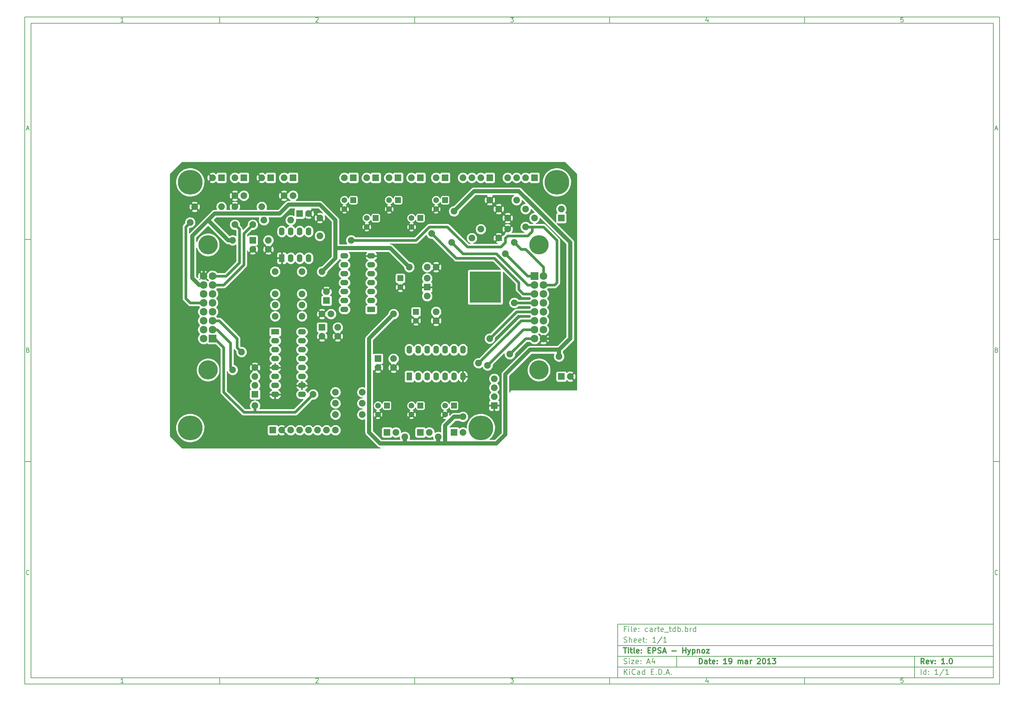
<source format=gtl>
G04 (created by PCBNEW-RS274X (2012-01-19 BZR 3256)-stable) date 19/03/2013 15:26:07*
G01*
G70*
G90*
%MOIN*%
G04 Gerber Fmt 3.4, Leading zero omitted, Abs format*
%FSLAX34Y34*%
G04 APERTURE LIST*
%ADD10C,0.006000*%
%ADD11C,0.012000*%
%ADD12C,0.075000*%
%ADD13R,0.075000X0.075000*%
%ADD14R,0.062000X0.090000*%
%ADD15O,0.062000X0.090000*%
%ADD16C,0.215000*%
%ADD17R,0.085000X0.085000*%
%ADD18C,0.085000*%
%ADD19R,0.065000X0.065000*%
%ADD20C,0.065000*%
%ADD21R,0.090000X0.062000*%
%ADD22O,0.090000X0.062000*%
%ADD23R,0.350000X0.350000*%
%ADD24C,0.275600*%
%ADD25C,0.045000*%
%ADD26C,0.030000*%
%ADD27C,0.010000*%
G04 APERTURE END LIST*
G54D10*
X04000Y-04000D02*
X113000Y-04000D01*
X113000Y-78670D01*
X04000Y-78670D01*
X04000Y-04000D01*
X04700Y-04700D02*
X112300Y-04700D01*
X112300Y-77970D01*
X04700Y-77970D01*
X04700Y-04700D01*
X25800Y-04000D02*
X25800Y-04700D01*
X15043Y-04552D02*
X14757Y-04552D01*
X14900Y-04552D02*
X14900Y-04052D01*
X14852Y-04124D01*
X14805Y-04171D01*
X14757Y-04195D01*
X25800Y-78670D02*
X25800Y-77970D01*
X15043Y-78522D02*
X14757Y-78522D01*
X14900Y-78522D02*
X14900Y-78022D01*
X14852Y-78094D01*
X14805Y-78141D01*
X14757Y-78165D01*
X47600Y-04000D02*
X47600Y-04700D01*
X36557Y-04100D02*
X36581Y-04076D01*
X36629Y-04052D01*
X36748Y-04052D01*
X36795Y-04076D01*
X36819Y-04100D01*
X36843Y-04148D01*
X36843Y-04195D01*
X36819Y-04267D01*
X36533Y-04552D01*
X36843Y-04552D01*
X47600Y-78670D02*
X47600Y-77970D01*
X36557Y-78070D02*
X36581Y-78046D01*
X36629Y-78022D01*
X36748Y-78022D01*
X36795Y-78046D01*
X36819Y-78070D01*
X36843Y-78118D01*
X36843Y-78165D01*
X36819Y-78237D01*
X36533Y-78522D01*
X36843Y-78522D01*
X69400Y-04000D02*
X69400Y-04700D01*
X58333Y-04052D02*
X58643Y-04052D01*
X58476Y-04243D01*
X58548Y-04243D01*
X58595Y-04267D01*
X58619Y-04290D01*
X58643Y-04338D01*
X58643Y-04457D01*
X58619Y-04505D01*
X58595Y-04529D01*
X58548Y-04552D01*
X58405Y-04552D01*
X58357Y-04529D01*
X58333Y-04505D01*
X69400Y-78670D02*
X69400Y-77970D01*
X58333Y-78022D02*
X58643Y-78022D01*
X58476Y-78213D01*
X58548Y-78213D01*
X58595Y-78237D01*
X58619Y-78260D01*
X58643Y-78308D01*
X58643Y-78427D01*
X58619Y-78475D01*
X58595Y-78499D01*
X58548Y-78522D01*
X58405Y-78522D01*
X58357Y-78499D01*
X58333Y-78475D01*
X91200Y-04000D02*
X91200Y-04700D01*
X80395Y-04219D02*
X80395Y-04552D01*
X80276Y-04029D02*
X80157Y-04386D01*
X80467Y-04386D01*
X91200Y-78670D02*
X91200Y-77970D01*
X80395Y-78189D02*
X80395Y-78522D01*
X80276Y-77999D02*
X80157Y-78356D01*
X80467Y-78356D01*
X102219Y-04052D02*
X101981Y-04052D01*
X101957Y-04290D01*
X101981Y-04267D01*
X102029Y-04243D01*
X102148Y-04243D01*
X102195Y-04267D01*
X102219Y-04290D01*
X102243Y-04338D01*
X102243Y-04457D01*
X102219Y-04505D01*
X102195Y-04529D01*
X102148Y-04552D01*
X102029Y-04552D01*
X101981Y-04529D01*
X101957Y-04505D01*
X102219Y-78022D02*
X101981Y-78022D01*
X101957Y-78260D01*
X101981Y-78237D01*
X102029Y-78213D01*
X102148Y-78213D01*
X102195Y-78237D01*
X102219Y-78260D01*
X102243Y-78308D01*
X102243Y-78427D01*
X102219Y-78475D01*
X102195Y-78499D01*
X102148Y-78522D01*
X102029Y-78522D01*
X101981Y-78499D01*
X101957Y-78475D01*
X04000Y-28890D02*
X04700Y-28890D01*
X04231Y-16510D02*
X04469Y-16510D01*
X04184Y-16652D02*
X04350Y-16152D01*
X04517Y-16652D01*
X113000Y-28890D02*
X112300Y-28890D01*
X112531Y-16510D02*
X112769Y-16510D01*
X112484Y-16652D02*
X112650Y-16152D01*
X112817Y-16652D01*
X04000Y-53780D02*
X04700Y-53780D01*
X04386Y-41280D02*
X04457Y-41304D01*
X04481Y-41328D01*
X04505Y-41376D01*
X04505Y-41447D01*
X04481Y-41495D01*
X04457Y-41519D01*
X04410Y-41542D01*
X04219Y-41542D01*
X04219Y-41042D01*
X04386Y-41042D01*
X04433Y-41066D01*
X04457Y-41090D01*
X04481Y-41138D01*
X04481Y-41185D01*
X04457Y-41233D01*
X04433Y-41257D01*
X04386Y-41280D01*
X04219Y-41280D01*
X113000Y-53780D02*
X112300Y-53780D01*
X112686Y-41280D02*
X112757Y-41304D01*
X112781Y-41328D01*
X112805Y-41376D01*
X112805Y-41447D01*
X112781Y-41495D01*
X112757Y-41519D01*
X112710Y-41542D01*
X112519Y-41542D01*
X112519Y-41042D01*
X112686Y-41042D01*
X112733Y-41066D01*
X112757Y-41090D01*
X112781Y-41138D01*
X112781Y-41185D01*
X112757Y-41233D01*
X112733Y-41257D01*
X112686Y-41280D01*
X112519Y-41280D01*
X04505Y-66385D02*
X04481Y-66409D01*
X04410Y-66432D01*
X04362Y-66432D01*
X04290Y-66409D01*
X04243Y-66361D01*
X04219Y-66313D01*
X04195Y-66218D01*
X04195Y-66147D01*
X04219Y-66051D01*
X04243Y-66004D01*
X04290Y-65956D01*
X04362Y-65932D01*
X04410Y-65932D01*
X04481Y-65956D01*
X04505Y-65980D01*
X112805Y-66385D02*
X112781Y-66409D01*
X112710Y-66432D01*
X112662Y-66432D01*
X112590Y-66409D01*
X112543Y-66361D01*
X112519Y-66313D01*
X112495Y-66218D01*
X112495Y-66147D01*
X112519Y-66051D01*
X112543Y-66004D01*
X112590Y-65956D01*
X112662Y-65932D01*
X112710Y-65932D01*
X112781Y-65956D01*
X112805Y-65980D01*
G54D11*
X79443Y-76413D02*
X79443Y-75813D01*
X79586Y-75813D01*
X79671Y-75841D01*
X79729Y-75899D01*
X79757Y-75956D01*
X79786Y-76070D01*
X79786Y-76156D01*
X79757Y-76270D01*
X79729Y-76327D01*
X79671Y-76384D01*
X79586Y-76413D01*
X79443Y-76413D01*
X80300Y-76413D02*
X80300Y-76099D01*
X80271Y-76041D01*
X80214Y-76013D01*
X80100Y-76013D01*
X80043Y-76041D01*
X80300Y-76384D02*
X80243Y-76413D01*
X80100Y-76413D01*
X80043Y-76384D01*
X80014Y-76327D01*
X80014Y-76270D01*
X80043Y-76213D01*
X80100Y-76184D01*
X80243Y-76184D01*
X80300Y-76156D01*
X80500Y-76013D02*
X80729Y-76013D01*
X80586Y-75813D02*
X80586Y-76327D01*
X80614Y-76384D01*
X80672Y-76413D01*
X80729Y-76413D01*
X81157Y-76384D02*
X81100Y-76413D01*
X80986Y-76413D01*
X80929Y-76384D01*
X80900Y-76327D01*
X80900Y-76099D01*
X80929Y-76041D01*
X80986Y-76013D01*
X81100Y-76013D01*
X81157Y-76041D01*
X81186Y-76099D01*
X81186Y-76156D01*
X80900Y-76213D01*
X81443Y-76356D02*
X81471Y-76384D01*
X81443Y-76413D01*
X81414Y-76384D01*
X81443Y-76356D01*
X81443Y-76413D01*
X81443Y-76041D02*
X81471Y-76070D01*
X81443Y-76099D01*
X81414Y-76070D01*
X81443Y-76041D01*
X81443Y-76099D01*
X82500Y-76413D02*
X82157Y-76413D01*
X82329Y-76413D02*
X82329Y-75813D01*
X82272Y-75899D01*
X82214Y-75956D01*
X82157Y-75984D01*
X82785Y-76413D02*
X82900Y-76413D01*
X82957Y-76384D01*
X82985Y-76356D01*
X83043Y-76270D01*
X83071Y-76156D01*
X83071Y-75927D01*
X83043Y-75870D01*
X83014Y-75841D01*
X82957Y-75813D01*
X82843Y-75813D01*
X82785Y-75841D01*
X82757Y-75870D01*
X82728Y-75927D01*
X82728Y-76070D01*
X82757Y-76127D01*
X82785Y-76156D01*
X82843Y-76184D01*
X82957Y-76184D01*
X83014Y-76156D01*
X83043Y-76127D01*
X83071Y-76070D01*
X83785Y-76413D02*
X83785Y-76013D01*
X83785Y-76070D02*
X83813Y-76041D01*
X83871Y-76013D01*
X83956Y-76013D01*
X84013Y-76041D01*
X84042Y-76099D01*
X84042Y-76413D01*
X84042Y-76099D02*
X84071Y-76041D01*
X84128Y-76013D01*
X84213Y-76013D01*
X84271Y-76041D01*
X84299Y-76099D01*
X84299Y-76413D01*
X84842Y-76413D02*
X84842Y-76099D01*
X84813Y-76041D01*
X84756Y-76013D01*
X84642Y-76013D01*
X84585Y-76041D01*
X84842Y-76384D02*
X84785Y-76413D01*
X84642Y-76413D01*
X84585Y-76384D01*
X84556Y-76327D01*
X84556Y-76270D01*
X84585Y-76213D01*
X84642Y-76184D01*
X84785Y-76184D01*
X84842Y-76156D01*
X85128Y-76413D02*
X85128Y-76013D01*
X85128Y-76127D02*
X85156Y-76070D01*
X85185Y-76041D01*
X85242Y-76013D01*
X85299Y-76013D01*
X85927Y-75870D02*
X85956Y-75841D01*
X86013Y-75813D01*
X86156Y-75813D01*
X86213Y-75841D01*
X86242Y-75870D01*
X86270Y-75927D01*
X86270Y-75984D01*
X86242Y-76070D01*
X85899Y-76413D01*
X86270Y-76413D01*
X86641Y-75813D02*
X86698Y-75813D01*
X86755Y-75841D01*
X86784Y-75870D01*
X86813Y-75927D01*
X86841Y-76041D01*
X86841Y-76184D01*
X86813Y-76299D01*
X86784Y-76356D01*
X86755Y-76384D01*
X86698Y-76413D01*
X86641Y-76413D01*
X86584Y-76384D01*
X86555Y-76356D01*
X86527Y-76299D01*
X86498Y-76184D01*
X86498Y-76041D01*
X86527Y-75927D01*
X86555Y-75870D01*
X86584Y-75841D01*
X86641Y-75813D01*
X87412Y-76413D02*
X87069Y-76413D01*
X87241Y-76413D02*
X87241Y-75813D01*
X87184Y-75899D01*
X87126Y-75956D01*
X87069Y-75984D01*
X87612Y-75813D02*
X87983Y-75813D01*
X87783Y-76041D01*
X87869Y-76041D01*
X87926Y-76070D01*
X87955Y-76099D01*
X87983Y-76156D01*
X87983Y-76299D01*
X87955Y-76356D01*
X87926Y-76384D01*
X87869Y-76413D01*
X87697Y-76413D01*
X87640Y-76384D01*
X87612Y-76356D01*
G54D10*
X71043Y-77613D02*
X71043Y-77013D01*
X71386Y-77613D02*
X71129Y-77270D01*
X71386Y-77013D02*
X71043Y-77356D01*
X71643Y-77613D02*
X71643Y-77213D01*
X71643Y-77013D02*
X71614Y-77041D01*
X71643Y-77070D01*
X71671Y-77041D01*
X71643Y-77013D01*
X71643Y-77070D01*
X72272Y-77556D02*
X72243Y-77584D01*
X72157Y-77613D01*
X72100Y-77613D01*
X72015Y-77584D01*
X71957Y-77527D01*
X71929Y-77470D01*
X71900Y-77356D01*
X71900Y-77270D01*
X71929Y-77156D01*
X71957Y-77099D01*
X72015Y-77041D01*
X72100Y-77013D01*
X72157Y-77013D01*
X72243Y-77041D01*
X72272Y-77070D01*
X72786Y-77613D02*
X72786Y-77299D01*
X72757Y-77241D01*
X72700Y-77213D01*
X72586Y-77213D01*
X72529Y-77241D01*
X72786Y-77584D02*
X72729Y-77613D01*
X72586Y-77613D01*
X72529Y-77584D01*
X72500Y-77527D01*
X72500Y-77470D01*
X72529Y-77413D01*
X72586Y-77384D01*
X72729Y-77384D01*
X72786Y-77356D01*
X73329Y-77613D02*
X73329Y-77013D01*
X73329Y-77584D02*
X73272Y-77613D01*
X73158Y-77613D01*
X73100Y-77584D01*
X73072Y-77556D01*
X73043Y-77499D01*
X73043Y-77327D01*
X73072Y-77270D01*
X73100Y-77241D01*
X73158Y-77213D01*
X73272Y-77213D01*
X73329Y-77241D01*
X74072Y-77299D02*
X74272Y-77299D01*
X74358Y-77613D02*
X74072Y-77613D01*
X74072Y-77013D01*
X74358Y-77013D01*
X74615Y-77556D02*
X74643Y-77584D01*
X74615Y-77613D01*
X74586Y-77584D01*
X74615Y-77556D01*
X74615Y-77613D01*
X74901Y-77613D02*
X74901Y-77013D01*
X75044Y-77013D01*
X75129Y-77041D01*
X75187Y-77099D01*
X75215Y-77156D01*
X75244Y-77270D01*
X75244Y-77356D01*
X75215Y-77470D01*
X75187Y-77527D01*
X75129Y-77584D01*
X75044Y-77613D01*
X74901Y-77613D01*
X75501Y-77556D02*
X75529Y-77584D01*
X75501Y-77613D01*
X75472Y-77584D01*
X75501Y-77556D01*
X75501Y-77613D01*
X75758Y-77441D02*
X76044Y-77441D01*
X75701Y-77613D02*
X75901Y-77013D01*
X76101Y-77613D01*
X76301Y-77556D02*
X76329Y-77584D01*
X76301Y-77613D01*
X76272Y-77584D01*
X76301Y-77556D01*
X76301Y-77613D01*
G54D11*
X104586Y-76413D02*
X104386Y-76127D01*
X104243Y-76413D02*
X104243Y-75813D01*
X104471Y-75813D01*
X104529Y-75841D01*
X104557Y-75870D01*
X104586Y-75927D01*
X104586Y-76013D01*
X104557Y-76070D01*
X104529Y-76099D01*
X104471Y-76127D01*
X104243Y-76127D01*
X105071Y-76384D02*
X105014Y-76413D01*
X104900Y-76413D01*
X104843Y-76384D01*
X104814Y-76327D01*
X104814Y-76099D01*
X104843Y-76041D01*
X104900Y-76013D01*
X105014Y-76013D01*
X105071Y-76041D01*
X105100Y-76099D01*
X105100Y-76156D01*
X104814Y-76213D01*
X105300Y-76013D02*
X105443Y-76413D01*
X105585Y-76013D01*
X105814Y-76356D02*
X105842Y-76384D01*
X105814Y-76413D01*
X105785Y-76384D01*
X105814Y-76356D01*
X105814Y-76413D01*
X105814Y-76041D02*
X105842Y-76070D01*
X105814Y-76099D01*
X105785Y-76070D01*
X105814Y-76041D01*
X105814Y-76099D01*
X106871Y-76413D02*
X106528Y-76413D01*
X106700Y-76413D02*
X106700Y-75813D01*
X106643Y-75899D01*
X106585Y-75956D01*
X106528Y-75984D01*
X107128Y-76356D02*
X107156Y-76384D01*
X107128Y-76413D01*
X107099Y-76384D01*
X107128Y-76356D01*
X107128Y-76413D01*
X107528Y-75813D02*
X107585Y-75813D01*
X107642Y-75841D01*
X107671Y-75870D01*
X107700Y-75927D01*
X107728Y-76041D01*
X107728Y-76184D01*
X107700Y-76299D01*
X107671Y-76356D01*
X107642Y-76384D01*
X107585Y-76413D01*
X107528Y-76413D01*
X107471Y-76384D01*
X107442Y-76356D01*
X107414Y-76299D01*
X107385Y-76184D01*
X107385Y-76041D01*
X107414Y-75927D01*
X107442Y-75870D01*
X107471Y-75841D01*
X107528Y-75813D01*
G54D10*
X71014Y-76384D02*
X71100Y-76413D01*
X71243Y-76413D01*
X71300Y-76384D01*
X71329Y-76356D01*
X71357Y-76299D01*
X71357Y-76241D01*
X71329Y-76184D01*
X71300Y-76156D01*
X71243Y-76127D01*
X71129Y-76099D01*
X71071Y-76070D01*
X71043Y-76041D01*
X71014Y-75984D01*
X71014Y-75927D01*
X71043Y-75870D01*
X71071Y-75841D01*
X71129Y-75813D01*
X71271Y-75813D01*
X71357Y-75841D01*
X71614Y-76413D02*
X71614Y-76013D01*
X71614Y-75813D02*
X71585Y-75841D01*
X71614Y-75870D01*
X71642Y-75841D01*
X71614Y-75813D01*
X71614Y-75870D01*
X71843Y-76013D02*
X72157Y-76013D01*
X71843Y-76413D01*
X72157Y-76413D01*
X72614Y-76384D02*
X72557Y-76413D01*
X72443Y-76413D01*
X72386Y-76384D01*
X72357Y-76327D01*
X72357Y-76099D01*
X72386Y-76041D01*
X72443Y-76013D01*
X72557Y-76013D01*
X72614Y-76041D01*
X72643Y-76099D01*
X72643Y-76156D01*
X72357Y-76213D01*
X72900Y-76356D02*
X72928Y-76384D01*
X72900Y-76413D01*
X72871Y-76384D01*
X72900Y-76356D01*
X72900Y-76413D01*
X72900Y-76041D02*
X72928Y-76070D01*
X72900Y-76099D01*
X72871Y-76070D01*
X72900Y-76041D01*
X72900Y-76099D01*
X73614Y-76241D02*
X73900Y-76241D01*
X73557Y-76413D02*
X73757Y-75813D01*
X73957Y-76413D01*
X74414Y-76013D02*
X74414Y-76413D01*
X74271Y-75784D02*
X74128Y-76213D01*
X74500Y-76213D01*
X104243Y-77613D02*
X104243Y-77013D01*
X104786Y-77613D02*
X104786Y-77013D01*
X104786Y-77584D02*
X104729Y-77613D01*
X104615Y-77613D01*
X104557Y-77584D01*
X104529Y-77556D01*
X104500Y-77499D01*
X104500Y-77327D01*
X104529Y-77270D01*
X104557Y-77241D01*
X104615Y-77213D01*
X104729Y-77213D01*
X104786Y-77241D01*
X105072Y-77556D02*
X105100Y-77584D01*
X105072Y-77613D01*
X105043Y-77584D01*
X105072Y-77556D01*
X105072Y-77613D01*
X105072Y-77241D02*
X105100Y-77270D01*
X105072Y-77299D01*
X105043Y-77270D01*
X105072Y-77241D01*
X105072Y-77299D01*
X106129Y-77613D02*
X105786Y-77613D01*
X105958Y-77613D02*
X105958Y-77013D01*
X105901Y-77099D01*
X105843Y-77156D01*
X105786Y-77184D01*
X106814Y-76984D02*
X106300Y-77756D01*
X107329Y-77613D02*
X106986Y-77613D01*
X107158Y-77613D02*
X107158Y-77013D01*
X107101Y-77099D01*
X107043Y-77156D01*
X106986Y-77184D01*
G54D11*
X70957Y-74613D02*
X71300Y-74613D01*
X71129Y-75213D02*
X71129Y-74613D01*
X71500Y-75213D02*
X71500Y-74813D01*
X71500Y-74613D02*
X71471Y-74641D01*
X71500Y-74670D01*
X71528Y-74641D01*
X71500Y-74613D01*
X71500Y-74670D01*
X71700Y-74813D02*
X71929Y-74813D01*
X71786Y-74613D02*
X71786Y-75127D01*
X71814Y-75184D01*
X71872Y-75213D01*
X71929Y-75213D01*
X72215Y-75213D02*
X72157Y-75184D01*
X72129Y-75127D01*
X72129Y-74613D01*
X72671Y-75184D02*
X72614Y-75213D01*
X72500Y-75213D01*
X72443Y-75184D01*
X72414Y-75127D01*
X72414Y-74899D01*
X72443Y-74841D01*
X72500Y-74813D01*
X72614Y-74813D01*
X72671Y-74841D01*
X72700Y-74899D01*
X72700Y-74956D01*
X72414Y-75013D01*
X72957Y-75156D02*
X72985Y-75184D01*
X72957Y-75213D01*
X72928Y-75184D01*
X72957Y-75156D01*
X72957Y-75213D01*
X72957Y-74841D02*
X72985Y-74870D01*
X72957Y-74899D01*
X72928Y-74870D01*
X72957Y-74841D01*
X72957Y-74899D01*
X73700Y-74899D02*
X73900Y-74899D01*
X73986Y-75213D02*
X73700Y-75213D01*
X73700Y-74613D01*
X73986Y-74613D01*
X74243Y-75213D02*
X74243Y-74613D01*
X74471Y-74613D01*
X74529Y-74641D01*
X74557Y-74670D01*
X74586Y-74727D01*
X74586Y-74813D01*
X74557Y-74870D01*
X74529Y-74899D01*
X74471Y-74927D01*
X74243Y-74927D01*
X74814Y-75184D02*
X74900Y-75213D01*
X75043Y-75213D01*
X75100Y-75184D01*
X75129Y-75156D01*
X75157Y-75099D01*
X75157Y-75041D01*
X75129Y-74984D01*
X75100Y-74956D01*
X75043Y-74927D01*
X74929Y-74899D01*
X74871Y-74870D01*
X74843Y-74841D01*
X74814Y-74784D01*
X74814Y-74727D01*
X74843Y-74670D01*
X74871Y-74641D01*
X74929Y-74613D01*
X75071Y-74613D01*
X75157Y-74641D01*
X75385Y-75041D02*
X75671Y-75041D01*
X75328Y-75213D02*
X75528Y-74613D01*
X75728Y-75213D01*
X76385Y-74984D02*
X76842Y-74984D01*
X77585Y-75213D02*
X77585Y-74613D01*
X77585Y-74899D02*
X77928Y-74899D01*
X77928Y-75213D02*
X77928Y-74613D01*
X78157Y-74813D02*
X78300Y-75213D01*
X78442Y-74813D02*
X78300Y-75213D01*
X78242Y-75356D01*
X78214Y-75384D01*
X78157Y-75413D01*
X78671Y-74813D02*
X78671Y-75413D01*
X78671Y-74841D02*
X78728Y-74813D01*
X78842Y-74813D01*
X78899Y-74841D01*
X78928Y-74870D01*
X78957Y-74927D01*
X78957Y-75099D01*
X78928Y-75156D01*
X78899Y-75184D01*
X78842Y-75213D01*
X78728Y-75213D01*
X78671Y-75184D01*
X79214Y-74813D02*
X79214Y-75213D01*
X79214Y-74870D02*
X79242Y-74841D01*
X79300Y-74813D01*
X79385Y-74813D01*
X79442Y-74841D01*
X79471Y-74899D01*
X79471Y-75213D01*
X79843Y-75213D02*
X79785Y-75184D01*
X79757Y-75156D01*
X79728Y-75099D01*
X79728Y-74927D01*
X79757Y-74870D01*
X79785Y-74841D01*
X79843Y-74813D01*
X79928Y-74813D01*
X79985Y-74841D01*
X80014Y-74870D01*
X80043Y-74927D01*
X80043Y-75099D01*
X80014Y-75156D01*
X79985Y-75184D01*
X79928Y-75213D01*
X79843Y-75213D01*
X80243Y-74813D02*
X80557Y-74813D01*
X80243Y-75213D01*
X80557Y-75213D01*
G54D10*
X71243Y-72499D02*
X71043Y-72499D01*
X71043Y-72813D02*
X71043Y-72213D01*
X71329Y-72213D01*
X71557Y-72813D02*
X71557Y-72413D01*
X71557Y-72213D02*
X71528Y-72241D01*
X71557Y-72270D01*
X71585Y-72241D01*
X71557Y-72213D01*
X71557Y-72270D01*
X71929Y-72813D02*
X71871Y-72784D01*
X71843Y-72727D01*
X71843Y-72213D01*
X72385Y-72784D02*
X72328Y-72813D01*
X72214Y-72813D01*
X72157Y-72784D01*
X72128Y-72727D01*
X72128Y-72499D01*
X72157Y-72441D01*
X72214Y-72413D01*
X72328Y-72413D01*
X72385Y-72441D01*
X72414Y-72499D01*
X72414Y-72556D01*
X72128Y-72613D01*
X72671Y-72756D02*
X72699Y-72784D01*
X72671Y-72813D01*
X72642Y-72784D01*
X72671Y-72756D01*
X72671Y-72813D01*
X72671Y-72441D02*
X72699Y-72470D01*
X72671Y-72499D01*
X72642Y-72470D01*
X72671Y-72441D01*
X72671Y-72499D01*
X73671Y-72784D02*
X73614Y-72813D01*
X73500Y-72813D01*
X73442Y-72784D01*
X73414Y-72756D01*
X73385Y-72699D01*
X73385Y-72527D01*
X73414Y-72470D01*
X73442Y-72441D01*
X73500Y-72413D01*
X73614Y-72413D01*
X73671Y-72441D01*
X74185Y-72813D02*
X74185Y-72499D01*
X74156Y-72441D01*
X74099Y-72413D01*
X73985Y-72413D01*
X73928Y-72441D01*
X74185Y-72784D02*
X74128Y-72813D01*
X73985Y-72813D01*
X73928Y-72784D01*
X73899Y-72727D01*
X73899Y-72670D01*
X73928Y-72613D01*
X73985Y-72584D01*
X74128Y-72584D01*
X74185Y-72556D01*
X74471Y-72813D02*
X74471Y-72413D01*
X74471Y-72527D02*
X74499Y-72470D01*
X74528Y-72441D01*
X74585Y-72413D01*
X74642Y-72413D01*
X74756Y-72413D02*
X74985Y-72413D01*
X74842Y-72213D02*
X74842Y-72727D01*
X74870Y-72784D01*
X74928Y-72813D01*
X74985Y-72813D01*
X75413Y-72784D02*
X75356Y-72813D01*
X75242Y-72813D01*
X75185Y-72784D01*
X75156Y-72727D01*
X75156Y-72499D01*
X75185Y-72441D01*
X75242Y-72413D01*
X75356Y-72413D01*
X75413Y-72441D01*
X75442Y-72499D01*
X75442Y-72556D01*
X75156Y-72613D01*
X75556Y-72870D02*
X76013Y-72870D01*
X76070Y-72413D02*
X76299Y-72413D01*
X76156Y-72213D02*
X76156Y-72727D01*
X76184Y-72784D01*
X76242Y-72813D01*
X76299Y-72813D01*
X76756Y-72813D02*
X76756Y-72213D01*
X76756Y-72784D02*
X76699Y-72813D01*
X76585Y-72813D01*
X76527Y-72784D01*
X76499Y-72756D01*
X76470Y-72699D01*
X76470Y-72527D01*
X76499Y-72470D01*
X76527Y-72441D01*
X76585Y-72413D01*
X76699Y-72413D01*
X76756Y-72441D01*
X77042Y-72813D02*
X77042Y-72213D01*
X77042Y-72441D02*
X77099Y-72413D01*
X77213Y-72413D01*
X77270Y-72441D01*
X77299Y-72470D01*
X77328Y-72527D01*
X77328Y-72699D01*
X77299Y-72756D01*
X77270Y-72784D01*
X77213Y-72813D01*
X77099Y-72813D01*
X77042Y-72784D01*
X77585Y-72756D02*
X77613Y-72784D01*
X77585Y-72813D01*
X77556Y-72784D01*
X77585Y-72756D01*
X77585Y-72813D01*
X77871Y-72813D02*
X77871Y-72213D01*
X77871Y-72441D02*
X77928Y-72413D01*
X78042Y-72413D01*
X78099Y-72441D01*
X78128Y-72470D01*
X78157Y-72527D01*
X78157Y-72699D01*
X78128Y-72756D01*
X78099Y-72784D01*
X78042Y-72813D01*
X77928Y-72813D01*
X77871Y-72784D01*
X78414Y-72813D02*
X78414Y-72413D01*
X78414Y-72527D02*
X78442Y-72470D01*
X78471Y-72441D01*
X78528Y-72413D01*
X78585Y-72413D01*
X79042Y-72813D02*
X79042Y-72213D01*
X79042Y-72784D02*
X78985Y-72813D01*
X78871Y-72813D01*
X78813Y-72784D01*
X78785Y-72756D01*
X78756Y-72699D01*
X78756Y-72527D01*
X78785Y-72470D01*
X78813Y-72441D01*
X78871Y-72413D01*
X78985Y-72413D01*
X79042Y-72441D01*
X71014Y-73984D02*
X71100Y-74013D01*
X71243Y-74013D01*
X71300Y-73984D01*
X71329Y-73956D01*
X71357Y-73899D01*
X71357Y-73841D01*
X71329Y-73784D01*
X71300Y-73756D01*
X71243Y-73727D01*
X71129Y-73699D01*
X71071Y-73670D01*
X71043Y-73641D01*
X71014Y-73584D01*
X71014Y-73527D01*
X71043Y-73470D01*
X71071Y-73441D01*
X71129Y-73413D01*
X71271Y-73413D01*
X71357Y-73441D01*
X71614Y-74013D02*
X71614Y-73413D01*
X71871Y-74013D02*
X71871Y-73699D01*
X71842Y-73641D01*
X71785Y-73613D01*
X71700Y-73613D01*
X71642Y-73641D01*
X71614Y-73670D01*
X72385Y-73984D02*
X72328Y-74013D01*
X72214Y-74013D01*
X72157Y-73984D01*
X72128Y-73927D01*
X72128Y-73699D01*
X72157Y-73641D01*
X72214Y-73613D01*
X72328Y-73613D01*
X72385Y-73641D01*
X72414Y-73699D01*
X72414Y-73756D01*
X72128Y-73813D01*
X72899Y-73984D02*
X72842Y-74013D01*
X72728Y-74013D01*
X72671Y-73984D01*
X72642Y-73927D01*
X72642Y-73699D01*
X72671Y-73641D01*
X72728Y-73613D01*
X72842Y-73613D01*
X72899Y-73641D01*
X72928Y-73699D01*
X72928Y-73756D01*
X72642Y-73813D01*
X73099Y-73613D02*
X73328Y-73613D01*
X73185Y-73413D02*
X73185Y-73927D01*
X73213Y-73984D01*
X73271Y-74013D01*
X73328Y-74013D01*
X73528Y-73956D02*
X73556Y-73984D01*
X73528Y-74013D01*
X73499Y-73984D01*
X73528Y-73956D01*
X73528Y-74013D01*
X73528Y-73641D02*
X73556Y-73670D01*
X73528Y-73699D01*
X73499Y-73670D01*
X73528Y-73641D01*
X73528Y-73699D01*
X74585Y-74013D02*
X74242Y-74013D01*
X74414Y-74013D02*
X74414Y-73413D01*
X74357Y-73499D01*
X74299Y-73556D01*
X74242Y-73584D01*
X75270Y-73384D02*
X74756Y-74156D01*
X75785Y-74013D02*
X75442Y-74013D01*
X75614Y-74013D02*
X75614Y-73413D01*
X75557Y-73499D01*
X75499Y-73556D01*
X75442Y-73584D01*
X70300Y-71970D02*
X70300Y-77970D01*
X70300Y-71970D02*
X112300Y-71970D01*
X70300Y-71970D02*
X112300Y-71970D01*
X70300Y-74370D02*
X112300Y-74370D01*
X103500Y-75570D02*
X103500Y-77970D01*
X70300Y-76770D02*
X112300Y-76770D01*
X70300Y-75570D02*
X112300Y-75570D01*
X76900Y-75570D02*
X76900Y-76770D01*
G54D11*
X24687Y-49998D02*
X24658Y-50036D01*
X24572Y-50074D01*
X24515Y-50074D01*
X24430Y-50036D01*
X24372Y-49960D01*
X24344Y-49883D01*
X24315Y-49731D01*
X24315Y-49617D01*
X24344Y-49464D01*
X24372Y-49388D01*
X24430Y-49312D01*
X24515Y-49274D01*
X24572Y-49274D01*
X24658Y-49312D01*
X24687Y-49350D01*
X25201Y-50074D02*
X25201Y-49655D01*
X25172Y-49579D01*
X25115Y-49540D01*
X25001Y-49540D01*
X24944Y-49579D01*
X25201Y-50036D02*
X25144Y-50074D01*
X25001Y-50074D01*
X24944Y-50036D01*
X24915Y-49960D01*
X24915Y-49883D01*
X24944Y-49807D01*
X25001Y-49769D01*
X25144Y-49769D01*
X25201Y-49731D01*
X25487Y-50074D02*
X25487Y-49540D01*
X25487Y-49693D02*
X25515Y-49617D01*
X25544Y-49579D01*
X25601Y-49540D01*
X25658Y-49540D01*
X25772Y-49540D02*
X26001Y-49540D01*
X25858Y-49274D02*
X25858Y-49960D01*
X25886Y-50036D01*
X25944Y-50074D01*
X26001Y-50074D01*
X26429Y-50036D02*
X26372Y-50074D01*
X26258Y-50074D01*
X26201Y-50036D01*
X26172Y-49960D01*
X26172Y-49655D01*
X26201Y-49579D01*
X26258Y-49540D01*
X26372Y-49540D01*
X26429Y-49579D01*
X26458Y-49655D01*
X26458Y-49731D01*
X26172Y-49807D01*
X27086Y-49540D02*
X27315Y-49540D01*
X27172Y-49274D02*
X27172Y-49960D01*
X27200Y-50036D01*
X27258Y-50074D01*
X27315Y-50074D01*
X27772Y-50074D02*
X27772Y-49274D01*
X27772Y-50036D02*
X27715Y-50074D01*
X27601Y-50074D01*
X27543Y-50036D01*
X27515Y-49998D01*
X27486Y-49921D01*
X27486Y-49693D01*
X27515Y-49617D01*
X27543Y-49579D01*
X27601Y-49540D01*
X27715Y-49540D01*
X27772Y-49579D01*
X28058Y-50074D02*
X28058Y-49274D01*
X28058Y-49579D02*
X28115Y-49540D01*
X28229Y-49540D01*
X28286Y-49579D01*
X28315Y-49617D01*
X28344Y-49693D01*
X28344Y-49921D01*
X28315Y-49998D01*
X28286Y-50036D01*
X28229Y-50074D01*
X28115Y-50074D01*
X28058Y-50036D01*
X29001Y-49540D02*
X29144Y-50074D01*
X29286Y-49540D01*
X29829Y-50074D02*
X29486Y-50074D01*
X29658Y-50074D02*
X29658Y-49274D01*
X29601Y-49388D01*
X29543Y-49464D01*
X29486Y-49502D01*
X30086Y-49998D02*
X30114Y-50036D01*
X30086Y-50074D01*
X30057Y-50036D01*
X30086Y-49998D01*
X30086Y-50074D01*
X30486Y-49274D02*
X30543Y-49274D01*
X30600Y-49312D01*
X30629Y-49350D01*
X30658Y-49426D01*
X30686Y-49579D01*
X30686Y-49769D01*
X30658Y-49921D01*
X30629Y-49998D01*
X30600Y-50036D01*
X30543Y-50074D01*
X30486Y-50074D01*
X30429Y-50036D01*
X30400Y-49998D01*
X30372Y-49921D01*
X30343Y-49769D01*
X30343Y-49579D01*
X30372Y-49426D01*
X30400Y-49350D01*
X30429Y-49312D01*
X30486Y-49274D01*
X24100Y-50895D02*
X24300Y-50895D01*
X24386Y-51314D02*
X24100Y-51314D01*
X24100Y-50514D01*
X24386Y-50514D01*
X24643Y-51314D02*
X24643Y-50514D01*
X24871Y-50514D01*
X24929Y-50552D01*
X24957Y-50590D01*
X24986Y-50666D01*
X24986Y-50780D01*
X24957Y-50857D01*
X24929Y-50895D01*
X24871Y-50933D01*
X24643Y-50933D01*
X25214Y-51276D02*
X25300Y-51314D01*
X25443Y-51314D01*
X25500Y-51276D01*
X25529Y-51238D01*
X25557Y-51161D01*
X25557Y-51085D01*
X25529Y-51009D01*
X25500Y-50971D01*
X25443Y-50933D01*
X25329Y-50895D01*
X25271Y-50857D01*
X25243Y-50819D01*
X25214Y-50742D01*
X25214Y-50666D01*
X25243Y-50590D01*
X25271Y-50552D01*
X25329Y-50514D01*
X25471Y-50514D01*
X25557Y-50552D01*
X25785Y-51085D02*
X26071Y-51085D01*
X25728Y-51314D02*
X25928Y-50514D01*
X26128Y-51314D01*
X26785Y-51009D02*
X27242Y-51009D01*
X27985Y-51314D02*
X27985Y-50514D01*
X27985Y-50895D02*
X28328Y-50895D01*
X28328Y-51314D02*
X28328Y-50514D01*
X28557Y-50780D02*
X28700Y-51314D01*
X28842Y-50780D02*
X28700Y-51314D01*
X28642Y-51504D01*
X28614Y-51542D01*
X28557Y-51580D01*
X29071Y-50780D02*
X29071Y-51580D01*
X29071Y-50819D02*
X29128Y-50780D01*
X29242Y-50780D01*
X29299Y-50819D01*
X29328Y-50857D01*
X29357Y-50933D01*
X29357Y-51161D01*
X29328Y-51238D01*
X29299Y-51276D01*
X29242Y-51314D01*
X29128Y-51314D01*
X29071Y-51276D01*
X29614Y-50780D02*
X29614Y-51314D01*
X29614Y-50857D02*
X29642Y-50819D01*
X29700Y-50780D01*
X29785Y-50780D01*
X29842Y-50819D01*
X29871Y-50895D01*
X29871Y-51314D01*
X30243Y-51314D02*
X30185Y-51276D01*
X30157Y-51238D01*
X30128Y-51161D01*
X30128Y-50933D01*
X30157Y-50857D01*
X30185Y-50819D01*
X30243Y-50780D01*
X30328Y-50780D01*
X30385Y-50819D01*
X30414Y-50857D01*
X30443Y-50933D01*
X30443Y-51161D01*
X30414Y-51238D01*
X30385Y-51276D01*
X30328Y-51314D01*
X30243Y-51314D01*
X30643Y-50780D02*
X30957Y-50780D01*
X30643Y-51314D01*
X30957Y-51314D01*
G54D12*
X27500Y-24000D03*
X28500Y-24000D03*
X45250Y-43250D03*
X45250Y-42250D03*
X37250Y-37250D03*
X38250Y-37250D03*
G54D13*
X43500Y-42250D03*
G54D12*
X43500Y-43250D03*
G54D13*
X37250Y-38750D03*
G54D12*
X37250Y-39750D03*
G54D14*
X47000Y-44250D03*
G54D15*
X48000Y-44250D03*
X49000Y-44250D03*
X50000Y-44250D03*
X51000Y-44250D03*
X52000Y-44250D03*
X53000Y-44250D03*
X53000Y-41250D03*
X52000Y-41250D03*
X51000Y-41250D03*
X50000Y-41250D03*
X49000Y-41250D03*
X48000Y-41250D03*
X47000Y-41250D03*
G54D16*
X24500Y-43500D03*
X24500Y-29500D03*
G54D17*
X25000Y-40000D03*
G54D18*
X24000Y-40000D03*
X25000Y-39000D03*
X24000Y-39000D03*
X25000Y-38000D03*
X24000Y-38000D03*
X25000Y-37000D03*
X24000Y-37000D03*
X25000Y-36000D03*
X24000Y-36000D03*
X25000Y-35000D03*
X24000Y-35000D03*
X25000Y-34000D03*
X24000Y-34000D03*
X25000Y-33000D03*
X24000Y-33000D03*
G54D16*
X61500Y-29500D03*
X61500Y-43500D03*
G54D17*
X61000Y-33000D03*
G54D18*
X62000Y-33000D03*
X61000Y-34000D03*
X62000Y-34000D03*
X61000Y-35000D03*
X62000Y-35000D03*
X61000Y-36000D03*
X62000Y-36000D03*
X61000Y-37000D03*
X62000Y-37000D03*
X61000Y-38000D03*
X62000Y-38000D03*
X61000Y-39000D03*
X62000Y-39000D03*
X61000Y-40000D03*
X62000Y-40000D03*
G54D13*
X44500Y-50500D03*
G54D12*
X45500Y-50500D03*
G54D13*
X52000Y-50500D03*
G54D12*
X53000Y-50500D03*
G54D13*
X43250Y-22000D03*
G54D12*
X42250Y-22000D03*
G54D13*
X34000Y-22000D03*
G54D12*
X33000Y-22000D03*
G54D13*
X45750Y-22000D03*
G54D12*
X44750Y-22000D03*
G54D13*
X40750Y-22000D03*
G54D12*
X39750Y-22000D03*
G54D13*
X26000Y-22000D03*
G54D12*
X25000Y-22000D03*
G54D13*
X28500Y-22000D03*
G54D12*
X27500Y-22000D03*
G54D13*
X64000Y-26500D03*
G54D12*
X64000Y-25500D03*
X58000Y-22000D03*
X59000Y-22000D03*
G54D13*
X61000Y-22000D03*
G54D12*
X60000Y-22000D03*
X58000Y-27750D03*
X55000Y-27750D03*
X35000Y-35000D03*
X32000Y-35000D03*
X56000Y-24500D03*
X59000Y-24500D03*
X57000Y-25500D03*
X60000Y-25500D03*
X35000Y-37500D03*
X32000Y-37500D03*
X41750Y-46000D03*
X38750Y-46000D03*
X41750Y-47250D03*
X38750Y-47250D03*
X57000Y-28750D03*
X54000Y-28750D03*
X41750Y-48500D03*
X38750Y-48500D03*
X30500Y-25250D03*
X27500Y-25250D03*
X26000Y-25250D03*
X23000Y-25250D03*
X58000Y-26500D03*
X61000Y-26500D03*
X35000Y-36250D03*
X32000Y-36250D03*
X33000Y-24000D03*
X34000Y-24000D03*
X53000Y-22000D03*
X54000Y-22000D03*
G54D13*
X56000Y-22000D03*
G54D12*
X55000Y-22000D03*
X56500Y-44500D03*
X56500Y-45500D03*
G54D13*
X56500Y-47500D03*
G54D12*
X56500Y-46500D03*
G54D13*
X31500Y-22000D03*
G54D12*
X30500Y-22000D03*
G54D13*
X48250Y-22000D03*
G54D12*
X47250Y-22000D03*
X36750Y-50250D03*
X35750Y-50250D03*
X37750Y-50250D03*
X38750Y-50250D03*
X34750Y-50250D03*
X33750Y-50250D03*
G54D13*
X31750Y-50250D03*
G54D12*
X32750Y-50250D03*
G54D13*
X51000Y-22000D03*
G54D12*
X50000Y-22000D03*
G54D13*
X48250Y-50500D03*
G54D12*
X49250Y-50500D03*
G54D19*
X43250Y-26500D03*
G54D20*
X42250Y-26500D03*
X42250Y-27500D03*
G54D19*
X40750Y-24500D03*
G54D20*
X39750Y-24500D03*
X39750Y-25500D03*
G54D19*
X45750Y-24500D03*
G54D20*
X44750Y-24500D03*
X44750Y-25500D03*
G54D19*
X48250Y-26500D03*
G54D20*
X47250Y-26500D03*
X47250Y-27500D03*
G54D19*
X44500Y-47500D03*
G54D20*
X43500Y-47500D03*
X43500Y-48500D03*
G54D19*
X52000Y-47500D03*
G54D20*
X51000Y-47500D03*
X51000Y-48500D03*
G54D19*
X51000Y-24500D03*
G54D20*
X50000Y-24500D03*
X50000Y-25500D03*
G54D19*
X48250Y-47500D03*
G54D20*
X47250Y-47500D03*
X47250Y-48500D03*
G54D21*
X42750Y-36750D03*
G54D22*
X42750Y-35750D03*
X42750Y-34750D03*
X42750Y-33750D03*
X42750Y-32750D03*
X42750Y-31750D03*
X42750Y-30750D03*
X39750Y-30750D03*
X39750Y-31750D03*
X39750Y-32750D03*
X39750Y-33750D03*
X39750Y-34750D03*
X39750Y-35750D03*
X39750Y-36750D03*
G54D21*
X32000Y-39250D03*
G54D22*
X32000Y-40250D03*
X32000Y-41250D03*
X32000Y-42250D03*
X32000Y-43250D03*
X32000Y-44250D03*
X32000Y-45250D03*
X32000Y-46250D03*
X35000Y-46250D03*
X35000Y-45250D03*
X35000Y-44250D03*
X35000Y-43250D03*
X35000Y-42250D03*
X35000Y-41250D03*
X35000Y-40250D03*
X35000Y-39250D03*
G54D12*
X39000Y-39750D03*
X39000Y-38750D03*
X31250Y-30000D03*
X31250Y-29000D03*
G54D13*
X29500Y-29000D03*
G54D12*
X29500Y-30000D03*
G54D13*
X34750Y-26000D03*
G54D12*
X35750Y-26000D03*
G54D13*
X37750Y-35750D03*
G54D12*
X37750Y-34750D03*
G54D14*
X32750Y-31000D03*
G54D15*
X33750Y-31000D03*
X34750Y-31000D03*
X35750Y-31000D03*
X35750Y-28000D03*
X34750Y-28000D03*
X33750Y-28000D03*
X32750Y-28000D03*
G54D12*
X30750Y-26750D03*
X33750Y-26750D03*
X35000Y-32500D03*
X32000Y-32500D03*
X50000Y-38000D03*
X50000Y-37000D03*
X50000Y-32000D03*
X49000Y-32000D03*
G54D23*
X55500Y-34250D03*
G54D12*
X49000Y-33250D03*
G54D13*
X49000Y-34250D03*
G54D12*
X49000Y-35250D03*
G54D13*
X64000Y-44250D03*
G54D12*
X65000Y-44250D03*
G54D24*
X22500Y-50000D03*
X22500Y-22500D03*
X63500Y-22500D03*
X55000Y-50000D03*
G54D12*
X37000Y-28500D03*
X37000Y-26500D03*
X29750Y-43250D03*
X29750Y-44250D03*
G54D13*
X29750Y-46250D03*
G54D12*
X29750Y-45250D03*
G54D19*
X46000Y-33250D03*
G54D20*
X46000Y-34250D03*
G54D19*
X47750Y-37000D03*
G54D20*
X47750Y-38000D03*
G54D12*
X27250Y-29000D03*
X37250Y-32500D03*
X47000Y-32000D03*
X53000Y-48750D03*
X46500Y-51000D03*
X50250Y-51000D03*
X52000Y-25750D03*
X63750Y-42000D03*
X45250Y-37250D03*
X29500Y-27250D03*
X22500Y-27000D03*
X40500Y-29000D03*
X60000Y-27500D03*
X58750Y-29250D03*
X57750Y-30500D03*
X29750Y-47500D03*
X36250Y-46250D03*
X27250Y-43500D03*
X28250Y-41500D03*
X56000Y-40000D03*
X55750Y-43000D03*
X54750Y-42750D03*
X51750Y-29250D03*
X49500Y-28250D03*
X58750Y-36000D03*
X37500Y-45250D03*
X41000Y-41750D03*
X36500Y-23500D03*
X51000Y-26000D03*
X43250Y-28000D03*
X56000Y-26250D03*
X45250Y-27250D03*
X27250Y-31000D03*
X54000Y-47500D03*
X63750Y-39000D03*
X54000Y-44500D03*
X40000Y-27250D03*
X27500Y-27250D03*
X58250Y-41750D03*
G54D25*
X22750Y-28500D02*
X24500Y-26750D01*
X26750Y-29000D02*
X24500Y-26750D01*
X44875Y-29875D02*
X38750Y-29875D01*
X38750Y-29875D02*
X38750Y-30000D01*
X38750Y-30000D02*
X38750Y-31000D01*
X37250Y-32500D02*
X38750Y-31000D01*
X22750Y-33250D02*
X22750Y-28500D01*
X23500Y-34000D02*
X22750Y-33250D01*
X24000Y-34000D02*
X23500Y-34000D01*
X24500Y-26750D02*
X25250Y-26000D01*
X25250Y-26000D02*
X32500Y-26000D01*
X32500Y-26000D02*
X33500Y-25000D01*
X33500Y-25000D02*
X37000Y-25000D01*
X37000Y-25000D02*
X38750Y-26750D01*
X27250Y-29000D02*
X26750Y-29000D01*
X38750Y-30000D02*
X38750Y-26750D01*
X44875Y-29875D02*
X47000Y-32000D01*
X42500Y-50500D02*
X43750Y-51750D01*
X51000Y-49750D02*
X51000Y-51750D01*
X63750Y-42000D02*
X63750Y-41250D01*
X42500Y-40000D02*
X42500Y-50500D01*
X53000Y-48750D02*
X52000Y-48750D01*
X60500Y-41250D02*
X63750Y-41250D01*
X46500Y-51000D02*
X46500Y-51750D01*
X46500Y-51750D02*
X43750Y-51750D01*
X52000Y-48750D02*
X51000Y-49750D01*
X50250Y-51000D02*
X50250Y-51750D01*
X60500Y-41250D02*
X57750Y-44000D01*
X65000Y-40000D02*
X65000Y-29250D01*
X51000Y-51750D02*
X50250Y-51750D01*
X59250Y-23500D02*
X54250Y-23500D01*
X57750Y-50750D02*
X56750Y-51750D01*
X63750Y-41250D02*
X65000Y-40000D01*
X50250Y-51750D02*
X46500Y-51750D01*
X56750Y-51750D02*
X51000Y-51750D01*
X65000Y-29250D02*
X59250Y-23500D01*
X45250Y-37250D02*
X42500Y-40000D01*
X54250Y-23500D02*
X52000Y-25750D01*
X57750Y-44000D02*
X57750Y-50750D01*
G54D26*
X28500Y-31750D02*
X28500Y-28250D01*
X28500Y-28250D02*
X29500Y-27250D01*
X26250Y-34000D02*
X28500Y-31750D01*
X26250Y-34000D02*
X25000Y-34000D01*
X22500Y-27000D02*
X22000Y-27500D01*
X22000Y-27500D02*
X22000Y-35500D01*
X22000Y-35500D02*
X22500Y-36000D01*
X22500Y-36000D02*
X24000Y-36000D01*
X60250Y-28500D02*
X58000Y-28500D01*
X57750Y-28750D02*
X57750Y-29250D01*
X58000Y-28500D02*
X57750Y-28750D01*
X51250Y-27500D02*
X53500Y-29750D01*
X49250Y-27500D02*
X51250Y-27500D01*
X47750Y-29000D02*
X49250Y-27500D01*
X47750Y-29000D02*
X40500Y-29000D01*
X63500Y-29000D02*
X62000Y-27500D01*
X62000Y-27500D02*
X60750Y-27500D01*
X62000Y-34000D02*
X63250Y-34000D01*
X63500Y-33750D02*
X63250Y-34000D01*
X60750Y-27500D02*
X60000Y-27500D01*
X57750Y-29250D02*
X57250Y-29750D01*
X60750Y-28000D02*
X60750Y-27500D01*
X60750Y-28000D02*
X60250Y-28500D01*
X57250Y-29750D02*
X53500Y-29750D01*
X63500Y-29000D02*
X63500Y-33750D01*
X62000Y-32000D02*
X60000Y-30000D01*
X59500Y-30000D02*
X58750Y-29250D01*
X62000Y-33000D02*
X62000Y-32000D01*
X60000Y-30000D02*
X59500Y-30000D01*
X60250Y-33000D02*
X57750Y-30500D01*
X61000Y-33000D02*
X60250Y-33000D01*
X29750Y-47500D02*
X29750Y-48250D01*
X25250Y-40000D02*
X26250Y-41000D01*
X36250Y-46250D02*
X34250Y-48250D01*
X25250Y-40000D02*
X25000Y-40000D01*
X34250Y-48250D02*
X29750Y-48250D01*
X29750Y-48250D02*
X28500Y-48250D01*
X26250Y-46000D02*
X28500Y-48250D01*
X26250Y-41000D02*
X26250Y-46000D01*
X25500Y-39000D02*
X27000Y-40500D01*
X25500Y-39000D02*
X25000Y-39000D01*
X27000Y-40500D02*
X27000Y-43250D01*
X27000Y-43250D02*
X27250Y-43500D01*
X27750Y-40000D02*
X27750Y-41000D01*
X25000Y-38000D02*
X25750Y-38000D01*
X25750Y-38000D02*
X27750Y-40000D01*
X27750Y-41000D02*
X28250Y-41500D01*
X59000Y-37000D02*
X56000Y-40000D01*
X61000Y-37000D02*
X59000Y-37000D01*
X59750Y-39000D02*
X61000Y-39000D01*
X55750Y-43000D02*
X59750Y-39000D01*
X61000Y-38000D02*
X59500Y-38000D01*
X54750Y-42750D02*
X59500Y-38000D01*
X60250Y-34000D02*
X61000Y-34000D01*
X53000Y-30500D02*
X56750Y-30500D01*
X56750Y-30500D02*
X60250Y-34000D01*
X53000Y-30500D02*
X51750Y-29250D01*
X52250Y-31000D02*
X56500Y-31000D01*
X59250Y-34500D02*
X59750Y-35000D01*
X59750Y-35000D02*
X61000Y-35000D01*
X59250Y-33750D02*
X59250Y-34500D01*
X52250Y-31000D02*
X49500Y-28250D01*
X56500Y-31000D02*
X59250Y-33750D01*
X61000Y-36000D02*
X58750Y-36000D01*
X62750Y-40000D02*
X63750Y-39000D01*
X47250Y-25250D02*
X48500Y-25250D01*
X55500Y-26750D02*
X56000Y-26250D01*
X45250Y-27250D02*
X47250Y-25250D01*
X51000Y-26750D02*
X55500Y-26750D01*
X44500Y-28000D02*
X45250Y-27250D01*
X24000Y-33000D02*
X24000Y-32250D01*
X24000Y-32250D02*
X25250Y-31000D01*
X43000Y-28250D02*
X43250Y-28000D01*
X41000Y-28250D02*
X43000Y-28250D01*
X51000Y-26000D02*
X51000Y-26750D01*
X40000Y-27250D02*
X41000Y-28250D01*
X43250Y-28000D02*
X44500Y-28000D01*
X50000Y-26750D02*
X51000Y-26750D01*
X48500Y-25250D02*
X50000Y-26750D01*
X25250Y-31000D02*
X27250Y-31000D01*
X37500Y-45250D02*
X41000Y-41750D01*
X62000Y-40000D02*
X62750Y-40000D01*
X54000Y-44500D02*
X54000Y-47500D01*
X36500Y-23750D02*
X40000Y-27250D01*
X36500Y-23500D02*
X36500Y-23750D01*
X28000Y-30000D02*
X28000Y-27750D01*
X25000Y-33000D02*
X26500Y-33000D01*
X28000Y-31500D02*
X28000Y-30000D01*
X26500Y-33000D02*
X28000Y-31500D01*
X60000Y-40000D02*
X61000Y-40000D01*
X60000Y-40000D02*
X58250Y-41750D01*
X28000Y-27750D02*
X27500Y-27250D01*
G54D10*
G36*
X43743Y-52225D02*
X43651Y-52215D01*
X43563Y-52187D01*
X43502Y-52153D01*
X43485Y-52144D01*
X43483Y-52142D01*
X43482Y-52142D01*
X43446Y-52112D01*
X43414Y-52085D01*
X42163Y-50835D01*
X42159Y-50831D01*
X42117Y-50779D01*
X42104Y-50763D01*
X42103Y-50762D01*
X42101Y-50759D01*
X42063Y-50684D01*
X42061Y-50681D01*
X42060Y-50680D01*
X42059Y-50677D01*
X42038Y-50607D01*
X42034Y-50592D01*
X42033Y-50591D01*
X42033Y-50588D01*
X42030Y-50561D01*
X42025Y-50500D01*
X42025Y-49064D01*
X41919Y-49105D01*
X41798Y-49126D01*
X41675Y-49124D01*
X41556Y-49097D01*
X41443Y-49048D01*
X41343Y-48978D01*
X41258Y-48890D01*
X41191Y-48787D01*
X41146Y-48673D01*
X41124Y-48552D01*
X41126Y-48430D01*
X41152Y-48310D01*
X41200Y-48197D01*
X41269Y-48096D01*
X41357Y-48010D01*
X41459Y-47943D01*
X41573Y-47898D01*
X41693Y-47875D01*
X41736Y-47875D01*
X41675Y-47874D01*
X41556Y-47847D01*
X41443Y-47798D01*
X41343Y-47728D01*
X41258Y-47640D01*
X41191Y-47537D01*
X41146Y-47423D01*
X41124Y-47302D01*
X41126Y-47180D01*
X41152Y-47060D01*
X41200Y-46947D01*
X41269Y-46846D01*
X41357Y-46760D01*
X41459Y-46693D01*
X41573Y-46648D01*
X41693Y-46625D01*
X41736Y-46625D01*
X41675Y-46624D01*
X41556Y-46597D01*
X41443Y-46548D01*
X41343Y-46478D01*
X41258Y-46390D01*
X41191Y-46287D01*
X41146Y-46173D01*
X41124Y-46052D01*
X41126Y-45930D01*
X41152Y-45810D01*
X41200Y-45697D01*
X41269Y-45596D01*
X41357Y-45510D01*
X41459Y-45443D01*
X41573Y-45398D01*
X41693Y-45375D01*
X41816Y-45375D01*
X41936Y-45400D01*
X42025Y-45437D01*
X42025Y-39993D01*
X42030Y-39944D01*
X42034Y-39906D01*
X42034Y-39903D01*
X42035Y-39901D01*
X42063Y-39813D01*
X42091Y-39760D01*
X42105Y-39736D01*
X42107Y-39733D01*
X42108Y-39732D01*
X42117Y-39721D01*
X42164Y-39664D01*
X42273Y-39554D01*
X42273Y-37310D01*
X42225Y-37300D01*
X42180Y-37281D01*
X42140Y-37253D01*
X42105Y-37218D01*
X42078Y-37177D01*
X42059Y-37132D01*
X42050Y-37084D01*
X42050Y-36413D01*
X42060Y-36365D01*
X42079Y-36320D01*
X42107Y-36280D01*
X42142Y-36245D01*
X42183Y-36218D01*
X42228Y-36199D01*
X42266Y-36191D01*
X42248Y-36179D01*
X42171Y-36101D01*
X42111Y-36010D01*
X42070Y-35908D01*
X42050Y-35801D01*
X42050Y-35692D01*
X42072Y-35585D01*
X42114Y-35484D01*
X42175Y-35394D01*
X42253Y-35316D01*
X42344Y-35256D01*
X42358Y-35249D01*
X42338Y-35241D01*
X42248Y-35179D01*
X42171Y-35101D01*
X42111Y-35010D01*
X42070Y-34908D01*
X42050Y-34801D01*
X42050Y-34692D01*
X42072Y-34585D01*
X42114Y-34484D01*
X42175Y-34394D01*
X42253Y-34316D01*
X42344Y-34256D01*
X42358Y-34249D01*
X42338Y-34241D01*
X42248Y-34179D01*
X42171Y-34101D01*
X42111Y-34010D01*
X42070Y-33908D01*
X42050Y-33801D01*
X42050Y-33692D01*
X42072Y-33585D01*
X42114Y-33484D01*
X42175Y-33394D01*
X42253Y-33316D01*
X42344Y-33256D01*
X42358Y-33249D01*
X42338Y-33241D01*
X42248Y-33179D01*
X42171Y-33101D01*
X42111Y-33010D01*
X42070Y-32908D01*
X42050Y-32801D01*
X42050Y-32692D01*
X42072Y-32585D01*
X42114Y-32484D01*
X42175Y-32394D01*
X42253Y-32316D01*
X42344Y-32256D01*
X42358Y-32249D01*
X42338Y-32241D01*
X42248Y-32179D01*
X42171Y-32101D01*
X42111Y-32010D01*
X42070Y-31908D01*
X42050Y-31801D01*
X42050Y-31692D01*
X42072Y-31585D01*
X42114Y-31484D01*
X42175Y-31394D01*
X42253Y-31316D01*
X42344Y-31256D01*
X42360Y-31249D01*
X42284Y-31205D01*
X42202Y-31133D01*
X42135Y-31046D01*
X42087Y-30948D01*
X42068Y-30887D01*
X42115Y-30800D01*
X42700Y-30800D01*
X42800Y-30800D01*
X43385Y-30800D01*
X43432Y-30887D01*
X43413Y-30948D01*
X43365Y-31046D01*
X43298Y-31133D01*
X43216Y-31205D01*
X43139Y-31249D01*
X43162Y-31259D01*
X43252Y-31321D01*
X43329Y-31399D01*
X43389Y-31490D01*
X43430Y-31592D01*
X43450Y-31699D01*
X43450Y-31808D01*
X43428Y-31915D01*
X43386Y-32016D01*
X43325Y-32106D01*
X43247Y-32184D01*
X43156Y-32244D01*
X43141Y-32250D01*
X43162Y-32259D01*
X43252Y-32321D01*
X43329Y-32399D01*
X43389Y-32490D01*
X43430Y-32592D01*
X43450Y-32699D01*
X43450Y-32808D01*
X43428Y-32915D01*
X43386Y-33016D01*
X43325Y-33106D01*
X43247Y-33184D01*
X43156Y-33244D01*
X43141Y-33250D01*
X43162Y-33259D01*
X43252Y-33321D01*
X43329Y-33399D01*
X43389Y-33490D01*
X43430Y-33592D01*
X43450Y-33699D01*
X43450Y-33808D01*
X43428Y-33915D01*
X43386Y-34016D01*
X43325Y-34106D01*
X43247Y-34184D01*
X43156Y-34244D01*
X43141Y-34250D01*
X43162Y-34259D01*
X43252Y-34321D01*
X43329Y-34399D01*
X43389Y-34490D01*
X43430Y-34592D01*
X43450Y-34699D01*
X43450Y-34808D01*
X43428Y-34915D01*
X43386Y-35016D01*
X43325Y-35106D01*
X43247Y-35184D01*
X43156Y-35244D01*
X43141Y-35250D01*
X43162Y-35259D01*
X43252Y-35321D01*
X43329Y-35399D01*
X43389Y-35490D01*
X43430Y-35592D01*
X43450Y-35699D01*
X43450Y-35808D01*
X43428Y-35915D01*
X43386Y-36016D01*
X43325Y-36106D01*
X43247Y-36184D01*
X43235Y-36191D01*
X43275Y-36200D01*
X43320Y-36219D01*
X43360Y-36247D01*
X43395Y-36282D01*
X43422Y-36323D01*
X43441Y-36368D01*
X43450Y-36416D01*
X43450Y-37087D01*
X43440Y-37135D01*
X43421Y-37180D01*
X43393Y-37220D01*
X43358Y-37255D01*
X43317Y-37282D01*
X43272Y-37301D01*
X43224Y-37310D01*
X42273Y-37310D01*
X42273Y-39554D01*
X44625Y-37202D01*
X44626Y-37180D01*
X44652Y-37060D01*
X44700Y-36947D01*
X44769Y-36846D01*
X44857Y-36760D01*
X44959Y-36693D01*
X45073Y-36648D01*
X45193Y-36625D01*
X45316Y-36625D01*
X45436Y-36650D01*
X45549Y-36698D01*
X45604Y-36734D01*
X45604Y-34575D01*
X45508Y-34546D01*
X45480Y-34493D01*
X45443Y-34387D01*
X45427Y-34276D01*
X45432Y-34164D01*
X45460Y-34056D01*
X45508Y-33954D01*
X45604Y-33925D01*
X45929Y-34250D01*
X45604Y-34575D01*
X45604Y-36734D01*
X45648Y-36764D01*
X45737Y-36853D01*
X45805Y-36955D01*
X45851Y-37069D01*
X45875Y-37189D01*
X45873Y-37329D01*
X45846Y-37448D01*
X45796Y-37560D01*
X45725Y-37661D01*
X45636Y-37745D01*
X45533Y-37811D01*
X45419Y-37855D01*
X45298Y-37876D01*
X45296Y-37875D01*
X42975Y-40197D01*
X42975Y-41674D01*
X43008Y-41653D01*
X43053Y-41634D01*
X43101Y-41625D01*
X43902Y-41625D01*
X43950Y-41635D01*
X43995Y-41654D01*
X44035Y-41682D01*
X44070Y-41717D01*
X44097Y-41758D01*
X44116Y-41803D01*
X44125Y-41851D01*
X44125Y-42652D01*
X44115Y-42700D01*
X44096Y-42745D01*
X44068Y-42785D01*
X44033Y-42820D01*
X43992Y-42847D01*
X43947Y-42866D01*
X43934Y-42868D01*
X43943Y-42877D01*
X43931Y-42889D01*
X44033Y-42925D01*
X44067Y-42990D01*
X44107Y-43105D01*
X44124Y-43226D01*
X44117Y-43348D01*
X44086Y-43466D01*
X44033Y-43575D01*
X43931Y-43611D01*
X43571Y-43250D01*
X43500Y-43179D01*
X43804Y-42874D01*
X43804Y-42875D01*
X43500Y-43179D01*
X43428Y-43249D01*
X43069Y-43611D01*
X42975Y-43577D01*
X42975Y-47544D01*
X42977Y-47441D01*
X42998Y-47340D01*
X43039Y-47246D01*
X43097Y-47161D01*
X43170Y-47089D01*
X43256Y-47033D01*
X43352Y-46995D01*
X43453Y-46976D01*
X43524Y-46976D01*
X43524Y-43874D01*
X43402Y-43867D01*
X43284Y-43836D01*
X43175Y-43783D01*
X43139Y-43681D01*
X43500Y-43321D01*
X43861Y-43681D01*
X43825Y-43783D01*
X43760Y-43817D01*
X43645Y-43857D01*
X43524Y-43874D01*
X43524Y-46976D01*
X43555Y-46976D01*
X43656Y-46997D01*
X43751Y-47037D01*
X43836Y-47095D01*
X43908Y-47168D01*
X43931Y-47202D01*
X43965Y-47253D01*
X43975Y-47277D01*
X43975Y-47198D01*
X43985Y-47150D01*
X44004Y-47105D01*
X44032Y-47065D01*
X44067Y-47030D01*
X44108Y-47003D01*
X44153Y-46984D01*
X44201Y-46975D01*
X44802Y-46975D01*
X44819Y-46978D01*
X44819Y-43611D01*
X44717Y-43575D01*
X44683Y-43510D01*
X44643Y-43395D01*
X44626Y-43274D01*
X44633Y-43152D01*
X44664Y-43034D01*
X44717Y-42925D01*
X44819Y-42889D01*
X45179Y-43250D01*
X44819Y-43611D01*
X44819Y-46978D01*
X44850Y-46985D01*
X44895Y-47004D01*
X44935Y-47032D01*
X44970Y-47067D01*
X44997Y-47108D01*
X45016Y-47153D01*
X45025Y-47201D01*
X45025Y-47802D01*
X45015Y-47850D01*
X44996Y-47895D01*
X44968Y-47935D01*
X44933Y-47970D01*
X44892Y-47997D01*
X44847Y-48016D01*
X44799Y-48025D01*
X44198Y-48025D01*
X44150Y-48015D01*
X44105Y-47996D01*
X44065Y-47968D01*
X44030Y-47933D01*
X44003Y-47892D01*
X43984Y-47847D01*
X43975Y-47799D01*
X43975Y-47721D01*
X43958Y-47760D01*
X43898Y-47844D01*
X43824Y-47915D01*
X43737Y-47970D01*
X43657Y-48000D01*
X43674Y-48005D01*
X43767Y-48048D01*
X43790Y-48139D01*
X43500Y-48429D01*
X43500Y-48571D01*
X43790Y-48861D01*
X43767Y-48952D01*
X43726Y-48974D01*
X43630Y-49009D01*
X43528Y-49025D01*
X43426Y-49020D01*
X43326Y-48995D01*
X43233Y-48952D01*
X43210Y-48861D01*
X43500Y-48571D01*
X43500Y-48429D01*
X43210Y-48139D01*
X43233Y-48048D01*
X43274Y-48026D01*
X43340Y-48001D01*
X43337Y-48001D01*
X43243Y-47959D01*
X43158Y-47901D01*
X43087Y-47827D01*
X43032Y-47740D01*
X42994Y-47645D01*
X42975Y-47544D01*
X42975Y-48528D01*
X42980Y-48426D01*
X43005Y-48326D01*
X43048Y-48233D01*
X43139Y-48210D01*
X43429Y-48500D01*
X43139Y-48790D01*
X43048Y-48767D01*
X43026Y-48726D01*
X42991Y-48630D01*
X42975Y-48528D01*
X42975Y-50303D01*
X43139Y-50466D01*
X43139Y-48790D01*
X43139Y-50466D01*
X43528Y-50855D01*
X43528Y-49025D01*
X43528Y-50855D01*
X43861Y-51189D01*
X43861Y-48790D01*
X43571Y-48500D01*
X43861Y-48210D01*
X43952Y-48233D01*
X43974Y-48274D01*
X44009Y-48370D01*
X44025Y-48472D01*
X44020Y-48574D01*
X43995Y-48674D01*
X43952Y-48767D01*
X43861Y-48790D01*
X43861Y-51189D01*
X43946Y-51275D01*
X45936Y-51275D01*
X45896Y-51173D01*
X45874Y-51052D01*
X45874Y-51002D01*
X45783Y-51061D01*
X45669Y-51105D01*
X45548Y-51126D01*
X45425Y-51124D01*
X45306Y-51097D01*
X45193Y-51048D01*
X45100Y-50983D01*
X45096Y-50995D01*
X45068Y-51035D01*
X45033Y-51070D01*
X44992Y-51097D01*
X44947Y-51116D01*
X44899Y-51125D01*
X44098Y-51125D01*
X44050Y-51115D01*
X44005Y-51096D01*
X43965Y-51068D01*
X43930Y-51033D01*
X43903Y-50992D01*
X43884Y-50947D01*
X43875Y-50899D01*
X43875Y-50098D01*
X43885Y-50050D01*
X43904Y-50005D01*
X43932Y-49965D01*
X43967Y-49930D01*
X44008Y-49903D01*
X44053Y-49884D01*
X44101Y-49875D01*
X44902Y-49875D01*
X44950Y-49885D01*
X44995Y-49904D01*
X45035Y-49932D01*
X45070Y-49967D01*
X45097Y-50008D01*
X45100Y-50016D01*
X45107Y-50010D01*
X45209Y-49943D01*
X45274Y-49916D01*
X45274Y-43874D01*
X45152Y-43867D01*
X45034Y-43836D01*
X44925Y-43783D01*
X44889Y-43681D01*
X45250Y-43321D01*
X45250Y-43179D01*
X44889Y-42819D01*
X44905Y-42771D01*
X44843Y-42728D01*
X44758Y-42640D01*
X44691Y-42537D01*
X44646Y-42423D01*
X44624Y-42302D01*
X44626Y-42180D01*
X44652Y-42060D01*
X44700Y-41947D01*
X44769Y-41846D01*
X44857Y-41760D01*
X44959Y-41693D01*
X45073Y-41648D01*
X45193Y-41625D01*
X45316Y-41625D01*
X45436Y-41650D01*
X45549Y-41698D01*
X45650Y-41766D01*
X45737Y-41853D01*
X45805Y-41955D01*
X45851Y-42069D01*
X45875Y-42189D01*
X45873Y-42329D01*
X45846Y-42448D01*
X45796Y-42560D01*
X45725Y-42661D01*
X45636Y-42745D01*
X45594Y-42771D01*
X45611Y-42819D01*
X45298Y-43131D01*
X45250Y-43179D01*
X45250Y-43321D01*
X45298Y-43368D01*
X45611Y-43681D01*
X45575Y-43783D01*
X45510Y-43817D01*
X45395Y-43857D01*
X45298Y-43870D01*
X45274Y-43874D01*
X45274Y-49916D01*
X45298Y-49907D01*
X45323Y-49898D01*
X45443Y-49875D01*
X45566Y-49875D01*
X45681Y-49898D01*
X45681Y-43611D01*
X45321Y-43250D01*
X45681Y-42889D01*
X45783Y-42925D01*
X45817Y-42990D01*
X45857Y-43105D01*
X45874Y-43226D01*
X45867Y-43348D01*
X45836Y-43466D01*
X45783Y-43575D01*
X45681Y-43611D01*
X45681Y-49898D01*
X45686Y-49900D01*
X45799Y-49948D01*
X45900Y-50016D01*
X45987Y-50103D01*
X46026Y-50161D01*
X46026Y-34823D01*
X45914Y-34818D01*
X45806Y-34790D01*
X45704Y-34742D01*
X45675Y-34646D01*
X46000Y-34321D01*
X46000Y-34179D01*
X45675Y-33854D01*
X45683Y-33825D01*
X45648Y-33825D01*
X45600Y-33815D01*
X45555Y-33796D01*
X45515Y-33768D01*
X45480Y-33733D01*
X45453Y-33692D01*
X45434Y-33647D01*
X45425Y-33599D01*
X45425Y-32898D01*
X45435Y-32850D01*
X45454Y-32805D01*
X45482Y-32765D01*
X45517Y-32730D01*
X45558Y-32703D01*
X45603Y-32684D01*
X45651Y-32675D01*
X46352Y-32675D01*
X46400Y-32685D01*
X46445Y-32704D01*
X46485Y-32732D01*
X46520Y-32767D01*
X46547Y-32808D01*
X46566Y-32853D01*
X46575Y-32901D01*
X46575Y-33602D01*
X46565Y-33650D01*
X46546Y-33695D01*
X46518Y-33735D01*
X46483Y-33770D01*
X46442Y-33797D01*
X46397Y-33816D01*
X46349Y-33825D01*
X46316Y-33825D01*
X46325Y-33854D01*
X46000Y-34179D01*
X46000Y-34321D01*
X46325Y-34646D01*
X46296Y-34742D01*
X46243Y-34770D01*
X46137Y-34807D01*
X46026Y-34823D01*
X46026Y-50161D01*
X46055Y-50205D01*
X46101Y-50319D01*
X46125Y-50439D01*
X46124Y-50498D01*
X46209Y-50443D01*
X46323Y-50398D01*
X46396Y-50384D01*
X46396Y-34575D01*
X46071Y-34250D01*
X46396Y-33925D01*
X46492Y-33954D01*
X46520Y-34007D01*
X46557Y-34113D01*
X46573Y-34224D01*
X46568Y-34336D01*
X46540Y-34444D01*
X46492Y-34546D01*
X46396Y-34575D01*
X46396Y-50384D01*
X46443Y-50375D01*
X46566Y-50375D01*
X46686Y-50400D01*
X46799Y-50448D01*
X46889Y-50508D01*
X46889Y-48790D01*
X46798Y-48767D01*
X46776Y-48726D01*
X46741Y-48630D01*
X46725Y-48528D01*
X46730Y-48426D01*
X46755Y-48326D01*
X46798Y-48233D01*
X46889Y-48210D01*
X47179Y-48500D01*
X46889Y-48790D01*
X46889Y-50508D01*
X46900Y-50516D01*
X46987Y-50603D01*
X47055Y-50705D01*
X47101Y-50819D01*
X47125Y-50939D01*
X47123Y-51079D01*
X47096Y-51198D01*
X47061Y-51275D01*
X47278Y-51275D01*
X47278Y-49025D01*
X47176Y-49020D01*
X47076Y-48995D01*
X46983Y-48952D01*
X46960Y-48861D01*
X47250Y-48571D01*
X47250Y-48429D01*
X46960Y-48139D01*
X46983Y-48048D01*
X47024Y-48026D01*
X47090Y-48001D01*
X47087Y-48001D01*
X46993Y-47959D01*
X46908Y-47901D01*
X46837Y-47827D01*
X46782Y-47740D01*
X46744Y-47645D01*
X46725Y-47544D01*
X46727Y-47441D01*
X46748Y-47340D01*
X46789Y-47246D01*
X46847Y-47161D01*
X46920Y-47089D01*
X47006Y-47033D01*
X47102Y-46995D01*
X47203Y-46976D01*
X47305Y-46976D01*
X47406Y-46997D01*
X47501Y-47037D01*
X47586Y-47095D01*
X47658Y-47168D01*
X47715Y-47253D01*
X47725Y-47277D01*
X47725Y-47198D01*
X47735Y-47150D01*
X47754Y-47105D01*
X47782Y-47065D01*
X47817Y-47030D01*
X47858Y-47003D01*
X47903Y-46984D01*
X47951Y-46975D01*
X48552Y-46975D01*
X48600Y-46985D01*
X48645Y-47004D01*
X48685Y-47032D01*
X48720Y-47067D01*
X48747Y-47108D01*
X48766Y-47153D01*
X48775Y-47201D01*
X48775Y-47802D01*
X48765Y-47850D01*
X48746Y-47895D01*
X48718Y-47935D01*
X48683Y-47970D01*
X48642Y-47997D01*
X48597Y-48016D01*
X48549Y-48025D01*
X47948Y-48025D01*
X47900Y-48015D01*
X47855Y-47996D01*
X47815Y-47968D01*
X47780Y-47933D01*
X47753Y-47892D01*
X47734Y-47847D01*
X47725Y-47799D01*
X47725Y-47721D01*
X47708Y-47760D01*
X47648Y-47844D01*
X47574Y-47915D01*
X47487Y-47970D01*
X47407Y-48000D01*
X47424Y-48005D01*
X47517Y-48048D01*
X47540Y-48139D01*
X47250Y-48429D01*
X47250Y-48571D01*
X47540Y-48861D01*
X47517Y-48952D01*
X47476Y-48974D01*
X47380Y-49009D01*
X47278Y-49025D01*
X47278Y-51275D01*
X47611Y-51275D01*
X47611Y-48790D01*
X47321Y-48500D01*
X47611Y-48210D01*
X47702Y-48233D01*
X47724Y-48274D01*
X47759Y-48370D01*
X47775Y-48472D01*
X47770Y-48574D01*
X47745Y-48674D01*
X47702Y-48767D01*
X47611Y-48790D01*
X47611Y-51275D01*
X49686Y-51275D01*
X49646Y-51173D01*
X49624Y-51052D01*
X49624Y-51002D01*
X49533Y-51061D01*
X49419Y-51105D01*
X49298Y-51126D01*
X49175Y-51124D01*
X49056Y-51097D01*
X48943Y-51048D01*
X48850Y-50983D01*
X48846Y-50995D01*
X48818Y-51035D01*
X48783Y-51070D01*
X48742Y-51097D01*
X48697Y-51116D01*
X48649Y-51125D01*
X47848Y-51125D01*
X47800Y-51115D01*
X47755Y-51096D01*
X47715Y-51068D01*
X47680Y-51033D01*
X47653Y-50992D01*
X47634Y-50947D01*
X47625Y-50899D01*
X47625Y-50098D01*
X47635Y-50050D01*
X47654Y-50005D01*
X47682Y-49965D01*
X47717Y-49930D01*
X47758Y-49903D01*
X47803Y-49884D01*
X47851Y-49875D01*
X48652Y-49875D01*
X48700Y-49885D01*
X48745Y-49904D01*
X48785Y-49932D01*
X48820Y-49967D01*
X48847Y-50008D01*
X48850Y-50016D01*
X48857Y-50010D01*
X48959Y-49943D01*
X49073Y-49898D01*
X49193Y-49875D01*
X49316Y-49875D01*
X49436Y-49900D01*
X49549Y-49948D01*
X49650Y-50016D01*
X49737Y-50103D01*
X49805Y-50205D01*
X49851Y-50319D01*
X49875Y-50439D01*
X49874Y-50498D01*
X49959Y-50443D01*
X50073Y-50398D01*
X50193Y-50375D01*
X50316Y-50375D01*
X50436Y-50400D01*
X50525Y-50437D01*
X50525Y-49743D01*
X50530Y-49694D01*
X50534Y-49656D01*
X50534Y-49653D01*
X50535Y-49651D01*
X50563Y-49563D01*
X50591Y-49510D01*
X50605Y-49486D01*
X50607Y-49483D01*
X50608Y-49482D01*
X50617Y-49471D01*
X50639Y-49444D01*
X50639Y-48790D01*
X50548Y-48767D01*
X50526Y-48726D01*
X50491Y-48630D01*
X50475Y-48528D01*
X50480Y-48426D01*
X50505Y-48326D01*
X50548Y-48233D01*
X50639Y-48210D01*
X50929Y-48500D01*
X50639Y-48790D01*
X50639Y-49444D01*
X50664Y-49414D01*
X51057Y-49020D01*
X51028Y-49025D01*
X50926Y-49020D01*
X50826Y-48995D01*
X50733Y-48952D01*
X50710Y-48861D01*
X51000Y-48571D01*
X51000Y-48429D01*
X50710Y-48139D01*
X50733Y-48048D01*
X50774Y-48026D01*
X50840Y-48001D01*
X50837Y-48001D01*
X50743Y-47959D01*
X50658Y-47901D01*
X50587Y-47827D01*
X50532Y-47740D01*
X50494Y-47645D01*
X50475Y-47544D01*
X50477Y-47441D01*
X50498Y-47340D01*
X50539Y-47246D01*
X50597Y-47161D01*
X50670Y-47089D01*
X50756Y-47033D01*
X50852Y-46995D01*
X50953Y-46976D01*
X51055Y-46976D01*
X51156Y-46997D01*
X51251Y-47037D01*
X51336Y-47095D01*
X51408Y-47168D01*
X51465Y-47253D01*
X51475Y-47277D01*
X51475Y-47198D01*
X51485Y-47150D01*
X51504Y-47105D01*
X51532Y-47065D01*
X51567Y-47030D01*
X51608Y-47003D01*
X51653Y-46984D01*
X51701Y-46975D01*
X51942Y-46975D01*
X51942Y-44950D01*
X51835Y-44928D01*
X51734Y-44886D01*
X51644Y-44825D01*
X51566Y-44747D01*
X51506Y-44656D01*
X51499Y-44641D01*
X51491Y-44662D01*
X51429Y-44752D01*
X51351Y-44829D01*
X51260Y-44889D01*
X51158Y-44930D01*
X51051Y-44950D01*
X50942Y-44950D01*
X50835Y-44928D01*
X50734Y-44886D01*
X50644Y-44825D01*
X50566Y-44747D01*
X50506Y-44656D01*
X50499Y-44641D01*
X50491Y-44662D01*
X50429Y-44752D01*
X50351Y-44829D01*
X50260Y-44889D01*
X50158Y-44930D01*
X50051Y-44950D01*
X49942Y-44950D01*
X49835Y-44928D01*
X49734Y-44886D01*
X49644Y-44825D01*
X49566Y-44747D01*
X49506Y-44656D01*
X49499Y-44641D01*
X49491Y-44662D01*
X49429Y-44752D01*
X49351Y-44829D01*
X49260Y-44889D01*
X49158Y-44930D01*
X49051Y-44950D01*
X48942Y-44950D01*
X48835Y-44928D01*
X48734Y-44886D01*
X48644Y-44825D01*
X48566Y-44747D01*
X48506Y-44656D01*
X48499Y-44641D01*
X48491Y-44662D01*
X48429Y-44752D01*
X48351Y-44829D01*
X48260Y-44889D01*
X48158Y-44930D01*
X48051Y-44950D01*
X47942Y-44950D01*
X47835Y-44928D01*
X47734Y-44886D01*
X47644Y-44825D01*
X47566Y-44747D01*
X47558Y-44735D01*
X47550Y-44775D01*
X47531Y-44820D01*
X47503Y-44860D01*
X47468Y-44895D01*
X47427Y-44922D01*
X47382Y-44941D01*
X47334Y-44950D01*
X46663Y-44950D01*
X46615Y-44940D01*
X46570Y-44921D01*
X46530Y-44893D01*
X46495Y-44858D01*
X46468Y-44817D01*
X46449Y-44772D01*
X46440Y-44724D01*
X46440Y-43773D01*
X46450Y-43725D01*
X46469Y-43680D01*
X46497Y-43640D01*
X46532Y-43605D01*
X46573Y-43578D01*
X46618Y-43559D01*
X46666Y-43550D01*
X47337Y-43550D01*
X47385Y-43560D01*
X47430Y-43579D01*
X47470Y-43607D01*
X47505Y-43642D01*
X47532Y-43683D01*
X47551Y-43728D01*
X47558Y-43766D01*
X47571Y-43748D01*
X47649Y-43671D01*
X47740Y-43611D01*
X47842Y-43570D01*
X47949Y-43550D01*
X48058Y-43550D01*
X48165Y-43572D01*
X48266Y-43614D01*
X48356Y-43675D01*
X48434Y-43753D01*
X48494Y-43844D01*
X48500Y-43858D01*
X48509Y-43838D01*
X48571Y-43748D01*
X48649Y-43671D01*
X48740Y-43611D01*
X48842Y-43570D01*
X48949Y-43550D01*
X49058Y-43550D01*
X49165Y-43572D01*
X49266Y-43614D01*
X49356Y-43675D01*
X49434Y-43753D01*
X49494Y-43844D01*
X49500Y-43858D01*
X49509Y-43838D01*
X49571Y-43748D01*
X49649Y-43671D01*
X49740Y-43611D01*
X49842Y-43570D01*
X49949Y-43550D01*
X50058Y-43550D01*
X50165Y-43572D01*
X50266Y-43614D01*
X50356Y-43675D01*
X50434Y-43753D01*
X50494Y-43844D01*
X50500Y-43858D01*
X50509Y-43838D01*
X50571Y-43748D01*
X50649Y-43671D01*
X50740Y-43611D01*
X50842Y-43570D01*
X50949Y-43550D01*
X51058Y-43550D01*
X51165Y-43572D01*
X51266Y-43614D01*
X51356Y-43675D01*
X51434Y-43753D01*
X51494Y-43844D01*
X51500Y-43858D01*
X51509Y-43838D01*
X51571Y-43748D01*
X51649Y-43671D01*
X51740Y-43611D01*
X51842Y-43570D01*
X51949Y-43550D01*
X52058Y-43550D01*
X52165Y-43572D01*
X52266Y-43614D01*
X52356Y-43675D01*
X52434Y-43753D01*
X52494Y-43844D01*
X52500Y-43860D01*
X52545Y-43784D01*
X52617Y-43702D01*
X52704Y-43635D01*
X52802Y-43587D01*
X52863Y-43568D01*
X52942Y-43610D01*
X52942Y-41950D01*
X52835Y-41928D01*
X52734Y-41886D01*
X52644Y-41825D01*
X52566Y-41747D01*
X52506Y-41656D01*
X52499Y-41641D01*
X52491Y-41662D01*
X52429Y-41752D01*
X52351Y-41829D01*
X52260Y-41889D01*
X52158Y-41930D01*
X52051Y-41950D01*
X51942Y-41950D01*
X51835Y-41928D01*
X51734Y-41886D01*
X51644Y-41825D01*
X51566Y-41747D01*
X51506Y-41656D01*
X51499Y-41641D01*
X51491Y-41662D01*
X51429Y-41752D01*
X51351Y-41829D01*
X51260Y-41889D01*
X51158Y-41930D01*
X51051Y-41950D01*
X50942Y-41950D01*
X50835Y-41928D01*
X50734Y-41886D01*
X50644Y-41825D01*
X50566Y-41747D01*
X50506Y-41656D01*
X50499Y-41641D01*
X50491Y-41662D01*
X50429Y-41752D01*
X50351Y-41829D01*
X50260Y-41889D01*
X50158Y-41930D01*
X50051Y-41950D01*
X49942Y-41950D01*
X49835Y-41928D01*
X49734Y-41886D01*
X49644Y-41825D01*
X49566Y-41747D01*
X49506Y-41656D01*
X49499Y-41641D01*
X49491Y-41662D01*
X49429Y-41752D01*
X49351Y-41829D01*
X49260Y-41889D01*
X49158Y-41930D01*
X49051Y-41950D01*
X48942Y-41950D01*
X48835Y-41928D01*
X48734Y-41886D01*
X48644Y-41825D01*
X48566Y-41747D01*
X48506Y-41656D01*
X48499Y-41641D01*
X48491Y-41662D01*
X48429Y-41752D01*
X48351Y-41829D01*
X48260Y-41889D01*
X48158Y-41930D01*
X48051Y-41950D01*
X47942Y-41950D01*
X47835Y-41928D01*
X47734Y-41886D01*
X47644Y-41825D01*
X47566Y-41747D01*
X47506Y-41656D01*
X47499Y-41641D01*
X47491Y-41662D01*
X47429Y-41752D01*
X47351Y-41829D01*
X47260Y-41889D01*
X47158Y-41930D01*
X47051Y-41950D01*
X46942Y-41950D01*
X46835Y-41928D01*
X46734Y-41886D01*
X46644Y-41825D01*
X46566Y-41747D01*
X46506Y-41656D01*
X46464Y-41555D01*
X46443Y-41448D01*
X46442Y-41154D01*
X46444Y-41045D01*
X46466Y-40938D01*
X46509Y-40838D01*
X46571Y-40748D01*
X46649Y-40671D01*
X46740Y-40611D01*
X46842Y-40570D01*
X46949Y-40550D01*
X47058Y-40550D01*
X47165Y-40572D01*
X47266Y-40614D01*
X47354Y-40673D01*
X47354Y-38325D01*
X47258Y-38296D01*
X47230Y-38243D01*
X47193Y-38137D01*
X47177Y-38026D01*
X47182Y-37914D01*
X47210Y-37806D01*
X47258Y-37704D01*
X47354Y-37675D01*
X47679Y-38000D01*
X47354Y-38325D01*
X47354Y-40673D01*
X47356Y-40675D01*
X47398Y-40716D01*
X47434Y-40753D01*
X47494Y-40844D01*
X47500Y-40858D01*
X47509Y-40838D01*
X47571Y-40748D01*
X47649Y-40671D01*
X47740Y-40611D01*
X47776Y-40596D01*
X47776Y-38573D01*
X47664Y-38568D01*
X47556Y-38540D01*
X47454Y-38492D01*
X47425Y-38396D01*
X47750Y-38071D01*
X47750Y-37929D01*
X47425Y-37604D01*
X47433Y-37575D01*
X47398Y-37575D01*
X47350Y-37565D01*
X47305Y-37546D01*
X47265Y-37518D01*
X47230Y-37483D01*
X47203Y-37442D01*
X47184Y-37397D01*
X47175Y-37349D01*
X47175Y-36648D01*
X47185Y-36600D01*
X47204Y-36555D01*
X47232Y-36515D01*
X47267Y-36480D01*
X47308Y-36453D01*
X47353Y-36434D01*
X47401Y-36425D01*
X48102Y-36425D01*
X48150Y-36435D01*
X48195Y-36454D01*
X48235Y-36482D01*
X48270Y-36517D01*
X48297Y-36558D01*
X48316Y-36603D01*
X48325Y-36651D01*
X48325Y-37352D01*
X48315Y-37400D01*
X48296Y-37445D01*
X48268Y-37485D01*
X48233Y-37520D01*
X48192Y-37547D01*
X48147Y-37566D01*
X48099Y-37575D01*
X48066Y-37575D01*
X48075Y-37604D01*
X47750Y-37929D01*
X47750Y-38071D01*
X48075Y-38396D01*
X48046Y-38492D01*
X47993Y-38520D01*
X47887Y-38557D01*
X47776Y-38573D01*
X47776Y-40596D01*
X47842Y-40570D01*
X47949Y-40550D01*
X48058Y-40550D01*
X48146Y-40568D01*
X48146Y-38325D01*
X47821Y-38000D01*
X48146Y-37675D01*
X48242Y-37704D01*
X48270Y-37757D01*
X48307Y-37863D01*
X48323Y-37974D01*
X48318Y-38086D01*
X48290Y-38194D01*
X48242Y-38296D01*
X48146Y-38325D01*
X48146Y-40568D01*
X48165Y-40572D01*
X48266Y-40614D01*
X48356Y-40675D01*
X48434Y-40753D01*
X48494Y-40844D01*
X48500Y-40858D01*
X48509Y-40838D01*
X48571Y-40748D01*
X48649Y-40671D01*
X48740Y-40611D01*
X48842Y-40570D01*
X48949Y-40550D01*
X49048Y-40550D01*
X49048Y-35876D01*
X48925Y-35874D01*
X48806Y-35847D01*
X48693Y-35798D01*
X48593Y-35728D01*
X48508Y-35640D01*
X48441Y-35537D01*
X48396Y-35423D01*
X48374Y-35302D01*
X48376Y-35180D01*
X48402Y-35060D01*
X48450Y-34947D01*
X48516Y-34850D01*
X48508Y-34847D01*
X48467Y-34820D01*
X48432Y-34785D01*
X48404Y-34745D01*
X48385Y-34700D01*
X48375Y-34652D01*
X48375Y-34362D01*
X48437Y-34300D01*
X48950Y-34300D01*
X49050Y-34300D01*
X49050Y-34200D01*
X48950Y-34200D01*
X48437Y-34200D01*
X48375Y-34138D01*
X48375Y-33848D01*
X48385Y-33800D01*
X48404Y-33755D01*
X48432Y-33715D01*
X48467Y-33680D01*
X48508Y-33653D01*
X48516Y-33649D01*
X48508Y-33640D01*
X48441Y-33537D01*
X48396Y-33423D01*
X48374Y-33302D01*
X48376Y-33180D01*
X48402Y-33060D01*
X48450Y-32947D01*
X48519Y-32846D01*
X48607Y-32760D01*
X48709Y-32693D01*
X48823Y-32648D01*
X48943Y-32625D01*
X48986Y-32625D01*
X48925Y-32624D01*
X48806Y-32597D01*
X48693Y-32548D01*
X48593Y-32478D01*
X48508Y-32390D01*
X48441Y-32287D01*
X48396Y-32173D01*
X48374Y-32052D01*
X48376Y-31930D01*
X48402Y-31810D01*
X48450Y-31697D01*
X48519Y-31596D01*
X48607Y-31510D01*
X48709Y-31443D01*
X48823Y-31398D01*
X48943Y-31375D01*
X49066Y-31375D01*
X49186Y-31400D01*
X49299Y-31448D01*
X49400Y-31516D01*
X49487Y-31603D01*
X49522Y-31655D01*
X49569Y-31639D01*
X49929Y-32000D01*
X49569Y-32361D01*
X49521Y-32344D01*
X49475Y-32411D01*
X49386Y-32495D01*
X49283Y-32561D01*
X49169Y-32605D01*
X49053Y-32625D01*
X49066Y-32625D01*
X49186Y-32650D01*
X49299Y-32698D01*
X49400Y-32766D01*
X49487Y-32853D01*
X49555Y-32955D01*
X49601Y-33069D01*
X49625Y-33189D01*
X49623Y-33329D01*
X49596Y-33448D01*
X49546Y-33560D01*
X49483Y-33649D01*
X49492Y-33653D01*
X49533Y-33680D01*
X49568Y-33715D01*
X49596Y-33755D01*
X49615Y-33800D01*
X49625Y-33848D01*
X49625Y-34138D01*
X49563Y-34200D01*
X49050Y-34200D01*
X49050Y-34300D01*
X49563Y-34300D01*
X49625Y-34362D01*
X49625Y-34652D01*
X49615Y-34700D01*
X49596Y-34745D01*
X49568Y-34785D01*
X49533Y-34820D01*
X49492Y-34847D01*
X49484Y-34850D01*
X49487Y-34853D01*
X49555Y-34955D01*
X49601Y-35069D01*
X49625Y-35189D01*
X49623Y-35329D01*
X49596Y-35448D01*
X49546Y-35560D01*
X49475Y-35661D01*
X49386Y-35745D01*
X49283Y-35811D01*
X49169Y-35855D01*
X49048Y-35876D01*
X49048Y-40550D01*
X49058Y-40550D01*
X49165Y-40572D01*
X49266Y-40614D01*
X49356Y-40675D01*
X49434Y-40753D01*
X49494Y-40844D01*
X49500Y-40858D01*
X49509Y-40838D01*
X49569Y-40750D01*
X49569Y-38361D01*
X49467Y-38325D01*
X49433Y-38260D01*
X49393Y-38145D01*
X49376Y-38024D01*
X49383Y-37902D01*
X49414Y-37784D01*
X49467Y-37675D01*
X49569Y-37639D01*
X49929Y-38000D01*
X49569Y-38361D01*
X49569Y-40750D01*
X49571Y-40748D01*
X49649Y-40671D01*
X49740Y-40611D01*
X49842Y-40570D01*
X49949Y-40550D01*
X50024Y-40550D01*
X50024Y-38624D01*
X49902Y-38617D01*
X49784Y-38586D01*
X49675Y-38533D01*
X49639Y-38431D01*
X50000Y-38071D01*
X50000Y-37929D01*
X49639Y-37569D01*
X49655Y-37521D01*
X49593Y-37478D01*
X49508Y-37390D01*
X49441Y-37287D01*
X49396Y-37173D01*
X49374Y-37052D01*
X49376Y-36930D01*
X49402Y-36810D01*
X49450Y-36697D01*
X49519Y-36596D01*
X49607Y-36510D01*
X49709Y-36443D01*
X49823Y-36398D01*
X49943Y-36375D01*
X50024Y-36375D01*
X50024Y-32624D01*
X49902Y-32617D01*
X49784Y-32586D01*
X49675Y-32533D01*
X49639Y-32431D01*
X50000Y-32071D01*
X50000Y-31929D01*
X49639Y-31569D01*
X49675Y-31467D01*
X49740Y-31433D01*
X49855Y-31393D01*
X49976Y-31376D01*
X50098Y-31383D01*
X50216Y-31414D01*
X50325Y-31467D01*
X50361Y-31569D01*
X50000Y-31929D01*
X50000Y-32071D01*
X50361Y-32431D01*
X50325Y-32533D01*
X50260Y-32567D01*
X50145Y-32607D01*
X50024Y-32624D01*
X50024Y-36375D01*
X50066Y-36375D01*
X50186Y-36400D01*
X50299Y-36448D01*
X50400Y-36516D01*
X50431Y-36547D01*
X50431Y-32361D01*
X50071Y-32000D01*
X50431Y-31639D01*
X50533Y-31675D01*
X50567Y-31740D01*
X50607Y-31855D01*
X50624Y-31976D01*
X50617Y-32098D01*
X50586Y-32216D01*
X50533Y-32325D01*
X50431Y-32361D01*
X50431Y-36547D01*
X50487Y-36603D01*
X50555Y-36705D01*
X50601Y-36819D01*
X50625Y-36939D01*
X50623Y-37079D01*
X50596Y-37198D01*
X50546Y-37310D01*
X50475Y-37411D01*
X50386Y-37495D01*
X50344Y-37521D01*
X50361Y-37569D01*
X50048Y-37881D01*
X50000Y-37929D01*
X50000Y-38071D01*
X50048Y-38118D01*
X50361Y-38431D01*
X50325Y-38533D01*
X50260Y-38567D01*
X50145Y-38607D01*
X50048Y-38620D01*
X50024Y-38624D01*
X50024Y-40550D01*
X50058Y-40550D01*
X50165Y-40572D01*
X50266Y-40614D01*
X50356Y-40675D01*
X50431Y-40750D01*
X50431Y-38361D01*
X50071Y-38000D01*
X50431Y-37639D01*
X50533Y-37675D01*
X50567Y-37740D01*
X50607Y-37855D01*
X50624Y-37976D01*
X50617Y-38098D01*
X50586Y-38216D01*
X50533Y-38325D01*
X50431Y-38361D01*
X50431Y-40750D01*
X50434Y-40753D01*
X50494Y-40844D01*
X50500Y-40858D01*
X50509Y-40838D01*
X50571Y-40748D01*
X50649Y-40671D01*
X50740Y-40611D01*
X50842Y-40570D01*
X50949Y-40550D01*
X51058Y-40550D01*
X51165Y-40572D01*
X51266Y-40614D01*
X51356Y-40675D01*
X51434Y-40753D01*
X51494Y-40844D01*
X51500Y-40858D01*
X51509Y-40838D01*
X51571Y-40748D01*
X51649Y-40671D01*
X51740Y-40611D01*
X51842Y-40570D01*
X51949Y-40550D01*
X52058Y-40550D01*
X52165Y-40572D01*
X52266Y-40614D01*
X52356Y-40675D01*
X52434Y-40753D01*
X52494Y-40844D01*
X52500Y-40858D01*
X52509Y-40838D01*
X52571Y-40748D01*
X52649Y-40671D01*
X52740Y-40611D01*
X52842Y-40570D01*
X52949Y-40550D01*
X53058Y-40550D01*
X53165Y-40572D01*
X53266Y-40614D01*
X53356Y-40675D01*
X53434Y-40753D01*
X53494Y-40844D01*
X53536Y-40945D01*
X53557Y-41052D01*
X53558Y-41346D01*
X53556Y-41455D01*
X53534Y-41562D01*
X53491Y-41662D01*
X53429Y-41752D01*
X53351Y-41829D01*
X53260Y-41889D01*
X53158Y-41930D01*
X53051Y-41950D01*
X52942Y-41950D01*
X52942Y-43610D01*
X52950Y-43615D01*
X52950Y-44200D01*
X52950Y-44300D01*
X52950Y-44885D01*
X52942Y-44889D01*
X52863Y-44932D01*
X52802Y-44913D01*
X52704Y-44865D01*
X52617Y-44798D01*
X52545Y-44716D01*
X52500Y-44639D01*
X52491Y-44662D01*
X52429Y-44752D01*
X52351Y-44829D01*
X52260Y-44889D01*
X52158Y-44930D01*
X52051Y-44950D01*
X51942Y-44950D01*
X51942Y-46975D01*
X52302Y-46975D01*
X52350Y-46985D01*
X52395Y-47004D01*
X52435Y-47032D01*
X52470Y-47067D01*
X52497Y-47108D01*
X52516Y-47153D01*
X52525Y-47201D01*
X52525Y-47802D01*
X52515Y-47850D01*
X52496Y-47895D01*
X52468Y-47935D01*
X52433Y-47970D01*
X52392Y-47997D01*
X52347Y-48016D01*
X52299Y-48025D01*
X51698Y-48025D01*
X51650Y-48015D01*
X51605Y-47996D01*
X51565Y-47968D01*
X51530Y-47933D01*
X51503Y-47892D01*
X51484Y-47847D01*
X51475Y-47799D01*
X51475Y-47721D01*
X51458Y-47760D01*
X51398Y-47844D01*
X51324Y-47915D01*
X51237Y-47970D01*
X51157Y-48000D01*
X51174Y-48005D01*
X51267Y-48048D01*
X51290Y-48139D01*
X51000Y-48429D01*
X51000Y-48571D01*
X51071Y-48500D01*
X51361Y-48210D01*
X51452Y-48233D01*
X51474Y-48274D01*
X51509Y-48370D01*
X51525Y-48472D01*
X51520Y-48556D01*
X51664Y-48413D01*
X51669Y-48409D01*
X51698Y-48385D01*
X51720Y-48367D01*
X51737Y-48354D01*
X51737Y-48353D01*
X51741Y-48351D01*
X51814Y-48313D01*
X51819Y-48311D01*
X51819Y-48310D01*
X51823Y-48309D01*
X51892Y-48288D01*
X51908Y-48284D01*
X51908Y-48283D01*
X51912Y-48283D01*
X51938Y-48280D01*
X52000Y-48275D01*
X52591Y-48275D01*
X52607Y-48260D01*
X52709Y-48193D01*
X52823Y-48148D01*
X52942Y-48125D01*
X53066Y-48125D01*
X53137Y-48139D01*
X53137Y-44932D01*
X53050Y-44885D01*
X53050Y-44300D01*
X53050Y-44200D01*
X53050Y-43615D01*
X53137Y-43568D01*
X53198Y-43587D01*
X53296Y-43635D01*
X53383Y-43702D01*
X53455Y-43784D01*
X53510Y-43879D01*
X53545Y-43982D01*
X53560Y-44090D01*
X53560Y-44200D01*
X53050Y-44200D01*
X53050Y-44300D01*
X53560Y-44300D01*
X53560Y-44410D01*
X53545Y-44518D01*
X53510Y-44621D01*
X53455Y-44716D01*
X53383Y-44798D01*
X53296Y-44865D01*
X53198Y-44913D01*
X53137Y-44932D01*
X53137Y-48139D01*
X53186Y-48150D01*
X53299Y-48198D01*
X53400Y-48266D01*
X53487Y-48353D01*
X53555Y-48455D01*
X53601Y-48569D01*
X53625Y-48689D01*
X53623Y-48829D01*
X53596Y-48948D01*
X53546Y-49060D01*
X53475Y-49161D01*
X53386Y-49245D01*
X53283Y-49311D01*
X53169Y-49355D01*
X53048Y-49376D01*
X52925Y-49374D01*
X52806Y-49347D01*
X52693Y-49298D01*
X52593Y-49228D01*
X52590Y-49225D01*
X52196Y-49225D01*
X51527Y-49894D01*
X51553Y-49884D01*
X51601Y-49875D01*
X52402Y-49875D01*
X52450Y-49885D01*
X52495Y-49904D01*
X52535Y-49932D01*
X52570Y-49967D01*
X52597Y-50008D01*
X52600Y-50016D01*
X52607Y-50010D01*
X52709Y-49943D01*
X52823Y-49898D01*
X52943Y-49875D01*
X53066Y-49875D01*
X53186Y-49900D01*
X53299Y-49948D01*
X53372Y-49997D01*
X53375Y-49818D01*
X53442Y-49506D01*
X53567Y-49213D01*
X53747Y-48949D01*
X53975Y-48726D01*
X54242Y-48551D01*
X54538Y-48432D01*
X54851Y-48372D01*
X55170Y-48374D01*
X55483Y-48438D01*
X55777Y-48562D01*
X56042Y-48740D01*
X56098Y-48796D01*
X56098Y-48125D01*
X56050Y-48115D01*
X56005Y-48096D01*
X55965Y-48068D01*
X55930Y-48033D01*
X55903Y-47992D01*
X55884Y-47947D01*
X55875Y-47899D01*
X55875Y-47612D01*
X55937Y-47550D01*
X56450Y-47550D01*
X56450Y-48063D01*
X56388Y-48125D01*
X56098Y-48125D01*
X56098Y-48796D01*
X56267Y-48966D01*
X56443Y-49232D01*
X56548Y-49485D01*
X56565Y-49527D01*
X56612Y-49764D01*
X56612Y-48125D01*
X56550Y-48063D01*
X56550Y-47550D01*
X56550Y-47450D01*
X56450Y-47450D01*
X55937Y-47450D01*
X55875Y-47388D01*
X55875Y-47101D01*
X55884Y-47053D01*
X55903Y-47008D01*
X55930Y-46967D01*
X55965Y-46932D01*
X56005Y-46904D01*
X56016Y-46899D01*
X56008Y-46890D01*
X55941Y-46787D01*
X55896Y-46673D01*
X55874Y-46552D01*
X55876Y-46430D01*
X55902Y-46310D01*
X55950Y-46197D01*
X56019Y-46096D01*
X56107Y-46010D01*
X56123Y-45999D01*
X56093Y-45978D01*
X56008Y-45890D01*
X55941Y-45787D01*
X55896Y-45673D01*
X55874Y-45552D01*
X55876Y-45430D01*
X55902Y-45310D01*
X55950Y-45197D01*
X56019Y-45096D01*
X56107Y-45010D01*
X56123Y-44999D01*
X56093Y-44978D01*
X56008Y-44890D01*
X55941Y-44787D01*
X55896Y-44673D01*
X55874Y-44552D01*
X55876Y-44430D01*
X55902Y-44310D01*
X55950Y-44197D01*
X56019Y-44096D01*
X56107Y-44010D01*
X56209Y-43943D01*
X56323Y-43898D01*
X56443Y-43875D01*
X56566Y-43875D01*
X56686Y-43900D01*
X56799Y-43948D01*
X56900Y-44016D01*
X56987Y-44103D01*
X57055Y-44205D01*
X57101Y-44319D01*
X57125Y-44439D01*
X57123Y-44579D01*
X57096Y-44698D01*
X57046Y-44810D01*
X56975Y-44911D01*
X56886Y-44995D01*
X56877Y-45000D01*
X56900Y-45016D01*
X56987Y-45103D01*
X57055Y-45205D01*
X57101Y-45319D01*
X57125Y-45439D01*
X57123Y-45579D01*
X57096Y-45698D01*
X57046Y-45810D01*
X56975Y-45911D01*
X56886Y-45995D01*
X56877Y-46000D01*
X56900Y-46016D01*
X56987Y-46103D01*
X57055Y-46205D01*
X57101Y-46319D01*
X57125Y-46439D01*
X57123Y-46579D01*
X57096Y-46698D01*
X57046Y-46810D01*
X56983Y-46899D01*
X56995Y-46904D01*
X57035Y-46932D01*
X57070Y-46967D01*
X57097Y-47008D01*
X57116Y-47053D01*
X57125Y-47101D01*
X57125Y-47388D01*
X57063Y-47450D01*
X56550Y-47450D01*
X56550Y-47550D01*
X57063Y-47550D01*
X57125Y-47612D01*
X57125Y-47899D01*
X57116Y-47947D01*
X57097Y-47992D01*
X57070Y-48033D01*
X57035Y-48068D01*
X56995Y-48096D01*
X56950Y-48115D01*
X56902Y-48125D01*
X56612Y-48125D01*
X56612Y-49764D01*
X56627Y-49840D01*
X56622Y-50204D01*
X56551Y-50516D01*
X56422Y-50807D01*
X56238Y-51068D01*
X56020Y-51275D01*
X56552Y-51275D01*
X57275Y-50553D01*
X57275Y-43993D01*
X57280Y-43944D01*
X57284Y-43906D01*
X57284Y-43903D01*
X57285Y-43901D01*
X57313Y-43813D01*
X57341Y-43760D01*
X57355Y-43736D01*
X57357Y-43733D01*
X57358Y-43732D01*
X57367Y-43721D01*
X57414Y-43664D01*
X60164Y-40912D01*
X60169Y-40909D01*
X60221Y-40867D01*
X60237Y-40854D01*
X60237Y-40853D01*
X60241Y-40851D01*
X60314Y-40813D01*
X60319Y-40811D01*
X60319Y-40810D01*
X60323Y-40809D01*
X60393Y-40788D01*
X60408Y-40784D01*
X60408Y-40783D01*
X60412Y-40783D01*
X60438Y-40780D01*
X60500Y-40775D01*
X62023Y-40775D01*
X62023Y-40675D01*
X61891Y-40666D01*
X61764Y-40632D01*
X61645Y-40574D01*
X61604Y-40467D01*
X62000Y-40071D01*
X62396Y-40467D01*
X62355Y-40574D01*
X62278Y-40614D01*
X62153Y-40657D01*
X62023Y-40675D01*
X62023Y-40775D01*
X62467Y-40775D01*
X62467Y-40396D01*
X62071Y-40000D01*
X62467Y-39604D01*
X62574Y-39645D01*
X62614Y-39722D01*
X62657Y-39847D01*
X62675Y-39977D01*
X62666Y-40109D01*
X62632Y-40236D01*
X62574Y-40355D01*
X62467Y-40396D01*
X62467Y-40775D01*
X63553Y-40775D01*
X64525Y-39803D01*
X64525Y-29446D01*
X61623Y-26545D01*
X61623Y-26579D01*
X61596Y-26698D01*
X61546Y-26810D01*
X61475Y-26911D01*
X61386Y-26995D01*
X61283Y-27061D01*
X61181Y-27100D01*
X62006Y-27100D01*
X62041Y-27104D01*
X62079Y-27108D01*
X62081Y-27108D01*
X62083Y-27109D01*
X62158Y-27132D01*
X62226Y-27170D01*
X62266Y-27203D01*
X62283Y-27217D01*
X63787Y-28721D01*
X63815Y-28756D01*
X63833Y-28779D01*
X63833Y-28780D01*
X63835Y-28782D01*
X63872Y-28851D01*
X63889Y-28915D01*
X63892Y-28922D01*
X63893Y-28926D01*
X63897Y-28972D01*
X63900Y-29000D01*
X63900Y-33756D01*
X63891Y-33833D01*
X63870Y-33898D01*
X63869Y-33905D01*
X63868Y-33905D01*
X63868Y-33908D01*
X63830Y-33976D01*
X63780Y-34036D01*
X63775Y-34039D01*
X63533Y-34283D01*
X63529Y-34287D01*
X63493Y-34315D01*
X63471Y-34333D01*
X63469Y-34333D01*
X63468Y-34335D01*
X63416Y-34361D01*
X63402Y-34370D01*
X63401Y-34370D01*
X63398Y-34372D01*
X63337Y-34389D01*
X63328Y-34392D01*
X63327Y-34392D01*
X63324Y-34393D01*
X63277Y-34397D01*
X63250Y-34400D01*
X63246Y-34400D01*
X62543Y-34399D01*
X62513Y-34443D01*
X62453Y-34499D01*
X62526Y-34571D01*
X62599Y-34682D01*
X62649Y-34804D01*
X62675Y-34934D01*
X62673Y-35085D01*
X62643Y-35214D01*
X62590Y-35335D01*
X62513Y-35443D01*
X62453Y-35499D01*
X62526Y-35571D01*
X62599Y-35682D01*
X62649Y-35804D01*
X62675Y-35934D01*
X62673Y-36085D01*
X62643Y-36214D01*
X62590Y-36335D01*
X62513Y-36443D01*
X62453Y-36499D01*
X62526Y-36571D01*
X62599Y-36682D01*
X62649Y-36804D01*
X62675Y-36934D01*
X62673Y-37085D01*
X62643Y-37214D01*
X62590Y-37335D01*
X62513Y-37443D01*
X62453Y-37499D01*
X62526Y-37571D01*
X62599Y-37682D01*
X62649Y-37804D01*
X62675Y-37934D01*
X62673Y-38085D01*
X62643Y-38214D01*
X62590Y-38335D01*
X62513Y-38443D01*
X62453Y-38499D01*
X62526Y-38571D01*
X62599Y-38682D01*
X62649Y-38804D01*
X62675Y-38934D01*
X62673Y-39085D01*
X62643Y-39214D01*
X62590Y-39335D01*
X62513Y-39443D01*
X62417Y-39535D01*
X62354Y-39574D01*
X62000Y-39929D01*
X61649Y-39578D01*
X61560Y-39516D01*
X61500Y-39454D01*
X61453Y-39499D01*
X61526Y-39571D01*
X61575Y-39646D01*
X61929Y-40000D01*
X61580Y-40348D01*
X61513Y-40443D01*
X61417Y-40535D01*
X61306Y-40605D01*
X61182Y-40653D01*
X61052Y-40676D01*
X60920Y-40673D01*
X60790Y-40645D01*
X60669Y-40592D01*
X60560Y-40516D01*
X60468Y-40421D01*
X60454Y-40400D01*
X60165Y-40400D01*
X58874Y-41690D01*
X58873Y-41829D01*
X58846Y-41948D01*
X58796Y-42060D01*
X58725Y-42161D01*
X58636Y-42245D01*
X58533Y-42311D01*
X58419Y-42355D01*
X58298Y-42376D01*
X58175Y-42374D01*
X58056Y-42347D01*
X57943Y-42298D01*
X57843Y-42228D01*
X57758Y-42140D01*
X57691Y-42037D01*
X57646Y-41923D01*
X57624Y-41802D01*
X57625Y-41689D01*
X56374Y-42940D01*
X56373Y-43079D01*
X56346Y-43198D01*
X56296Y-43310D01*
X56225Y-43411D01*
X56136Y-43495D01*
X56033Y-43561D01*
X55919Y-43605D01*
X55798Y-43626D01*
X55675Y-43624D01*
X55556Y-43597D01*
X55443Y-43548D01*
X55343Y-43478D01*
X55258Y-43390D01*
X55191Y-43287D01*
X55163Y-43218D01*
X55136Y-43245D01*
X55033Y-43311D01*
X54919Y-43355D01*
X54798Y-43376D01*
X54675Y-43374D01*
X54556Y-43347D01*
X54443Y-43298D01*
X54343Y-43228D01*
X54258Y-43140D01*
X54191Y-43037D01*
X54146Y-42923D01*
X54124Y-42802D01*
X54126Y-42680D01*
X54152Y-42560D01*
X54200Y-42447D01*
X54269Y-42346D01*
X54357Y-42260D01*
X54459Y-42193D01*
X54573Y-42148D01*
X54693Y-42125D01*
X54809Y-42124D01*
X59218Y-37716D01*
X59219Y-37714D01*
X59221Y-37713D01*
X59257Y-37684D01*
X59279Y-37667D01*
X59280Y-37666D01*
X59282Y-37665D01*
X59351Y-37628D01*
X59415Y-37610D01*
X59422Y-37608D01*
X59422Y-37607D01*
X59426Y-37607D01*
X59471Y-37602D01*
X59500Y-37600D01*
X60456Y-37600D01*
X60481Y-37564D01*
X60545Y-37500D01*
X60468Y-37421D01*
X60454Y-37400D01*
X59165Y-37400D01*
X56624Y-39940D01*
X56623Y-40079D01*
X56596Y-40198D01*
X56546Y-40310D01*
X56475Y-40411D01*
X56386Y-40495D01*
X56283Y-40561D01*
X56169Y-40605D01*
X56048Y-40626D01*
X55925Y-40624D01*
X55806Y-40597D01*
X55693Y-40548D01*
X55593Y-40478D01*
X55508Y-40390D01*
X55441Y-40287D01*
X55396Y-40173D01*
X55374Y-40052D01*
X55376Y-39930D01*
X55402Y-39810D01*
X55450Y-39697D01*
X55519Y-39596D01*
X55607Y-39510D01*
X55709Y-39443D01*
X55823Y-39398D01*
X55943Y-39375D01*
X56059Y-39375D01*
X58718Y-36716D01*
X58719Y-36714D01*
X58721Y-36713D01*
X58756Y-36684D01*
X58779Y-36667D01*
X58780Y-36666D01*
X58782Y-36665D01*
X58808Y-36650D01*
X58850Y-36629D01*
X58851Y-36629D01*
X58878Y-36621D01*
X58922Y-36608D01*
X58922Y-36607D01*
X58926Y-36607D01*
X58971Y-36602D01*
X59000Y-36600D01*
X60456Y-36600D01*
X60481Y-36564D01*
X60545Y-36500D01*
X60468Y-36421D01*
X60454Y-36400D01*
X59232Y-36400D01*
X59225Y-36411D01*
X59136Y-36495D01*
X59033Y-36561D01*
X58919Y-36605D01*
X58798Y-36626D01*
X58675Y-36624D01*
X58556Y-36597D01*
X58443Y-36548D01*
X58343Y-36478D01*
X58258Y-36390D01*
X58191Y-36287D01*
X58146Y-36173D01*
X58124Y-36052D01*
X58126Y-35930D01*
X58152Y-35810D01*
X58200Y-35697D01*
X58269Y-35596D01*
X58357Y-35510D01*
X58459Y-35443D01*
X58573Y-35398D01*
X58693Y-35375D01*
X58816Y-35375D01*
X58936Y-35400D01*
X59049Y-35448D01*
X59150Y-35516D01*
X59233Y-35600D01*
X60456Y-35600D01*
X60481Y-35564D01*
X60545Y-35500D01*
X60468Y-35421D01*
X60454Y-35400D01*
X59744Y-35400D01*
X59708Y-35395D01*
X59671Y-35392D01*
X59668Y-35391D01*
X59667Y-35391D01*
X59592Y-35368D01*
X59524Y-35330D01*
X59483Y-35296D01*
X59467Y-35283D01*
X58963Y-34779D01*
X58934Y-34742D01*
X58917Y-34721D01*
X58916Y-34719D01*
X58915Y-34718D01*
X58888Y-34666D01*
X58880Y-34652D01*
X58879Y-34651D01*
X58878Y-34648D01*
X58860Y-34588D01*
X58858Y-34578D01*
X58857Y-34577D01*
X58857Y-34574D01*
X58852Y-34527D01*
X58850Y-34500D01*
X58850Y-33916D01*
X57500Y-32566D01*
X57500Y-36027D01*
X57490Y-36075D01*
X57471Y-36120D01*
X57443Y-36160D01*
X57408Y-36195D01*
X57367Y-36222D01*
X57322Y-36241D01*
X57274Y-36250D01*
X53723Y-36250D01*
X53675Y-36240D01*
X53630Y-36221D01*
X53590Y-36193D01*
X53555Y-36158D01*
X53528Y-36117D01*
X53509Y-36072D01*
X53500Y-36024D01*
X53500Y-32473D01*
X53510Y-32425D01*
X53529Y-32380D01*
X53557Y-32340D01*
X53592Y-32305D01*
X53633Y-32278D01*
X53678Y-32259D01*
X53726Y-32250D01*
X57183Y-32250D01*
X56333Y-31400D01*
X52244Y-31400D01*
X52208Y-31395D01*
X52171Y-31392D01*
X52168Y-31391D01*
X52167Y-31391D01*
X52092Y-31368D01*
X52024Y-31330D01*
X51983Y-31296D01*
X51967Y-31283D01*
X49558Y-28874D01*
X49548Y-28876D01*
X49425Y-28874D01*
X49306Y-28847D01*
X49193Y-28798D01*
X49093Y-28728D01*
X49008Y-28640D01*
X48941Y-28537D01*
X48896Y-28423D01*
X48895Y-28420D01*
X48032Y-29284D01*
X48029Y-29287D01*
X47992Y-29315D01*
X47971Y-29333D01*
X47969Y-29333D01*
X47968Y-29335D01*
X47916Y-29362D01*
X47902Y-29370D01*
X47901Y-29370D01*
X47898Y-29372D01*
X47838Y-29389D01*
X47828Y-29392D01*
X47827Y-29392D01*
X47824Y-29393D01*
X47778Y-29397D01*
X47750Y-29400D01*
X44882Y-29400D01*
X44930Y-29405D01*
X44969Y-29409D01*
X44971Y-29409D01*
X44974Y-29410D01*
X45062Y-29438D01*
X45114Y-29466D01*
X45139Y-29480D01*
X45141Y-29482D01*
X45143Y-29483D01*
X45153Y-29492D01*
X45211Y-29539D01*
X47046Y-31375D01*
X47066Y-31375D01*
X47186Y-31400D01*
X47299Y-31448D01*
X47400Y-31516D01*
X47487Y-31603D01*
X47555Y-31705D01*
X47601Y-31819D01*
X47625Y-31939D01*
X47623Y-32079D01*
X47596Y-32198D01*
X47546Y-32310D01*
X47475Y-32411D01*
X47386Y-32495D01*
X47283Y-32561D01*
X47169Y-32605D01*
X47048Y-32626D01*
X46925Y-32624D01*
X46806Y-32597D01*
X46693Y-32548D01*
X46593Y-32478D01*
X46508Y-32390D01*
X46441Y-32287D01*
X46396Y-32173D01*
X46374Y-32052D01*
X46374Y-32046D01*
X44678Y-30350D01*
X43278Y-30350D01*
X43298Y-30367D01*
X43365Y-30454D01*
X43413Y-30552D01*
X43432Y-30613D01*
X43385Y-30700D01*
X42800Y-30700D01*
X42700Y-30700D01*
X42115Y-30700D01*
X42068Y-30613D01*
X42087Y-30552D01*
X42135Y-30454D01*
X42202Y-30367D01*
X42221Y-30350D01*
X40280Y-30350D01*
X40329Y-30399D01*
X40389Y-30490D01*
X40430Y-30592D01*
X40450Y-30699D01*
X40450Y-30808D01*
X40428Y-30915D01*
X40386Y-31016D01*
X40325Y-31106D01*
X40247Y-31184D01*
X40156Y-31244D01*
X40141Y-31250D01*
X40162Y-31259D01*
X40252Y-31321D01*
X40329Y-31399D01*
X40389Y-31490D01*
X40430Y-31592D01*
X40450Y-31699D01*
X40450Y-31808D01*
X40428Y-31915D01*
X40386Y-32016D01*
X40325Y-32106D01*
X40247Y-32184D01*
X40156Y-32244D01*
X40141Y-32250D01*
X40162Y-32259D01*
X40252Y-32321D01*
X40329Y-32399D01*
X40389Y-32490D01*
X40430Y-32592D01*
X40450Y-32699D01*
X40450Y-32808D01*
X40428Y-32915D01*
X40386Y-33016D01*
X40325Y-33106D01*
X40247Y-33184D01*
X40156Y-33244D01*
X40141Y-33250D01*
X40162Y-33259D01*
X40252Y-33321D01*
X40329Y-33399D01*
X40389Y-33490D01*
X40430Y-33592D01*
X40450Y-33699D01*
X40450Y-33808D01*
X40428Y-33915D01*
X40386Y-34016D01*
X40325Y-34106D01*
X40247Y-34184D01*
X40156Y-34244D01*
X40141Y-34250D01*
X40162Y-34259D01*
X40252Y-34321D01*
X40329Y-34399D01*
X40389Y-34490D01*
X40430Y-34592D01*
X40450Y-34699D01*
X40450Y-34808D01*
X40428Y-34915D01*
X40386Y-35016D01*
X40325Y-35106D01*
X40247Y-35184D01*
X40156Y-35244D01*
X40141Y-35250D01*
X40162Y-35259D01*
X40252Y-35321D01*
X40329Y-35399D01*
X40389Y-35490D01*
X40430Y-35592D01*
X40450Y-35699D01*
X40450Y-35808D01*
X40428Y-35915D01*
X40386Y-36016D01*
X40325Y-36106D01*
X40247Y-36184D01*
X40156Y-36244D01*
X40141Y-36250D01*
X40162Y-36259D01*
X40252Y-36321D01*
X40329Y-36399D01*
X40389Y-36490D01*
X40430Y-36592D01*
X40450Y-36699D01*
X40450Y-36808D01*
X40428Y-36915D01*
X40386Y-37016D01*
X40325Y-37106D01*
X40247Y-37184D01*
X40156Y-37244D01*
X40055Y-37286D01*
X39948Y-37307D01*
X39654Y-37308D01*
X39545Y-37306D01*
X39438Y-37284D01*
X39338Y-37241D01*
X39248Y-37179D01*
X39171Y-37101D01*
X39111Y-37010D01*
X39070Y-36908D01*
X39050Y-36801D01*
X39050Y-36692D01*
X39072Y-36585D01*
X39114Y-36484D01*
X39175Y-36394D01*
X39253Y-36316D01*
X39344Y-36256D01*
X39358Y-36249D01*
X39338Y-36241D01*
X39248Y-36179D01*
X39171Y-36101D01*
X39111Y-36010D01*
X39070Y-35908D01*
X39050Y-35801D01*
X39050Y-35692D01*
X39072Y-35585D01*
X39114Y-35484D01*
X39175Y-35394D01*
X39253Y-35316D01*
X39344Y-35256D01*
X39358Y-35249D01*
X39338Y-35241D01*
X39248Y-35179D01*
X39171Y-35101D01*
X39111Y-35010D01*
X39070Y-34908D01*
X39050Y-34801D01*
X39050Y-34692D01*
X39072Y-34585D01*
X39114Y-34484D01*
X39175Y-34394D01*
X39253Y-34316D01*
X39344Y-34256D01*
X39358Y-34249D01*
X39338Y-34241D01*
X39248Y-34179D01*
X39171Y-34101D01*
X39111Y-34010D01*
X39070Y-33908D01*
X39050Y-33801D01*
X39050Y-33692D01*
X39072Y-33585D01*
X39114Y-33484D01*
X39175Y-33394D01*
X39253Y-33316D01*
X39344Y-33256D01*
X39358Y-33249D01*
X39338Y-33241D01*
X39248Y-33179D01*
X39171Y-33101D01*
X39111Y-33010D01*
X39070Y-32908D01*
X39050Y-32801D01*
X39050Y-32692D01*
X39072Y-32585D01*
X39114Y-32484D01*
X39175Y-32394D01*
X39253Y-32316D01*
X39344Y-32256D01*
X39358Y-32249D01*
X39338Y-32241D01*
X39248Y-32179D01*
X39171Y-32101D01*
X39111Y-32010D01*
X39070Y-31908D01*
X39050Y-31801D01*
X39050Y-31692D01*
X39072Y-31585D01*
X39114Y-31484D01*
X39175Y-31394D01*
X39253Y-31316D01*
X39344Y-31256D01*
X39358Y-31249D01*
X39338Y-31241D01*
X39248Y-31179D01*
X39203Y-31134D01*
X39187Y-31187D01*
X39153Y-31247D01*
X39144Y-31265D01*
X39142Y-31266D01*
X39142Y-31268D01*
X39128Y-31284D01*
X39086Y-31336D01*
X37873Y-32548D01*
X37873Y-32579D01*
X37846Y-32698D01*
X37796Y-32810D01*
X37725Y-32911D01*
X37636Y-32995D01*
X37533Y-33061D01*
X37419Y-33105D01*
X37298Y-33126D01*
X37175Y-33124D01*
X37056Y-33097D01*
X36943Y-33048D01*
X36843Y-32978D01*
X36758Y-32890D01*
X36691Y-32787D01*
X36646Y-32673D01*
X36624Y-32552D01*
X36626Y-32430D01*
X36652Y-32310D01*
X36700Y-32197D01*
X36769Y-32096D01*
X36857Y-32010D01*
X36959Y-31943D01*
X37048Y-31907D01*
X37048Y-29126D01*
X36925Y-29124D01*
X36806Y-29097D01*
X36693Y-29048D01*
X36593Y-28978D01*
X36508Y-28890D01*
X36441Y-28787D01*
X36396Y-28673D01*
X36374Y-28552D01*
X36376Y-28430D01*
X36402Y-28310D01*
X36450Y-28197D01*
X36519Y-28096D01*
X36569Y-28047D01*
X36569Y-26861D01*
X36467Y-26825D01*
X36433Y-26760D01*
X36393Y-26645D01*
X36376Y-26524D01*
X36383Y-26402D01*
X36414Y-26284D01*
X36467Y-26175D01*
X36569Y-26139D01*
X36929Y-26500D01*
X36569Y-26861D01*
X36569Y-28047D01*
X36607Y-28010D01*
X36709Y-27943D01*
X36823Y-27898D01*
X36943Y-27875D01*
X37024Y-27875D01*
X37024Y-27124D01*
X36902Y-27117D01*
X36784Y-27086D01*
X36675Y-27033D01*
X36639Y-26931D01*
X37000Y-26571D01*
X37361Y-26931D01*
X37325Y-27033D01*
X37260Y-27067D01*
X37145Y-27107D01*
X37024Y-27124D01*
X37024Y-27875D01*
X37066Y-27875D01*
X37186Y-27900D01*
X37299Y-27948D01*
X37400Y-28016D01*
X37487Y-28103D01*
X37555Y-28205D01*
X37601Y-28319D01*
X37625Y-28439D01*
X37623Y-28579D01*
X37596Y-28698D01*
X37546Y-28810D01*
X37475Y-28911D01*
X37386Y-28995D01*
X37283Y-29061D01*
X37169Y-29105D01*
X37048Y-29126D01*
X37048Y-31907D01*
X37073Y-31898D01*
X37193Y-31875D01*
X37203Y-31875D01*
X38275Y-30803D01*
X38275Y-26946D01*
X37565Y-26236D01*
X37567Y-26240D01*
X37607Y-26355D01*
X37624Y-26476D01*
X37617Y-26598D01*
X37586Y-26716D01*
X37533Y-26825D01*
X37431Y-26861D01*
X37071Y-26500D01*
X37000Y-26429D01*
X36639Y-26069D01*
X36675Y-25967D01*
X36740Y-25933D01*
X36855Y-25893D01*
X36976Y-25876D01*
X37098Y-25883D01*
X37216Y-25914D01*
X37267Y-25938D01*
X36803Y-25475D01*
X36077Y-25475D01*
X36111Y-25569D01*
X35750Y-25929D01*
X35678Y-25999D01*
X35375Y-26304D01*
X35375Y-26304D01*
X35678Y-25999D01*
X35750Y-26071D01*
X36111Y-26431D01*
X36075Y-26533D01*
X36010Y-26567D01*
X35895Y-26607D01*
X35774Y-26624D01*
X35652Y-26617D01*
X35534Y-26586D01*
X35425Y-26533D01*
X35389Y-26431D01*
X35377Y-26443D01*
X35368Y-26434D01*
X35365Y-26450D01*
X35346Y-26495D01*
X35318Y-26535D01*
X35283Y-26570D01*
X35242Y-26597D01*
X35197Y-26616D01*
X35149Y-26625D01*
X34362Y-26625D01*
X34375Y-26689D01*
X34373Y-26829D01*
X34346Y-26948D01*
X34296Y-27060D01*
X34225Y-27161D01*
X34136Y-27245D01*
X34033Y-27311D01*
X33958Y-27339D01*
X34016Y-27364D01*
X34106Y-27425D01*
X34184Y-27503D01*
X34244Y-27594D01*
X34250Y-27608D01*
X34259Y-27588D01*
X34321Y-27498D01*
X34399Y-27421D01*
X34490Y-27361D01*
X34592Y-27320D01*
X34699Y-27300D01*
X34808Y-27300D01*
X34915Y-27322D01*
X35016Y-27364D01*
X35106Y-27425D01*
X35184Y-27503D01*
X35244Y-27594D01*
X35250Y-27608D01*
X35259Y-27588D01*
X35321Y-27498D01*
X35399Y-27421D01*
X35490Y-27361D01*
X35592Y-27320D01*
X35699Y-27300D01*
X35774Y-27300D01*
X35808Y-27300D01*
X35915Y-27322D01*
X36016Y-27364D01*
X36106Y-27425D01*
X36181Y-27499D01*
X36181Y-26361D01*
X35821Y-26000D01*
X36181Y-25639D01*
X36283Y-25675D01*
X36317Y-25740D01*
X36357Y-25855D01*
X36374Y-25976D01*
X36367Y-26098D01*
X36336Y-26216D01*
X36283Y-26325D01*
X36181Y-26361D01*
X36181Y-27499D01*
X36184Y-27503D01*
X36244Y-27594D01*
X36286Y-27695D01*
X36307Y-27802D01*
X36308Y-28096D01*
X36306Y-28205D01*
X36284Y-28312D01*
X36241Y-28412D01*
X36179Y-28502D01*
X36101Y-28579D01*
X36010Y-28639D01*
X35908Y-28680D01*
X35801Y-28700D01*
X35692Y-28700D01*
X35585Y-28678D01*
X35484Y-28636D01*
X35394Y-28575D01*
X35316Y-28497D01*
X35256Y-28406D01*
X35249Y-28391D01*
X35241Y-28412D01*
X35179Y-28502D01*
X35101Y-28579D01*
X35010Y-28639D01*
X34908Y-28680D01*
X34801Y-28700D01*
X34692Y-28700D01*
X34585Y-28678D01*
X34484Y-28636D01*
X34394Y-28575D01*
X34316Y-28497D01*
X34256Y-28406D01*
X34249Y-28391D01*
X34241Y-28412D01*
X34179Y-28502D01*
X34101Y-28579D01*
X34010Y-28639D01*
X33908Y-28680D01*
X33801Y-28700D01*
X33692Y-28700D01*
X33585Y-28678D01*
X33484Y-28636D01*
X33394Y-28575D01*
X33316Y-28497D01*
X33256Y-28406D01*
X33249Y-28391D01*
X33241Y-28412D01*
X33179Y-28502D01*
X33101Y-28579D01*
X33010Y-28639D01*
X32908Y-28680D01*
X32801Y-28700D01*
X32692Y-28700D01*
X32585Y-28678D01*
X32484Y-28636D01*
X32394Y-28575D01*
X32316Y-28497D01*
X32256Y-28406D01*
X32214Y-28305D01*
X32193Y-28198D01*
X32192Y-27904D01*
X32194Y-27795D01*
X32216Y-27688D01*
X32259Y-27588D01*
X32321Y-27498D01*
X32399Y-27421D01*
X32490Y-27361D01*
X32592Y-27320D01*
X32699Y-27300D01*
X32808Y-27300D01*
X32915Y-27322D01*
X33016Y-27364D01*
X33106Y-27425D01*
X33184Y-27503D01*
X33244Y-27594D01*
X33250Y-27608D01*
X33259Y-27588D01*
X33321Y-27498D01*
X33399Y-27421D01*
X33490Y-27361D01*
X33541Y-27340D01*
X33443Y-27298D01*
X33343Y-27228D01*
X33258Y-27140D01*
X33191Y-27037D01*
X33146Y-26923D01*
X33124Y-26802D01*
X33126Y-26680D01*
X33152Y-26560D01*
X33200Y-26447D01*
X33269Y-26346D01*
X33357Y-26260D01*
X33459Y-26193D01*
X33573Y-26148D01*
X33693Y-26125D01*
X33816Y-26125D01*
X33936Y-26150D01*
X34049Y-26198D01*
X34125Y-26249D01*
X34125Y-25598D01*
X34135Y-25550D01*
X34154Y-25505D01*
X34174Y-25475D01*
X33697Y-25475D01*
X32831Y-26341D01*
X32779Y-26382D01*
X32763Y-26396D01*
X32762Y-26396D01*
X32759Y-26399D01*
X32685Y-26436D01*
X32681Y-26439D01*
X32680Y-26439D01*
X32677Y-26441D01*
X32607Y-26461D01*
X32592Y-26466D01*
X32591Y-26466D01*
X32588Y-26467D01*
X32561Y-26469D01*
X32500Y-26475D01*
X31313Y-26475D01*
X31351Y-26569D01*
X31375Y-26689D01*
X31373Y-26829D01*
X31346Y-26948D01*
X31296Y-27060D01*
X31225Y-27161D01*
X31136Y-27245D01*
X31033Y-27311D01*
X30919Y-27355D01*
X30798Y-27376D01*
X30675Y-27374D01*
X30556Y-27347D01*
X30443Y-27298D01*
X30343Y-27228D01*
X30258Y-27140D01*
X30191Y-27037D01*
X30146Y-26923D01*
X30124Y-26802D01*
X30126Y-26680D01*
X30152Y-26560D01*
X30188Y-26475D01*
X25446Y-26475D01*
X25171Y-26749D01*
X26902Y-28480D01*
X26959Y-28443D01*
X27073Y-28398D01*
X27193Y-28375D01*
X27316Y-28375D01*
X27436Y-28400D01*
X27549Y-28448D01*
X27600Y-28482D01*
X27600Y-27916D01*
X27558Y-27874D01*
X27548Y-27876D01*
X27425Y-27874D01*
X27306Y-27847D01*
X27193Y-27798D01*
X27093Y-27728D01*
X27008Y-27640D01*
X26941Y-27537D01*
X26896Y-27423D01*
X26874Y-27302D01*
X26876Y-27180D01*
X26902Y-27060D01*
X26950Y-26947D01*
X27019Y-26846D01*
X27107Y-26760D01*
X27209Y-26693D01*
X27323Y-26648D01*
X27443Y-26625D01*
X27566Y-26625D01*
X27686Y-26650D01*
X27799Y-26698D01*
X27900Y-26766D01*
X27987Y-26853D01*
X28055Y-26955D01*
X28101Y-27069D01*
X28125Y-27189D01*
X28123Y-27307D01*
X28287Y-27471D01*
X28315Y-27506D01*
X28333Y-27529D01*
X28333Y-27530D01*
X28335Y-27532D01*
X28372Y-27601D01*
X28389Y-27665D01*
X28392Y-27672D01*
X28393Y-27676D01*
X28397Y-27722D01*
X28400Y-27750D01*
X28400Y-27784D01*
X28875Y-27308D01*
X28874Y-27302D01*
X28876Y-27180D01*
X28902Y-27060D01*
X28950Y-26947D01*
X29019Y-26846D01*
X29107Y-26760D01*
X29209Y-26693D01*
X29323Y-26648D01*
X29443Y-26625D01*
X29566Y-26625D01*
X29686Y-26650D01*
X29799Y-26698D01*
X29900Y-26766D01*
X29987Y-26853D01*
X30055Y-26955D01*
X30101Y-27069D01*
X30125Y-27189D01*
X30123Y-27329D01*
X30096Y-27448D01*
X30046Y-27560D01*
X29975Y-27661D01*
X29886Y-27745D01*
X29783Y-27811D01*
X29669Y-27855D01*
X29548Y-27876D01*
X29441Y-27874D01*
X28900Y-28416D01*
X28900Y-28514D01*
X28904Y-28505D01*
X28932Y-28465D01*
X28967Y-28430D01*
X29008Y-28403D01*
X29053Y-28384D01*
X29101Y-28375D01*
X29902Y-28375D01*
X29950Y-28385D01*
X29995Y-28404D01*
X30035Y-28432D01*
X30070Y-28467D01*
X30097Y-28508D01*
X30116Y-28553D01*
X30125Y-28601D01*
X30125Y-29402D01*
X30115Y-29450D01*
X30096Y-29495D01*
X30068Y-29535D01*
X30033Y-29570D01*
X29992Y-29597D01*
X29947Y-29616D01*
X29934Y-29618D01*
X29943Y-29627D01*
X29931Y-29639D01*
X30033Y-29675D01*
X30067Y-29740D01*
X30107Y-29855D01*
X30124Y-29976D01*
X30117Y-30098D01*
X30086Y-30216D01*
X30033Y-30325D01*
X29931Y-30361D01*
X29571Y-30000D01*
X29500Y-29929D01*
X29804Y-29625D01*
X29804Y-29625D01*
X29500Y-29929D01*
X29428Y-29999D01*
X29069Y-30361D01*
X28967Y-30325D01*
X28933Y-30260D01*
X28900Y-30165D01*
X28900Y-31756D01*
X28891Y-31833D01*
X28868Y-31908D01*
X28837Y-31962D01*
X28832Y-31973D01*
X28830Y-31974D01*
X28830Y-31976D01*
X28802Y-32009D01*
X28782Y-32034D01*
X26529Y-34287D01*
X26493Y-34315D01*
X26471Y-34333D01*
X26469Y-34333D01*
X26468Y-34335D01*
X26416Y-34361D01*
X26402Y-34370D01*
X26401Y-34370D01*
X26398Y-34372D01*
X26337Y-34389D01*
X26328Y-34392D01*
X26327Y-34392D01*
X26324Y-34393D01*
X26278Y-34397D01*
X26250Y-34400D01*
X26246Y-34400D01*
X25543Y-34399D01*
X25513Y-34443D01*
X25453Y-34499D01*
X25526Y-34571D01*
X25599Y-34682D01*
X25649Y-34804D01*
X25675Y-34934D01*
X25673Y-35085D01*
X25643Y-35214D01*
X25590Y-35335D01*
X25513Y-35443D01*
X25453Y-35499D01*
X25526Y-35571D01*
X25599Y-35682D01*
X25649Y-35804D01*
X25675Y-35934D01*
X25673Y-36085D01*
X25643Y-36214D01*
X25590Y-36335D01*
X25513Y-36443D01*
X25453Y-36499D01*
X25526Y-36571D01*
X25599Y-36682D01*
X25649Y-36804D01*
X25675Y-36934D01*
X25673Y-37085D01*
X25643Y-37214D01*
X25590Y-37335D01*
X25513Y-37443D01*
X25453Y-37499D01*
X25526Y-37571D01*
X25545Y-37600D01*
X25756Y-37600D01*
X25791Y-37604D01*
X25829Y-37608D01*
X25831Y-37608D01*
X25833Y-37609D01*
X25908Y-37632D01*
X25976Y-37670D01*
X26016Y-37703D01*
X26033Y-37717D01*
X28037Y-39721D01*
X28065Y-39756D01*
X28083Y-39779D01*
X28083Y-39780D01*
X28085Y-39782D01*
X28122Y-39851D01*
X28139Y-39915D01*
X28142Y-39922D01*
X28143Y-39926D01*
X28147Y-39971D01*
X28150Y-40000D01*
X28150Y-40834D01*
X28191Y-40875D01*
X28316Y-40875D01*
X28436Y-40900D01*
X28549Y-40948D01*
X28650Y-41016D01*
X28737Y-41103D01*
X28805Y-41205D01*
X28851Y-41319D01*
X28875Y-41439D01*
X28873Y-41579D01*
X28846Y-41698D01*
X28796Y-41810D01*
X28725Y-41911D01*
X28636Y-41995D01*
X28533Y-42061D01*
X28419Y-42105D01*
X28298Y-42126D01*
X28175Y-42124D01*
X28056Y-42097D01*
X27943Y-42048D01*
X27843Y-41978D01*
X27758Y-41890D01*
X27691Y-41787D01*
X27646Y-41673D01*
X27624Y-41552D01*
X27625Y-41441D01*
X27463Y-41279D01*
X27434Y-41242D01*
X27417Y-41221D01*
X27416Y-41219D01*
X27415Y-41218D01*
X27400Y-41189D01*
X27400Y-42892D01*
X27436Y-42900D01*
X27549Y-42948D01*
X27650Y-43016D01*
X27737Y-43103D01*
X27805Y-43205D01*
X27851Y-43319D01*
X27875Y-43439D01*
X27873Y-43579D01*
X27846Y-43698D01*
X27796Y-43810D01*
X27725Y-43911D01*
X27636Y-43995D01*
X27533Y-44061D01*
X27419Y-44105D01*
X27298Y-44126D01*
X27175Y-44124D01*
X27056Y-44097D01*
X26943Y-44048D01*
X26843Y-43978D01*
X26758Y-43890D01*
X26691Y-43787D01*
X26650Y-43683D01*
X26650Y-45834D01*
X28666Y-47850D01*
X29231Y-47849D01*
X29191Y-47787D01*
X29146Y-47673D01*
X29124Y-47552D01*
X29126Y-47430D01*
X29152Y-47310D01*
X29200Y-47197D01*
X29269Y-47096D01*
X29357Y-47010D01*
X29459Y-46943D01*
X29573Y-46898D01*
X29693Y-46875D01*
X29348Y-46875D01*
X29300Y-46865D01*
X29255Y-46846D01*
X29215Y-46818D01*
X29180Y-46783D01*
X29153Y-46742D01*
X29134Y-46697D01*
X29125Y-46649D01*
X29125Y-45848D01*
X29135Y-45800D01*
X29154Y-45755D01*
X29182Y-45715D01*
X29217Y-45680D01*
X29258Y-45653D01*
X29266Y-45649D01*
X29258Y-45640D01*
X29191Y-45537D01*
X29146Y-45423D01*
X29124Y-45302D01*
X29126Y-45180D01*
X29152Y-45060D01*
X29200Y-44947D01*
X29269Y-44846D01*
X29357Y-44760D01*
X29373Y-44749D01*
X29343Y-44728D01*
X29258Y-44640D01*
X29191Y-44537D01*
X29146Y-44423D01*
X29124Y-44302D01*
X29126Y-44180D01*
X29152Y-44060D01*
X29200Y-43947D01*
X29269Y-43846D01*
X29319Y-43797D01*
X29319Y-43611D01*
X29217Y-43575D01*
X29183Y-43510D01*
X29143Y-43395D01*
X29126Y-43274D01*
X29133Y-43152D01*
X29164Y-43034D01*
X29217Y-42925D01*
X29319Y-42889D01*
X29679Y-43250D01*
X29319Y-43611D01*
X29319Y-43797D01*
X29357Y-43760D01*
X29405Y-43728D01*
X29389Y-43681D01*
X29750Y-43321D01*
X29750Y-43179D01*
X29389Y-42819D01*
X29425Y-42717D01*
X29490Y-42683D01*
X29524Y-42671D01*
X29524Y-30624D01*
X29402Y-30617D01*
X29284Y-30586D01*
X29175Y-30533D01*
X29139Y-30431D01*
X29500Y-30071D01*
X29861Y-30431D01*
X29825Y-30533D01*
X29760Y-30567D01*
X29645Y-30607D01*
X29524Y-30624D01*
X29524Y-42671D01*
X29605Y-42643D01*
X29726Y-42626D01*
X29848Y-42633D01*
X29931Y-42654D01*
X29966Y-42664D01*
X30075Y-42717D01*
X30111Y-42819D01*
X29750Y-43179D01*
X29750Y-43321D01*
X30111Y-43681D01*
X30094Y-43728D01*
X30150Y-43766D01*
X30181Y-43796D01*
X30181Y-43611D01*
X29821Y-43250D01*
X30181Y-42889D01*
X30283Y-42925D01*
X30317Y-42990D01*
X30357Y-43105D01*
X30374Y-43226D01*
X30367Y-43348D01*
X30336Y-43466D01*
X30283Y-43575D01*
X30181Y-43611D01*
X30181Y-43796D01*
X30237Y-43853D01*
X30305Y-43955D01*
X30351Y-44069D01*
X30375Y-44189D01*
X30373Y-44329D01*
X30346Y-44448D01*
X30296Y-44560D01*
X30225Y-44661D01*
X30136Y-44745D01*
X30127Y-44750D01*
X30150Y-44766D01*
X30237Y-44853D01*
X30305Y-44955D01*
X30351Y-45069D01*
X30375Y-45189D01*
X30373Y-45329D01*
X30346Y-45448D01*
X30296Y-45560D01*
X30233Y-45649D01*
X30245Y-45654D01*
X30285Y-45682D01*
X30320Y-45717D01*
X30347Y-45758D01*
X30366Y-45803D01*
X30375Y-45851D01*
X30375Y-46652D01*
X30365Y-46700D01*
X30346Y-46745D01*
X30318Y-46785D01*
X30283Y-46820D01*
X30242Y-46847D01*
X30197Y-46866D01*
X30149Y-46875D01*
X29816Y-46875D01*
X29936Y-46900D01*
X30049Y-46948D01*
X30150Y-47016D01*
X30237Y-47103D01*
X30305Y-47205D01*
X30351Y-47319D01*
X30375Y-47439D01*
X30373Y-47579D01*
X30346Y-47698D01*
X30296Y-47810D01*
X30267Y-47850D01*
X30819Y-47849D01*
X30819Y-30361D01*
X30717Y-30325D01*
X30683Y-30260D01*
X30643Y-30145D01*
X30626Y-30024D01*
X30633Y-29902D01*
X30664Y-29784D01*
X30717Y-29675D01*
X30819Y-29639D01*
X31179Y-30000D01*
X30819Y-30361D01*
X30819Y-47849D01*
X31274Y-47849D01*
X31274Y-30624D01*
X31152Y-30617D01*
X31034Y-30586D01*
X30925Y-30533D01*
X30889Y-30431D01*
X31250Y-30071D01*
X31250Y-29929D01*
X30889Y-29569D01*
X30905Y-29521D01*
X30843Y-29478D01*
X30758Y-29390D01*
X30691Y-29287D01*
X30646Y-29173D01*
X30624Y-29052D01*
X30626Y-28930D01*
X30652Y-28810D01*
X30700Y-28697D01*
X30769Y-28596D01*
X30857Y-28510D01*
X30959Y-28443D01*
X31073Y-28398D01*
X31193Y-28375D01*
X31316Y-28375D01*
X31436Y-28400D01*
X31549Y-28448D01*
X31650Y-28516D01*
X31737Y-28603D01*
X31805Y-28705D01*
X31851Y-28819D01*
X31875Y-28939D01*
X31873Y-29079D01*
X31846Y-29198D01*
X31796Y-29310D01*
X31725Y-29411D01*
X31636Y-29495D01*
X31594Y-29521D01*
X31611Y-29569D01*
X31298Y-29881D01*
X31250Y-29929D01*
X31250Y-30071D01*
X31298Y-30118D01*
X31611Y-30431D01*
X31575Y-30533D01*
X31510Y-30567D01*
X31395Y-30607D01*
X31298Y-30620D01*
X31274Y-30624D01*
X31274Y-47849D01*
X31904Y-47849D01*
X31904Y-46810D01*
X31840Y-46810D01*
X31732Y-46795D01*
X31629Y-46760D01*
X31534Y-46705D01*
X31452Y-46633D01*
X31385Y-46546D01*
X31337Y-46448D01*
X31318Y-46387D01*
X31365Y-46300D01*
X31950Y-46300D01*
X31950Y-46810D01*
X31904Y-46810D01*
X31904Y-47849D01*
X32050Y-47849D01*
X32050Y-46810D01*
X32050Y-46300D01*
X32050Y-46200D01*
X31950Y-46200D01*
X31365Y-46200D01*
X31318Y-46113D01*
X31337Y-46052D01*
X31385Y-45954D01*
X31452Y-45867D01*
X31534Y-45795D01*
X31610Y-45750D01*
X31588Y-45741D01*
X31498Y-45679D01*
X31421Y-45601D01*
X31361Y-45510D01*
X31320Y-45408D01*
X31300Y-45301D01*
X31300Y-45192D01*
X31322Y-45085D01*
X31364Y-44984D01*
X31425Y-44894D01*
X31503Y-44816D01*
X31594Y-44756D01*
X31608Y-44749D01*
X31588Y-44741D01*
X31498Y-44679D01*
X31421Y-44601D01*
X31361Y-44510D01*
X31320Y-44408D01*
X31300Y-44301D01*
X31300Y-44192D01*
X31322Y-44085D01*
X31364Y-43984D01*
X31425Y-43894D01*
X31503Y-43816D01*
X31594Y-43756D01*
X31610Y-43749D01*
X31534Y-43705D01*
X31452Y-43633D01*
X31385Y-43546D01*
X31337Y-43448D01*
X31318Y-43387D01*
X31365Y-43300D01*
X31950Y-43300D01*
X32050Y-43300D01*
X32050Y-43200D01*
X32050Y-42807D01*
X31950Y-42807D01*
X31950Y-43200D01*
X31365Y-43200D01*
X31318Y-43113D01*
X31337Y-43052D01*
X31385Y-42954D01*
X31452Y-42867D01*
X31534Y-42795D01*
X31610Y-42750D01*
X31588Y-42741D01*
X31498Y-42679D01*
X31421Y-42601D01*
X31361Y-42510D01*
X31320Y-42408D01*
X31300Y-42301D01*
X31300Y-42192D01*
X31322Y-42085D01*
X31364Y-41984D01*
X31425Y-41894D01*
X31503Y-41816D01*
X31594Y-41756D01*
X31608Y-41749D01*
X31588Y-41741D01*
X31498Y-41679D01*
X31421Y-41601D01*
X31361Y-41510D01*
X31320Y-41408D01*
X31300Y-41301D01*
X31300Y-41192D01*
X31322Y-41085D01*
X31364Y-40984D01*
X31425Y-40894D01*
X31503Y-40816D01*
X31594Y-40756D01*
X31608Y-40749D01*
X31588Y-40741D01*
X31498Y-40679D01*
X31421Y-40601D01*
X31361Y-40510D01*
X31320Y-40408D01*
X31300Y-40301D01*
X31300Y-40192D01*
X31322Y-40085D01*
X31364Y-39984D01*
X31425Y-39894D01*
X31503Y-39816D01*
X31514Y-39808D01*
X31475Y-39800D01*
X31430Y-39781D01*
X31390Y-39753D01*
X31355Y-39718D01*
X31328Y-39677D01*
X31309Y-39632D01*
X31300Y-39584D01*
X31300Y-38913D01*
X31310Y-38865D01*
X31329Y-38820D01*
X31357Y-38780D01*
X31392Y-38745D01*
X31433Y-38718D01*
X31478Y-38699D01*
X31526Y-38690D01*
X32048Y-38690D01*
X32048Y-38126D01*
X31925Y-38124D01*
X31806Y-38097D01*
X31693Y-38048D01*
X31593Y-37978D01*
X31508Y-37890D01*
X31441Y-37787D01*
X31396Y-37673D01*
X31374Y-37552D01*
X31376Y-37430D01*
X31402Y-37310D01*
X31450Y-37197D01*
X31519Y-37096D01*
X31607Y-37010D01*
X31709Y-36943D01*
X31823Y-36898D01*
X31943Y-36875D01*
X31986Y-36875D01*
X31925Y-36874D01*
X31806Y-36847D01*
X31693Y-36798D01*
X31593Y-36728D01*
X31508Y-36640D01*
X31441Y-36537D01*
X31396Y-36423D01*
X31374Y-36302D01*
X31376Y-36180D01*
X31402Y-36060D01*
X31450Y-35947D01*
X31519Y-35846D01*
X31607Y-35760D01*
X31709Y-35693D01*
X31823Y-35648D01*
X31943Y-35625D01*
X31986Y-35625D01*
X31925Y-35624D01*
X31806Y-35597D01*
X31693Y-35548D01*
X31593Y-35478D01*
X31508Y-35390D01*
X31441Y-35287D01*
X31396Y-35173D01*
X31374Y-35052D01*
X31376Y-34930D01*
X31402Y-34810D01*
X31450Y-34697D01*
X31519Y-34596D01*
X31607Y-34510D01*
X31709Y-34443D01*
X31823Y-34398D01*
X31943Y-34375D01*
X32048Y-34375D01*
X32048Y-33126D01*
X31925Y-33124D01*
X31806Y-33097D01*
X31693Y-33048D01*
X31593Y-32978D01*
X31508Y-32890D01*
X31441Y-32787D01*
X31396Y-32673D01*
X31374Y-32552D01*
X31376Y-32430D01*
X31402Y-32310D01*
X31450Y-32197D01*
X31519Y-32096D01*
X31607Y-32010D01*
X31681Y-31961D01*
X31681Y-30361D01*
X31321Y-30000D01*
X31681Y-29639D01*
X31783Y-29675D01*
X31817Y-29740D01*
X31857Y-29855D01*
X31874Y-29976D01*
X31867Y-30098D01*
X31836Y-30216D01*
X31783Y-30325D01*
X31681Y-30361D01*
X31681Y-31961D01*
X31709Y-31943D01*
X31823Y-31898D01*
X31943Y-31875D01*
X32066Y-31875D01*
X32186Y-31900D01*
X32299Y-31948D01*
X32400Y-32016D01*
X32416Y-32031D01*
X32416Y-31700D01*
X32368Y-31691D01*
X32323Y-31672D01*
X32282Y-31645D01*
X32247Y-31610D01*
X32219Y-31570D01*
X32200Y-31525D01*
X32190Y-31477D01*
X32190Y-31112D01*
X32252Y-31050D01*
X32252Y-30950D01*
X32190Y-30888D01*
X32190Y-30523D01*
X32200Y-30475D01*
X32219Y-30430D01*
X32247Y-30390D01*
X32282Y-30355D01*
X32323Y-30328D01*
X32368Y-30309D01*
X32416Y-30300D01*
X32638Y-30300D01*
X32700Y-30362D01*
X32700Y-30950D01*
X32252Y-30950D01*
X32252Y-31050D01*
X32700Y-31050D01*
X32700Y-31638D01*
X32638Y-31700D01*
X32416Y-31700D01*
X32416Y-32031D01*
X32487Y-32103D01*
X32555Y-32205D01*
X32601Y-32319D01*
X32625Y-32439D01*
X32623Y-32579D01*
X32596Y-32698D01*
X32546Y-32810D01*
X32475Y-32911D01*
X32386Y-32995D01*
X32283Y-33061D01*
X32169Y-33105D01*
X32048Y-33126D01*
X32048Y-34375D01*
X32066Y-34375D01*
X32186Y-34400D01*
X32299Y-34448D01*
X32400Y-34516D01*
X32487Y-34603D01*
X32555Y-34705D01*
X32601Y-34819D01*
X32625Y-34939D01*
X32623Y-35079D01*
X32596Y-35198D01*
X32546Y-35310D01*
X32475Y-35411D01*
X32386Y-35495D01*
X32283Y-35561D01*
X32169Y-35605D01*
X32053Y-35625D01*
X32066Y-35625D01*
X32186Y-35650D01*
X32299Y-35698D01*
X32400Y-35766D01*
X32487Y-35853D01*
X32555Y-35955D01*
X32601Y-36069D01*
X32625Y-36189D01*
X32623Y-36329D01*
X32596Y-36448D01*
X32546Y-36560D01*
X32475Y-36661D01*
X32386Y-36745D01*
X32283Y-36811D01*
X32169Y-36855D01*
X32053Y-36875D01*
X32066Y-36875D01*
X32186Y-36900D01*
X32299Y-36948D01*
X32400Y-37016D01*
X32487Y-37103D01*
X32555Y-37205D01*
X32601Y-37319D01*
X32625Y-37439D01*
X32623Y-37579D01*
X32596Y-37698D01*
X32546Y-37810D01*
X32475Y-37911D01*
X32386Y-37995D01*
X32283Y-38061D01*
X32169Y-38105D01*
X32048Y-38126D01*
X32048Y-38690D01*
X32477Y-38690D01*
X32525Y-38700D01*
X32570Y-38719D01*
X32610Y-38747D01*
X32645Y-38782D01*
X32672Y-38823D01*
X32691Y-38868D01*
X32700Y-38916D01*
X32700Y-39587D01*
X32690Y-39635D01*
X32671Y-39680D01*
X32643Y-39720D01*
X32608Y-39755D01*
X32567Y-39782D01*
X32522Y-39801D01*
X32483Y-39808D01*
X32502Y-39821D01*
X32579Y-39899D01*
X32639Y-39990D01*
X32680Y-40092D01*
X32700Y-40199D01*
X32700Y-40308D01*
X32678Y-40415D01*
X32636Y-40516D01*
X32575Y-40606D01*
X32497Y-40684D01*
X32406Y-40744D01*
X32391Y-40750D01*
X32412Y-40759D01*
X32502Y-40821D01*
X32579Y-40899D01*
X32639Y-40990D01*
X32680Y-41092D01*
X32700Y-41199D01*
X32700Y-41308D01*
X32678Y-41415D01*
X32636Y-41516D01*
X32575Y-41606D01*
X32497Y-41684D01*
X32406Y-41744D01*
X32391Y-41750D01*
X32412Y-41759D01*
X32502Y-41821D01*
X32579Y-41899D01*
X32639Y-41990D01*
X32680Y-42092D01*
X32700Y-42199D01*
X32700Y-42308D01*
X32678Y-42415D01*
X32636Y-42516D01*
X32575Y-42606D01*
X32497Y-42684D01*
X32406Y-42744D01*
X32389Y-42750D01*
X32466Y-42795D01*
X32548Y-42867D01*
X32615Y-42954D01*
X32663Y-43052D01*
X32682Y-43113D01*
X32635Y-43200D01*
X32050Y-43200D01*
X32050Y-43300D01*
X32635Y-43300D01*
X32682Y-43387D01*
X32663Y-43448D01*
X32615Y-43546D01*
X32548Y-43633D01*
X32466Y-43705D01*
X32389Y-43749D01*
X32412Y-43759D01*
X32502Y-43821D01*
X32579Y-43899D01*
X32639Y-43990D01*
X32680Y-44092D01*
X32700Y-44199D01*
X32700Y-44308D01*
X32678Y-44415D01*
X32636Y-44516D01*
X32575Y-44606D01*
X32497Y-44684D01*
X32406Y-44744D01*
X32391Y-44750D01*
X32412Y-44759D01*
X32502Y-44821D01*
X32579Y-44899D01*
X32639Y-44990D01*
X32680Y-45092D01*
X32700Y-45199D01*
X32700Y-45308D01*
X32678Y-45415D01*
X32636Y-45516D01*
X32575Y-45606D01*
X32497Y-45684D01*
X32406Y-45744D01*
X32389Y-45750D01*
X32466Y-45795D01*
X32548Y-45867D01*
X32615Y-45954D01*
X32663Y-46052D01*
X32682Y-46113D01*
X32635Y-46200D01*
X32050Y-46200D01*
X32050Y-46300D01*
X32635Y-46300D01*
X32682Y-46387D01*
X32663Y-46448D01*
X32615Y-46546D01*
X32548Y-46633D01*
X32466Y-46705D01*
X32371Y-46760D01*
X32268Y-46795D01*
X32160Y-46810D01*
X32050Y-46810D01*
X32050Y-47849D01*
X34083Y-47849D01*
X35126Y-46807D01*
X34904Y-46808D01*
X34795Y-46806D01*
X34688Y-46784D01*
X34588Y-46741D01*
X34498Y-46679D01*
X34421Y-46601D01*
X34361Y-46510D01*
X34320Y-46408D01*
X34300Y-46301D01*
X34300Y-46192D01*
X34322Y-46085D01*
X34364Y-45984D01*
X34425Y-45894D01*
X34503Y-45816D01*
X34594Y-45756D01*
X34610Y-45749D01*
X34534Y-45705D01*
X34452Y-45633D01*
X34385Y-45546D01*
X34337Y-45448D01*
X34318Y-45387D01*
X34365Y-45300D01*
X34950Y-45300D01*
X34950Y-45692D01*
X35050Y-45692D01*
X35050Y-45300D01*
X35050Y-45200D01*
X35050Y-44807D01*
X34950Y-44807D01*
X34950Y-45200D01*
X34365Y-45200D01*
X34318Y-45113D01*
X34337Y-45052D01*
X34385Y-44954D01*
X34452Y-44867D01*
X34534Y-44795D01*
X34610Y-44750D01*
X34588Y-44741D01*
X34498Y-44679D01*
X34421Y-44601D01*
X34361Y-44510D01*
X34320Y-44408D01*
X34300Y-44301D01*
X34300Y-44192D01*
X34322Y-44085D01*
X34364Y-43984D01*
X34425Y-43894D01*
X34503Y-43816D01*
X34594Y-43756D01*
X34608Y-43749D01*
X34588Y-43741D01*
X34498Y-43679D01*
X34421Y-43601D01*
X34361Y-43510D01*
X34320Y-43408D01*
X34300Y-43301D01*
X34300Y-43192D01*
X34322Y-43085D01*
X34364Y-42984D01*
X34425Y-42894D01*
X34503Y-42816D01*
X34594Y-42756D01*
X34608Y-42749D01*
X34588Y-42741D01*
X34498Y-42679D01*
X34421Y-42601D01*
X34361Y-42510D01*
X34320Y-42408D01*
X34300Y-42301D01*
X34300Y-42192D01*
X34322Y-42085D01*
X34364Y-41984D01*
X34425Y-41894D01*
X34503Y-41816D01*
X34594Y-41756D01*
X34608Y-41749D01*
X34588Y-41741D01*
X34498Y-41679D01*
X34421Y-41601D01*
X34361Y-41510D01*
X34320Y-41408D01*
X34300Y-41301D01*
X34300Y-41192D01*
X34322Y-41085D01*
X34364Y-40984D01*
X34425Y-40894D01*
X34503Y-40816D01*
X34594Y-40756D01*
X34608Y-40749D01*
X34588Y-40741D01*
X34498Y-40679D01*
X34421Y-40601D01*
X34361Y-40510D01*
X34320Y-40408D01*
X34300Y-40301D01*
X34300Y-40192D01*
X34322Y-40085D01*
X34364Y-39984D01*
X34425Y-39894D01*
X34503Y-39816D01*
X34594Y-39756D01*
X34608Y-39749D01*
X34588Y-39741D01*
X34498Y-39679D01*
X34421Y-39601D01*
X34361Y-39510D01*
X34320Y-39408D01*
X34300Y-39301D01*
X34300Y-39192D01*
X34322Y-39085D01*
X34364Y-38984D01*
X34425Y-38894D01*
X34503Y-38816D01*
X34594Y-38756D01*
X34695Y-38714D01*
X34802Y-38693D01*
X35048Y-38692D01*
X35048Y-38126D01*
X34925Y-38124D01*
X34806Y-38097D01*
X34693Y-38048D01*
X34593Y-37978D01*
X34508Y-37890D01*
X34441Y-37787D01*
X34396Y-37673D01*
X34374Y-37552D01*
X34376Y-37430D01*
X34402Y-37310D01*
X34450Y-37197D01*
X34519Y-37096D01*
X34607Y-37010D01*
X34709Y-36943D01*
X34823Y-36898D01*
X34943Y-36875D01*
X34986Y-36875D01*
X34925Y-36874D01*
X34806Y-36847D01*
X34693Y-36798D01*
X34593Y-36728D01*
X34508Y-36640D01*
X34441Y-36537D01*
X34396Y-36423D01*
X34374Y-36302D01*
X34376Y-36180D01*
X34402Y-36060D01*
X34450Y-35947D01*
X34519Y-35846D01*
X34607Y-35760D01*
X34709Y-35693D01*
X34823Y-35648D01*
X34943Y-35625D01*
X34986Y-35625D01*
X34925Y-35624D01*
X34806Y-35597D01*
X34693Y-35548D01*
X34593Y-35478D01*
X34508Y-35390D01*
X34441Y-35287D01*
X34396Y-35173D01*
X34374Y-35052D01*
X34376Y-34930D01*
X34402Y-34810D01*
X34450Y-34697D01*
X34519Y-34596D01*
X34607Y-34510D01*
X34709Y-34443D01*
X34823Y-34398D01*
X34943Y-34375D01*
X35048Y-34375D01*
X35048Y-33126D01*
X34925Y-33124D01*
X34806Y-33097D01*
X34693Y-33048D01*
X34593Y-32978D01*
X34508Y-32890D01*
X34441Y-32787D01*
X34396Y-32673D01*
X34374Y-32552D01*
X34376Y-32430D01*
X34402Y-32310D01*
X34450Y-32197D01*
X34519Y-32096D01*
X34607Y-32010D01*
X34709Y-31943D01*
X34823Y-31898D01*
X34943Y-31875D01*
X35066Y-31875D01*
X35186Y-31900D01*
X35299Y-31948D01*
X35400Y-32016D01*
X35487Y-32103D01*
X35555Y-32205D01*
X35601Y-32319D01*
X35625Y-32439D01*
X35623Y-32579D01*
X35596Y-32698D01*
X35546Y-32810D01*
X35475Y-32911D01*
X35386Y-32995D01*
X35283Y-33061D01*
X35169Y-33105D01*
X35048Y-33126D01*
X35048Y-34375D01*
X35066Y-34375D01*
X35186Y-34400D01*
X35299Y-34448D01*
X35400Y-34516D01*
X35487Y-34603D01*
X35555Y-34705D01*
X35601Y-34819D01*
X35625Y-34939D01*
X35623Y-35079D01*
X35596Y-35198D01*
X35546Y-35310D01*
X35475Y-35411D01*
X35386Y-35495D01*
X35283Y-35561D01*
X35169Y-35605D01*
X35053Y-35625D01*
X35066Y-35625D01*
X35186Y-35650D01*
X35299Y-35698D01*
X35400Y-35766D01*
X35487Y-35853D01*
X35555Y-35955D01*
X35601Y-36069D01*
X35625Y-36189D01*
X35623Y-36329D01*
X35596Y-36448D01*
X35546Y-36560D01*
X35475Y-36661D01*
X35386Y-36745D01*
X35283Y-36811D01*
X35169Y-36855D01*
X35053Y-36875D01*
X35066Y-36875D01*
X35186Y-36900D01*
X35299Y-36948D01*
X35400Y-37016D01*
X35487Y-37103D01*
X35555Y-37205D01*
X35601Y-37319D01*
X35625Y-37439D01*
X35623Y-37579D01*
X35596Y-37698D01*
X35546Y-37810D01*
X35475Y-37911D01*
X35386Y-37995D01*
X35283Y-38061D01*
X35169Y-38105D01*
X35048Y-38126D01*
X35048Y-38692D01*
X35096Y-38692D01*
X35205Y-38694D01*
X35312Y-38716D01*
X35412Y-38759D01*
X35502Y-38821D01*
X35579Y-38899D01*
X35639Y-38990D01*
X35680Y-39092D01*
X35692Y-39156D01*
X35692Y-31700D01*
X35585Y-31678D01*
X35484Y-31636D01*
X35394Y-31575D01*
X35316Y-31497D01*
X35256Y-31406D01*
X35249Y-31391D01*
X35241Y-31412D01*
X35179Y-31502D01*
X35101Y-31579D01*
X35010Y-31639D01*
X34908Y-31680D01*
X34801Y-31700D01*
X34692Y-31700D01*
X34585Y-31678D01*
X34484Y-31636D01*
X34394Y-31575D01*
X34316Y-31497D01*
X34256Y-31406D01*
X34249Y-31391D01*
X34241Y-31412D01*
X34179Y-31502D01*
X34101Y-31579D01*
X34010Y-31639D01*
X33908Y-31680D01*
X33801Y-31700D01*
X33692Y-31700D01*
X33585Y-31678D01*
X33484Y-31636D01*
X33394Y-31575D01*
X33316Y-31497D01*
X33308Y-31485D01*
X33300Y-31525D01*
X33281Y-31570D01*
X33253Y-31610D01*
X33218Y-31645D01*
X33177Y-31672D01*
X33132Y-31691D01*
X33084Y-31700D01*
X32862Y-31700D01*
X32800Y-31638D01*
X32800Y-31050D01*
X32800Y-30950D01*
X32800Y-30362D01*
X32862Y-30300D01*
X33084Y-30300D01*
X33132Y-30309D01*
X33177Y-30328D01*
X33218Y-30355D01*
X33253Y-30390D01*
X33281Y-30430D01*
X33300Y-30475D01*
X33308Y-30516D01*
X33321Y-30498D01*
X33399Y-30421D01*
X33490Y-30361D01*
X33592Y-30320D01*
X33699Y-30300D01*
X33808Y-30300D01*
X33915Y-30322D01*
X34016Y-30364D01*
X34106Y-30425D01*
X34184Y-30503D01*
X34244Y-30594D01*
X34250Y-30608D01*
X34259Y-30588D01*
X34321Y-30498D01*
X34399Y-30421D01*
X34490Y-30361D01*
X34592Y-30320D01*
X34699Y-30300D01*
X34808Y-30300D01*
X34915Y-30322D01*
X35016Y-30364D01*
X35106Y-30425D01*
X35184Y-30503D01*
X35244Y-30594D01*
X35250Y-30608D01*
X35259Y-30588D01*
X35321Y-30498D01*
X35399Y-30421D01*
X35490Y-30361D01*
X35592Y-30320D01*
X35699Y-30300D01*
X35808Y-30300D01*
X35915Y-30322D01*
X36016Y-30364D01*
X36106Y-30425D01*
X36184Y-30503D01*
X36244Y-30594D01*
X36286Y-30695D01*
X36307Y-30802D01*
X36308Y-31096D01*
X36306Y-31205D01*
X36284Y-31312D01*
X36241Y-31412D01*
X36179Y-31502D01*
X36101Y-31579D01*
X36010Y-31639D01*
X35908Y-31680D01*
X35801Y-31700D01*
X35692Y-31700D01*
X35692Y-39156D01*
X35700Y-39199D01*
X35700Y-39308D01*
X35678Y-39415D01*
X35636Y-39516D01*
X35575Y-39606D01*
X35497Y-39684D01*
X35406Y-39744D01*
X35391Y-39750D01*
X35412Y-39759D01*
X35502Y-39821D01*
X35579Y-39899D01*
X35639Y-39990D01*
X35680Y-40092D01*
X35700Y-40199D01*
X35700Y-40308D01*
X35678Y-40415D01*
X35636Y-40516D01*
X35575Y-40606D01*
X35497Y-40684D01*
X35406Y-40744D01*
X35391Y-40750D01*
X35412Y-40759D01*
X35502Y-40821D01*
X35579Y-40899D01*
X35639Y-40990D01*
X35680Y-41092D01*
X35700Y-41199D01*
X35700Y-41308D01*
X35678Y-41415D01*
X35636Y-41516D01*
X35575Y-41606D01*
X35497Y-41684D01*
X35406Y-41744D01*
X35391Y-41750D01*
X35412Y-41759D01*
X35502Y-41821D01*
X35579Y-41899D01*
X35639Y-41990D01*
X35680Y-42092D01*
X35700Y-42199D01*
X35700Y-42308D01*
X35678Y-42415D01*
X35636Y-42516D01*
X35575Y-42606D01*
X35497Y-42684D01*
X35406Y-42744D01*
X35391Y-42750D01*
X35412Y-42759D01*
X35502Y-42821D01*
X35579Y-42899D01*
X35639Y-42990D01*
X35680Y-43092D01*
X35700Y-43199D01*
X35700Y-43308D01*
X35678Y-43415D01*
X35636Y-43516D01*
X35575Y-43606D01*
X35497Y-43684D01*
X35406Y-43744D01*
X35391Y-43750D01*
X35412Y-43759D01*
X35502Y-43821D01*
X35579Y-43899D01*
X35639Y-43990D01*
X35680Y-44092D01*
X35700Y-44199D01*
X35700Y-44308D01*
X35678Y-44415D01*
X35636Y-44516D01*
X35575Y-44606D01*
X35497Y-44684D01*
X35406Y-44744D01*
X35389Y-44750D01*
X35466Y-44795D01*
X35548Y-44867D01*
X35615Y-44954D01*
X35663Y-45052D01*
X35682Y-45113D01*
X35635Y-45200D01*
X35050Y-45200D01*
X35050Y-45300D01*
X35635Y-45300D01*
X35682Y-45387D01*
X35663Y-45448D01*
X35615Y-45546D01*
X35548Y-45633D01*
X35466Y-45705D01*
X35389Y-45749D01*
X35412Y-45759D01*
X35502Y-45821D01*
X35579Y-45899D01*
X35639Y-45990D01*
X35659Y-46041D01*
X35700Y-45947D01*
X35769Y-45846D01*
X35857Y-45760D01*
X35959Y-45693D01*
X36073Y-45648D01*
X36193Y-45625D01*
X36316Y-45625D01*
X36436Y-45650D01*
X36549Y-45698D01*
X36650Y-45766D01*
X36737Y-45853D01*
X36805Y-45955D01*
X36819Y-45989D01*
X36848Y-46061D01*
X36851Y-46069D01*
X36875Y-46189D01*
X36873Y-46329D01*
X36846Y-46448D01*
X36796Y-46560D01*
X36725Y-46661D01*
X36636Y-46745D01*
X36533Y-46811D01*
X36419Y-46855D01*
X36298Y-46876D01*
X36191Y-46874D01*
X34531Y-48534D01*
X34529Y-48537D01*
X34493Y-48565D01*
X34471Y-48583D01*
X34469Y-48583D01*
X34468Y-48585D01*
X34416Y-48612D01*
X34402Y-48620D01*
X34401Y-48620D01*
X34398Y-48622D01*
X34337Y-48639D01*
X34328Y-48642D01*
X34327Y-48642D01*
X34324Y-48643D01*
X34278Y-48647D01*
X34250Y-48650D01*
X28494Y-48650D01*
X28417Y-48641D01*
X28342Y-48618D01*
X28288Y-48587D01*
X28277Y-48582D01*
X28275Y-48580D01*
X28274Y-48580D01*
X28240Y-48552D01*
X28216Y-48532D01*
X25963Y-46279D01*
X25934Y-46242D01*
X25917Y-46221D01*
X25916Y-46219D01*
X25915Y-46218D01*
X25888Y-46166D01*
X25880Y-46152D01*
X25879Y-46151D01*
X25878Y-46148D01*
X25860Y-46088D01*
X25858Y-46078D01*
X25857Y-46077D01*
X25857Y-46074D01*
X25852Y-46028D01*
X25850Y-46000D01*
X25850Y-41166D01*
X25359Y-40675D01*
X24548Y-40675D01*
X24500Y-40665D01*
X24455Y-40646D01*
X24415Y-40618D01*
X24380Y-40583D01*
X24368Y-40565D01*
X24306Y-40605D01*
X24182Y-40653D01*
X24052Y-40676D01*
X23920Y-40673D01*
X23790Y-40645D01*
X23669Y-40592D01*
X23560Y-40516D01*
X23468Y-40421D01*
X23397Y-40310D01*
X23348Y-40187D01*
X23324Y-40057D01*
X23326Y-39924D01*
X23354Y-39795D01*
X23406Y-39673D01*
X23481Y-39564D01*
X23545Y-39500D01*
X23468Y-39421D01*
X23397Y-39310D01*
X23348Y-39187D01*
X23324Y-39057D01*
X23326Y-38924D01*
X23354Y-38795D01*
X23406Y-38673D01*
X23481Y-38564D01*
X23545Y-38500D01*
X23468Y-38421D01*
X23397Y-38310D01*
X23348Y-38187D01*
X23324Y-38057D01*
X23326Y-37924D01*
X23354Y-37795D01*
X23406Y-37673D01*
X23481Y-37564D01*
X23545Y-37500D01*
X23468Y-37421D01*
X23397Y-37310D01*
X23348Y-37187D01*
X23324Y-37057D01*
X23326Y-36924D01*
X23354Y-36795D01*
X23406Y-36673D01*
X23481Y-36564D01*
X23545Y-36500D01*
X23468Y-36421D01*
X23454Y-36400D01*
X22494Y-36400D01*
X22458Y-36395D01*
X22421Y-36392D01*
X22418Y-36391D01*
X22417Y-36391D01*
X22342Y-36368D01*
X22274Y-36330D01*
X22233Y-36296D01*
X22217Y-36283D01*
X21713Y-35779D01*
X21684Y-35742D01*
X21667Y-35721D01*
X21666Y-35719D01*
X21665Y-35718D01*
X21638Y-35666D01*
X21630Y-35652D01*
X21629Y-35651D01*
X21628Y-35648D01*
X21610Y-35587D01*
X21608Y-35578D01*
X21607Y-35577D01*
X21607Y-35574D01*
X21602Y-35528D01*
X21600Y-35500D01*
X21600Y-27494D01*
X21604Y-27458D01*
X21608Y-27421D01*
X21608Y-27418D01*
X21609Y-27417D01*
X21632Y-27342D01*
X21670Y-27274D01*
X21703Y-27233D01*
X21717Y-27217D01*
X21720Y-27214D01*
X21875Y-27058D01*
X21874Y-27052D01*
X21876Y-26930D01*
X21902Y-26810D01*
X21950Y-26697D01*
X22019Y-26596D01*
X22107Y-26510D01*
X22209Y-26443D01*
X22323Y-26398D01*
X22443Y-26375D01*
X22569Y-26375D01*
X22569Y-25611D01*
X22467Y-25575D01*
X22433Y-25510D01*
X22393Y-25395D01*
X22376Y-25274D01*
X22383Y-25152D01*
X22414Y-25034D01*
X22467Y-24925D01*
X22569Y-24889D01*
X22626Y-24946D01*
X22626Y-24130D01*
X22307Y-24123D01*
X21995Y-24055D01*
X21703Y-23927D01*
X21441Y-23745D01*
X21219Y-23516D01*
X21046Y-23248D01*
X20929Y-22951D01*
X20871Y-22637D01*
X20875Y-22318D01*
X20942Y-22006D01*
X21067Y-21713D01*
X21247Y-21449D01*
X21475Y-21226D01*
X21742Y-21051D01*
X22038Y-20932D01*
X22351Y-20872D01*
X22670Y-20874D01*
X22983Y-20938D01*
X23277Y-21062D01*
X23542Y-21240D01*
X23767Y-21466D01*
X23943Y-21732D01*
X24065Y-22027D01*
X24127Y-22340D01*
X24122Y-22704D01*
X24051Y-23016D01*
X23922Y-23307D01*
X23738Y-23568D01*
X23507Y-23788D01*
X23238Y-23959D01*
X22940Y-24074D01*
X22626Y-24130D01*
X22626Y-24946D01*
X22929Y-25250D01*
X22626Y-25553D01*
X22569Y-25611D01*
X22569Y-26375D01*
X22626Y-26387D01*
X22686Y-26400D01*
X22799Y-26448D01*
X22900Y-26516D01*
X22987Y-26603D01*
X23024Y-26658D01*
X23024Y-25874D01*
X22902Y-25867D01*
X22784Y-25836D01*
X22675Y-25783D01*
X22639Y-25681D01*
X23000Y-25321D01*
X23000Y-25179D01*
X22639Y-24819D01*
X22675Y-24717D01*
X22740Y-24683D01*
X22855Y-24643D01*
X22976Y-24626D01*
X23098Y-24633D01*
X23216Y-24664D01*
X23325Y-24717D01*
X23361Y-24819D01*
X23000Y-25179D01*
X23000Y-25321D01*
X23361Y-25681D01*
X23325Y-25783D01*
X23260Y-25817D01*
X23145Y-25857D01*
X23024Y-25874D01*
X23024Y-26658D01*
X23055Y-26705D01*
X23101Y-26819D01*
X23125Y-26939D01*
X23123Y-27079D01*
X23096Y-27198D01*
X23046Y-27310D01*
X22975Y-27411D01*
X22886Y-27495D01*
X22783Y-27561D01*
X22669Y-27605D01*
X22548Y-27626D01*
X22441Y-27624D01*
X22400Y-27666D01*
X22400Y-28181D01*
X22414Y-28164D01*
X23431Y-27146D01*
X23431Y-25611D01*
X23071Y-25250D01*
X23431Y-24889D01*
X23533Y-24925D01*
X23567Y-24990D01*
X23607Y-25105D01*
X23624Y-25226D01*
X23617Y-25348D01*
X23586Y-25466D01*
X23533Y-25575D01*
X23431Y-25611D01*
X23431Y-27146D01*
X24164Y-26414D01*
X24165Y-26412D01*
X24166Y-26412D01*
X24166Y-26411D01*
X24167Y-26410D01*
X24168Y-26410D01*
X24168Y-26409D01*
X24569Y-26008D01*
X24569Y-22361D01*
X24467Y-22325D01*
X24433Y-22260D01*
X24393Y-22145D01*
X24376Y-22024D01*
X24383Y-21902D01*
X24414Y-21784D01*
X24467Y-21675D01*
X24569Y-21639D01*
X24929Y-22000D01*
X24569Y-22361D01*
X24569Y-26008D01*
X24910Y-25668D01*
X24915Y-25663D01*
X24987Y-25604D01*
X25024Y-25584D01*
X25069Y-25561D01*
X25069Y-25560D01*
X25073Y-25559D01*
X25158Y-25534D01*
X25250Y-25525D01*
X25436Y-25525D01*
X25396Y-25423D01*
X25374Y-25302D01*
X25376Y-25180D01*
X25402Y-25060D01*
X25450Y-24947D01*
X25519Y-24846D01*
X25598Y-24768D01*
X25598Y-22625D01*
X25550Y-22615D01*
X25505Y-22596D01*
X25465Y-22568D01*
X25430Y-22533D01*
X25403Y-22492D01*
X25384Y-22447D01*
X25381Y-22434D01*
X25373Y-22443D01*
X25360Y-22431D01*
X25325Y-22533D01*
X25260Y-22567D01*
X25145Y-22607D01*
X25024Y-22624D01*
X24902Y-22617D01*
X24784Y-22586D01*
X24675Y-22533D01*
X24639Y-22431D01*
X25000Y-22071D01*
X25071Y-22000D01*
X25000Y-21929D01*
X24639Y-21569D01*
X24675Y-21467D01*
X24740Y-21433D01*
X24855Y-21393D01*
X24976Y-21376D01*
X25098Y-21383D01*
X25216Y-21414D01*
X25325Y-21467D01*
X25360Y-21568D01*
X25373Y-21557D01*
X25381Y-21565D01*
X25385Y-21550D01*
X25404Y-21505D01*
X25432Y-21465D01*
X25467Y-21430D01*
X25508Y-21403D01*
X25553Y-21384D01*
X25601Y-21375D01*
X26402Y-21375D01*
X26450Y-21385D01*
X26495Y-21404D01*
X26535Y-21432D01*
X26570Y-21467D01*
X26597Y-21508D01*
X26616Y-21553D01*
X26625Y-21601D01*
X26625Y-22402D01*
X26615Y-22450D01*
X26596Y-22495D01*
X26568Y-22535D01*
X26533Y-22570D01*
X26492Y-22597D01*
X26447Y-22616D01*
X26399Y-22625D01*
X25598Y-22625D01*
X25598Y-24768D01*
X25607Y-24760D01*
X25709Y-24693D01*
X25823Y-24648D01*
X25943Y-24625D01*
X26066Y-24625D01*
X26186Y-24650D01*
X26299Y-24698D01*
X26400Y-24766D01*
X26487Y-24853D01*
X26555Y-24955D01*
X26601Y-25069D01*
X26625Y-25189D01*
X26623Y-25329D01*
X26596Y-25448D01*
X26561Y-25525D01*
X26940Y-25525D01*
X26933Y-25510D01*
X26893Y-25395D01*
X26876Y-25274D01*
X26883Y-25152D01*
X26914Y-25034D01*
X26967Y-24925D01*
X27069Y-24889D01*
X27069Y-24361D01*
X26967Y-24325D01*
X26933Y-24260D01*
X26893Y-24145D01*
X26876Y-24024D01*
X26883Y-23902D01*
X26914Y-23784D01*
X26967Y-23675D01*
X27069Y-23639D01*
X27429Y-24000D01*
X27069Y-24361D01*
X27069Y-24889D01*
X27429Y-25250D01*
X27154Y-25525D01*
X27154Y-25524D01*
X27429Y-25250D01*
X27500Y-25321D01*
X27500Y-25179D01*
X27139Y-24819D01*
X27175Y-24717D01*
X27240Y-24683D01*
X27355Y-24643D01*
X27476Y-24626D01*
X27524Y-24628D01*
X27524Y-24624D01*
X27402Y-24617D01*
X27284Y-24586D01*
X27175Y-24533D01*
X27139Y-24431D01*
X27500Y-24071D01*
X27500Y-23929D01*
X27139Y-23569D01*
X27175Y-23467D01*
X27240Y-23433D01*
X27355Y-23393D01*
X27476Y-23376D01*
X27548Y-23380D01*
X27548Y-22626D01*
X27425Y-22624D01*
X27306Y-22597D01*
X27193Y-22548D01*
X27093Y-22478D01*
X27008Y-22390D01*
X26941Y-22287D01*
X26896Y-22173D01*
X26874Y-22052D01*
X26876Y-21930D01*
X26902Y-21810D01*
X26950Y-21697D01*
X27019Y-21596D01*
X27107Y-21510D01*
X27209Y-21443D01*
X27323Y-21398D01*
X27443Y-21375D01*
X27566Y-21375D01*
X27686Y-21400D01*
X27799Y-21448D01*
X27899Y-21515D01*
X27904Y-21505D01*
X27932Y-21465D01*
X27967Y-21430D01*
X28008Y-21403D01*
X28053Y-21384D01*
X28101Y-21375D01*
X28902Y-21375D01*
X28950Y-21385D01*
X28995Y-21404D01*
X29035Y-21432D01*
X29070Y-21467D01*
X29097Y-21508D01*
X29116Y-21553D01*
X29125Y-21601D01*
X29125Y-22402D01*
X29115Y-22450D01*
X29096Y-22495D01*
X29068Y-22535D01*
X29033Y-22570D01*
X28992Y-22597D01*
X28947Y-22616D01*
X28899Y-22625D01*
X28098Y-22625D01*
X28050Y-22615D01*
X28005Y-22596D01*
X27965Y-22568D01*
X27930Y-22533D01*
X27903Y-22492D01*
X27899Y-22482D01*
X27886Y-22495D01*
X27783Y-22561D01*
X27669Y-22605D01*
X27548Y-22626D01*
X27548Y-23380D01*
X27598Y-23383D01*
X27716Y-23414D01*
X27825Y-23467D01*
X27861Y-23569D01*
X27548Y-23881D01*
X27500Y-23929D01*
X27500Y-24071D01*
X27548Y-24118D01*
X27861Y-24431D01*
X27825Y-24533D01*
X27760Y-24567D01*
X27645Y-24607D01*
X27548Y-24620D01*
X27524Y-24624D01*
X27524Y-24628D01*
X27548Y-24630D01*
X27598Y-24633D01*
X27716Y-24664D01*
X27825Y-24717D01*
X27861Y-24819D01*
X27548Y-25131D01*
X27500Y-25179D01*
X27500Y-25321D01*
X27571Y-25250D01*
X27931Y-24889D01*
X28033Y-24925D01*
X28067Y-24990D01*
X28107Y-25105D01*
X28124Y-25226D01*
X28117Y-25348D01*
X28086Y-25466D01*
X28057Y-25525D01*
X28548Y-25525D01*
X28548Y-24626D01*
X28425Y-24624D01*
X28306Y-24597D01*
X28193Y-24548D01*
X28093Y-24478D01*
X28008Y-24390D01*
X27978Y-24344D01*
X27931Y-24361D01*
X27571Y-24000D01*
X27931Y-23639D01*
X27978Y-23655D01*
X28019Y-23596D01*
X28107Y-23510D01*
X28209Y-23443D01*
X28323Y-23398D01*
X28443Y-23375D01*
X28566Y-23375D01*
X28686Y-23400D01*
X28799Y-23448D01*
X28900Y-23516D01*
X28987Y-23603D01*
X29055Y-23705D01*
X29101Y-23819D01*
X29125Y-23939D01*
X29123Y-24079D01*
X29096Y-24198D01*
X29046Y-24310D01*
X28975Y-24411D01*
X28886Y-24495D01*
X28783Y-24561D01*
X28669Y-24605D01*
X28548Y-24626D01*
X28548Y-25525D01*
X29936Y-25525D01*
X29896Y-25423D01*
X29874Y-25302D01*
X29876Y-25180D01*
X29902Y-25060D01*
X29950Y-24947D01*
X30019Y-24846D01*
X30069Y-24797D01*
X30069Y-22361D01*
X29967Y-22325D01*
X29933Y-22260D01*
X29893Y-22145D01*
X29876Y-22024D01*
X29883Y-21902D01*
X29914Y-21784D01*
X29967Y-21675D01*
X30069Y-21639D01*
X30429Y-22000D01*
X30069Y-22361D01*
X30069Y-24797D01*
X30107Y-24760D01*
X30209Y-24693D01*
X30323Y-24648D01*
X30443Y-24625D01*
X30524Y-24625D01*
X30566Y-24625D01*
X30686Y-24650D01*
X30799Y-24698D01*
X30900Y-24766D01*
X30987Y-24853D01*
X31055Y-24955D01*
X31098Y-25061D01*
X31098Y-22625D01*
X31050Y-22615D01*
X31005Y-22596D01*
X30965Y-22568D01*
X30930Y-22533D01*
X30903Y-22492D01*
X30884Y-22447D01*
X30881Y-22434D01*
X30873Y-22443D01*
X30860Y-22431D01*
X30825Y-22533D01*
X30760Y-22567D01*
X30645Y-22607D01*
X30524Y-22624D01*
X30402Y-22617D01*
X30284Y-22586D01*
X30175Y-22533D01*
X30139Y-22431D01*
X30500Y-22071D01*
X30571Y-22000D01*
X30500Y-21929D01*
X30139Y-21569D01*
X30175Y-21467D01*
X30240Y-21433D01*
X30355Y-21393D01*
X30476Y-21376D01*
X30598Y-21383D01*
X30716Y-21414D01*
X30825Y-21467D01*
X30860Y-21568D01*
X30873Y-21557D01*
X30881Y-21565D01*
X30885Y-21550D01*
X30904Y-21505D01*
X30932Y-21465D01*
X30967Y-21430D01*
X31008Y-21403D01*
X31053Y-21384D01*
X31101Y-21375D01*
X31902Y-21375D01*
X31950Y-21385D01*
X31995Y-21404D01*
X32035Y-21432D01*
X32070Y-21467D01*
X32097Y-21508D01*
X32116Y-21553D01*
X32125Y-21601D01*
X32125Y-22402D01*
X32115Y-22450D01*
X32096Y-22495D01*
X32068Y-22535D01*
X32033Y-22570D01*
X31992Y-22597D01*
X31947Y-22616D01*
X31899Y-22625D01*
X31098Y-22625D01*
X31098Y-25061D01*
X31101Y-25069D01*
X31125Y-25189D01*
X31123Y-25329D01*
X31096Y-25448D01*
X31061Y-25525D01*
X32303Y-25525D01*
X32569Y-25259D01*
X32569Y-24361D01*
X32467Y-24325D01*
X32433Y-24260D01*
X32393Y-24145D01*
X32376Y-24024D01*
X32383Y-23902D01*
X32414Y-23784D01*
X32467Y-23675D01*
X32569Y-23639D01*
X32929Y-24000D01*
X32569Y-24361D01*
X32569Y-25259D01*
X33024Y-24804D01*
X33024Y-24624D01*
X32902Y-24617D01*
X32784Y-24586D01*
X32675Y-24533D01*
X32639Y-24431D01*
X33000Y-24071D01*
X33000Y-23929D01*
X32639Y-23569D01*
X32675Y-23467D01*
X32740Y-23433D01*
X32855Y-23393D01*
X32976Y-23376D01*
X33048Y-23380D01*
X33048Y-22626D01*
X32925Y-22624D01*
X32806Y-22597D01*
X32693Y-22548D01*
X32593Y-22478D01*
X32508Y-22390D01*
X32441Y-22287D01*
X32396Y-22173D01*
X32374Y-22052D01*
X32376Y-21930D01*
X32402Y-21810D01*
X32450Y-21697D01*
X32519Y-21596D01*
X32607Y-21510D01*
X32709Y-21443D01*
X32823Y-21398D01*
X32943Y-21375D01*
X33066Y-21375D01*
X33186Y-21400D01*
X33299Y-21448D01*
X33399Y-21515D01*
X33404Y-21505D01*
X33432Y-21465D01*
X33467Y-21430D01*
X33508Y-21403D01*
X33553Y-21384D01*
X33601Y-21375D01*
X34402Y-21375D01*
X34450Y-21385D01*
X34495Y-21404D01*
X34535Y-21432D01*
X34570Y-21467D01*
X34597Y-21508D01*
X34616Y-21553D01*
X34625Y-21601D01*
X34625Y-22402D01*
X34615Y-22450D01*
X34596Y-22495D01*
X34568Y-22535D01*
X34533Y-22570D01*
X34492Y-22597D01*
X34447Y-22616D01*
X34399Y-22625D01*
X33598Y-22625D01*
X33550Y-22615D01*
X33505Y-22596D01*
X33465Y-22568D01*
X33430Y-22533D01*
X33403Y-22492D01*
X33399Y-22482D01*
X33386Y-22495D01*
X33283Y-22561D01*
X33169Y-22605D01*
X33048Y-22626D01*
X33048Y-23380D01*
X33098Y-23383D01*
X33216Y-23414D01*
X33325Y-23467D01*
X33361Y-23569D01*
X33048Y-23881D01*
X33000Y-23929D01*
X33000Y-24071D01*
X33048Y-24118D01*
X33361Y-24431D01*
X33325Y-24533D01*
X33260Y-24567D01*
X33145Y-24607D01*
X33048Y-24620D01*
X33024Y-24624D01*
X33024Y-24804D01*
X33169Y-24659D01*
X33221Y-24617D01*
X33237Y-24604D01*
X33237Y-24603D01*
X33241Y-24601D01*
X33314Y-24563D01*
X33319Y-24561D01*
X33319Y-24560D01*
X33323Y-24559D01*
X33393Y-24538D01*
X33408Y-24534D01*
X33408Y-24533D01*
X33412Y-24533D01*
X33438Y-24530D01*
X33500Y-24525D01*
X33660Y-24525D01*
X33593Y-24478D01*
X33508Y-24390D01*
X33478Y-24344D01*
X33431Y-24361D01*
X33071Y-24000D01*
X33431Y-23639D01*
X33478Y-23655D01*
X33519Y-23596D01*
X33607Y-23510D01*
X33709Y-23443D01*
X33823Y-23398D01*
X33943Y-23375D01*
X34066Y-23375D01*
X34186Y-23400D01*
X34299Y-23448D01*
X34400Y-23516D01*
X34487Y-23603D01*
X34555Y-23705D01*
X34601Y-23819D01*
X34625Y-23939D01*
X34623Y-24079D01*
X34596Y-24198D01*
X34546Y-24310D01*
X34475Y-24411D01*
X34386Y-24495D01*
X34339Y-24525D01*
X37007Y-24525D01*
X37055Y-24530D01*
X37094Y-24534D01*
X37096Y-24534D01*
X37099Y-24535D01*
X37187Y-24563D01*
X37239Y-24591D01*
X37264Y-24605D01*
X37266Y-24607D01*
X37268Y-24608D01*
X37278Y-24617D01*
X37336Y-24664D01*
X39081Y-26410D01*
X39087Y-26415D01*
X39090Y-26418D01*
X39107Y-26439D01*
X39146Y-26487D01*
X39189Y-26569D01*
X39191Y-26573D01*
X39200Y-26608D01*
X39216Y-26658D01*
X39225Y-26750D01*
X39225Y-29400D01*
X39389Y-29400D01*
X39389Y-25790D01*
X39298Y-25767D01*
X39276Y-25726D01*
X39241Y-25630D01*
X39225Y-25528D01*
X39230Y-25426D01*
X39255Y-25326D01*
X39298Y-25233D01*
X39389Y-25210D01*
X39679Y-25500D01*
X39389Y-25790D01*
X39389Y-29400D01*
X39778Y-29400D01*
X39778Y-26025D01*
X39676Y-26020D01*
X39576Y-25995D01*
X39483Y-25952D01*
X39460Y-25861D01*
X39750Y-25571D01*
X39750Y-25429D01*
X39460Y-25139D01*
X39483Y-25048D01*
X39524Y-25026D01*
X39590Y-25001D01*
X39587Y-25001D01*
X39493Y-24959D01*
X39408Y-24901D01*
X39337Y-24827D01*
X39282Y-24740D01*
X39244Y-24645D01*
X39225Y-24544D01*
X39227Y-24441D01*
X39248Y-24340D01*
X39289Y-24246D01*
X39347Y-24161D01*
X39420Y-24089D01*
X39506Y-24033D01*
X39602Y-23995D01*
X39703Y-23976D01*
X39798Y-23976D01*
X39798Y-22626D01*
X39675Y-22624D01*
X39556Y-22597D01*
X39443Y-22548D01*
X39343Y-22478D01*
X39258Y-22390D01*
X39191Y-22287D01*
X39146Y-22173D01*
X39124Y-22052D01*
X39126Y-21930D01*
X39152Y-21810D01*
X39200Y-21697D01*
X39269Y-21596D01*
X39357Y-21510D01*
X39459Y-21443D01*
X39573Y-21398D01*
X39693Y-21375D01*
X39816Y-21375D01*
X39936Y-21400D01*
X40049Y-21448D01*
X40149Y-21515D01*
X40154Y-21505D01*
X40182Y-21465D01*
X40217Y-21430D01*
X40258Y-21403D01*
X40303Y-21384D01*
X40351Y-21375D01*
X41152Y-21375D01*
X41200Y-21385D01*
X41245Y-21404D01*
X41285Y-21432D01*
X41320Y-21467D01*
X41347Y-21508D01*
X41366Y-21553D01*
X41375Y-21601D01*
X41375Y-22402D01*
X41365Y-22450D01*
X41346Y-22495D01*
X41318Y-22535D01*
X41283Y-22570D01*
X41242Y-22597D01*
X41197Y-22616D01*
X41149Y-22625D01*
X40348Y-22625D01*
X40300Y-22615D01*
X40255Y-22596D01*
X40215Y-22568D01*
X40180Y-22533D01*
X40153Y-22492D01*
X40149Y-22482D01*
X40136Y-22495D01*
X40033Y-22561D01*
X39919Y-22605D01*
X39798Y-22626D01*
X39798Y-23976D01*
X39805Y-23976D01*
X39906Y-23997D01*
X40001Y-24037D01*
X40086Y-24095D01*
X40158Y-24168D01*
X40215Y-24253D01*
X40225Y-24277D01*
X40225Y-24198D01*
X40235Y-24150D01*
X40254Y-24105D01*
X40282Y-24065D01*
X40317Y-24030D01*
X40358Y-24003D01*
X40403Y-23984D01*
X40451Y-23975D01*
X41052Y-23975D01*
X41100Y-23985D01*
X41145Y-24004D01*
X41185Y-24032D01*
X41220Y-24067D01*
X41247Y-24108D01*
X41266Y-24153D01*
X41275Y-24201D01*
X41275Y-24802D01*
X41265Y-24850D01*
X41246Y-24895D01*
X41218Y-24935D01*
X41183Y-24970D01*
X41142Y-24997D01*
X41097Y-25016D01*
X41049Y-25025D01*
X40448Y-25025D01*
X40400Y-25015D01*
X40355Y-24996D01*
X40315Y-24968D01*
X40280Y-24933D01*
X40253Y-24892D01*
X40234Y-24847D01*
X40225Y-24799D01*
X40225Y-24721D01*
X40208Y-24760D01*
X40148Y-24844D01*
X40074Y-24915D01*
X39987Y-24970D01*
X39907Y-25000D01*
X39924Y-25005D01*
X40017Y-25048D01*
X40040Y-25139D01*
X39750Y-25429D01*
X39750Y-25571D01*
X40040Y-25861D01*
X40017Y-25952D01*
X39976Y-25974D01*
X39880Y-26009D01*
X39778Y-26025D01*
X39778Y-29400D01*
X40017Y-29400D01*
X40008Y-29390D01*
X39941Y-29287D01*
X39896Y-29173D01*
X39874Y-29052D01*
X39876Y-28930D01*
X39902Y-28810D01*
X39950Y-28697D01*
X40019Y-28596D01*
X40107Y-28510D01*
X40111Y-28507D01*
X40111Y-25790D01*
X39821Y-25500D01*
X40111Y-25210D01*
X40202Y-25233D01*
X40224Y-25274D01*
X40259Y-25370D01*
X40275Y-25472D01*
X40270Y-25574D01*
X40245Y-25674D01*
X40202Y-25767D01*
X40111Y-25790D01*
X40111Y-28507D01*
X40209Y-28443D01*
X40323Y-28398D01*
X40443Y-28375D01*
X40566Y-28375D01*
X40686Y-28400D01*
X40799Y-28448D01*
X40900Y-28516D01*
X40984Y-28600D01*
X41889Y-28600D01*
X41889Y-27790D01*
X41798Y-27767D01*
X41776Y-27726D01*
X41741Y-27630D01*
X41725Y-27528D01*
X41730Y-27426D01*
X41755Y-27326D01*
X41798Y-27233D01*
X41889Y-27210D01*
X42179Y-27500D01*
X41889Y-27790D01*
X41889Y-28600D01*
X42278Y-28600D01*
X42278Y-28025D01*
X42176Y-28020D01*
X42076Y-27995D01*
X41983Y-27952D01*
X41960Y-27861D01*
X42250Y-27571D01*
X42250Y-27429D01*
X41960Y-27139D01*
X41983Y-27048D01*
X42024Y-27026D01*
X42090Y-27001D01*
X42087Y-27001D01*
X41993Y-26959D01*
X41908Y-26901D01*
X41837Y-26827D01*
X41782Y-26740D01*
X41744Y-26645D01*
X41725Y-26544D01*
X41727Y-26441D01*
X41748Y-26340D01*
X41789Y-26246D01*
X41847Y-26161D01*
X41920Y-26089D01*
X42006Y-26033D01*
X42102Y-25995D01*
X42203Y-25976D01*
X42298Y-25976D01*
X42298Y-22626D01*
X42175Y-22624D01*
X42056Y-22597D01*
X41943Y-22548D01*
X41843Y-22478D01*
X41758Y-22390D01*
X41691Y-22287D01*
X41646Y-22173D01*
X41624Y-22052D01*
X41626Y-21930D01*
X41652Y-21810D01*
X41700Y-21697D01*
X41769Y-21596D01*
X41857Y-21510D01*
X41959Y-21443D01*
X42073Y-21398D01*
X42193Y-21375D01*
X42316Y-21375D01*
X42436Y-21400D01*
X42549Y-21448D01*
X42649Y-21515D01*
X42654Y-21505D01*
X42682Y-21465D01*
X42717Y-21430D01*
X42758Y-21403D01*
X42803Y-21384D01*
X42851Y-21375D01*
X43652Y-21375D01*
X43700Y-21385D01*
X43745Y-21404D01*
X43785Y-21432D01*
X43820Y-21467D01*
X43847Y-21508D01*
X43866Y-21553D01*
X43875Y-21601D01*
X43875Y-22402D01*
X43865Y-22450D01*
X43846Y-22495D01*
X43818Y-22535D01*
X43783Y-22570D01*
X43742Y-22597D01*
X43697Y-22616D01*
X43649Y-22625D01*
X42848Y-22625D01*
X42800Y-22615D01*
X42755Y-22596D01*
X42715Y-22568D01*
X42680Y-22533D01*
X42653Y-22492D01*
X42649Y-22482D01*
X42636Y-22495D01*
X42533Y-22561D01*
X42419Y-22605D01*
X42298Y-22626D01*
X42298Y-25976D01*
X42305Y-25976D01*
X42406Y-25997D01*
X42501Y-26037D01*
X42586Y-26095D01*
X42658Y-26168D01*
X42715Y-26253D01*
X42725Y-26277D01*
X42725Y-26198D01*
X42735Y-26150D01*
X42754Y-26105D01*
X42782Y-26065D01*
X42817Y-26030D01*
X42858Y-26003D01*
X42903Y-25984D01*
X42951Y-25975D01*
X43552Y-25975D01*
X43600Y-25985D01*
X43645Y-26004D01*
X43685Y-26032D01*
X43720Y-26067D01*
X43747Y-26108D01*
X43766Y-26153D01*
X43775Y-26201D01*
X43775Y-26802D01*
X43765Y-26850D01*
X43746Y-26895D01*
X43718Y-26935D01*
X43683Y-26970D01*
X43642Y-26997D01*
X43597Y-27016D01*
X43549Y-27025D01*
X42948Y-27025D01*
X42900Y-27015D01*
X42855Y-26996D01*
X42815Y-26968D01*
X42780Y-26933D01*
X42753Y-26892D01*
X42734Y-26847D01*
X42725Y-26799D01*
X42725Y-26721D01*
X42708Y-26760D01*
X42648Y-26844D01*
X42574Y-26915D01*
X42487Y-26970D01*
X42407Y-27000D01*
X42424Y-27005D01*
X42517Y-27048D01*
X42540Y-27139D01*
X42250Y-27429D01*
X42250Y-27571D01*
X42540Y-27861D01*
X42517Y-27952D01*
X42476Y-27974D01*
X42380Y-28009D01*
X42278Y-28025D01*
X42278Y-28600D01*
X42611Y-28600D01*
X42611Y-27790D01*
X42321Y-27500D01*
X42611Y-27210D01*
X42702Y-27233D01*
X42724Y-27274D01*
X42759Y-27370D01*
X42775Y-27472D01*
X42770Y-27574D01*
X42745Y-27674D01*
X42702Y-27767D01*
X42611Y-27790D01*
X42611Y-28600D01*
X44389Y-28600D01*
X44389Y-25790D01*
X44298Y-25767D01*
X44276Y-25726D01*
X44241Y-25630D01*
X44225Y-25528D01*
X44230Y-25426D01*
X44255Y-25326D01*
X44298Y-25233D01*
X44389Y-25210D01*
X44679Y-25500D01*
X44389Y-25790D01*
X44389Y-28600D01*
X44778Y-28600D01*
X44778Y-26025D01*
X44676Y-26020D01*
X44576Y-25995D01*
X44483Y-25952D01*
X44460Y-25861D01*
X44750Y-25571D01*
X44750Y-25429D01*
X44460Y-25139D01*
X44483Y-25048D01*
X44524Y-25026D01*
X44590Y-25001D01*
X44587Y-25001D01*
X44493Y-24959D01*
X44408Y-24901D01*
X44337Y-24827D01*
X44282Y-24740D01*
X44244Y-24645D01*
X44225Y-24544D01*
X44227Y-24441D01*
X44248Y-24340D01*
X44289Y-24246D01*
X44347Y-24161D01*
X44420Y-24089D01*
X44506Y-24033D01*
X44602Y-23995D01*
X44703Y-23976D01*
X44798Y-23976D01*
X44798Y-22626D01*
X44675Y-22624D01*
X44556Y-22597D01*
X44443Y-22548D01*
X44343Y-22478D01*
X44258Y-22390D01*
X44191Y-22287D01*
X44146Y-22173D01*
X44124Y-22052D01*
X44126Y-21930D01*
X44152Y-21810D01*
X44200Y-21697D01*
X44269Y-21596D01*
X44357Y-21510D01*
X44459Y-21443D01*
X44573Y-21398D01*
X44693Y-21375D01*
X44816Y-21375D01*
X44936Y-21400D01*
X45049Y-21448D01*
X45149Y-21515D01*
X45154Y-21505D01*
X45182Y-21465D01*
X45217Y-21430D01*
X45258Y-21403D01*
X45303Y-21384D01*
X45351Y-21375D01*
X46152Y-21375D01*
X46200Y-21385D01*
X46245Y-21404D01*
X46285Y-21432D01*
X46320Y-21467D01*
X46347Y-21508D01*
X46366Y-21553D01*
X46375Y-21601D01*
X46375Y-22402D01*
X46365Y-22450D01*
X46346Y-22495D01*
X46318Y-22535D01*
X46283Y-22570D01*
X46242Y-22597D01*
X46197Y-22616D01*
X46149Y-22625D01*
X45348Y-22625D01*
X45300Y-22615D01*
X45255Y-22596D01*
X45215Y-22568D01*
X45180Y-22533D01*
X45153Y-22492D01*
X45149Y-22482D01*
X45136Y-22495D01*
X45033Y-22561D01*
X44919Y-22605D01*
X44798Y-22626D01*
X44798Y-23976D01*
X44805Y-23976D01*
X44906Y-23997D01*
X45001Y-24037D01*
X45086Y-24095D01*
X45158Y-24168D01*
X45215Y-24253D01*
X45225Y-24277D01*
X45225Y-24198D01*
X45235Y-24150D01*
X45254Y-24105D01*
X45282Y-24065D01*
X45317Y-24030D01*
X45358Y-24003D01*
X45403Y-23984D01*
X45451Y-23975D01*
X46052Y-23975D01*
X46100Y-23985D01*
X46145Y-24004D01*
X46185Y-24032D01*
X46220Y-24067D01*
X46247Y-24108D01*
X46266Y-24153D01*
X46275Y-24201D01*
X46275Y-24802D01*
X46265Y-24850D01*
X46246Y-24895D01*
X46218Y-24935D01*
X46183Y-24970D01*
X46142Y-24997D01*
X46097Y-25016D01*
X46049Y-25025D01*
X45448Y-25025D01*
X45400Y-25015D01*
X45355Y-24996D01*
X45315Y-24968D01*
X45280Y-24933D01*
X45253Y-24892D01*
X45234Y-24847D01*
X45225Y-24799D01*
X45225Y-24721D01*
X45208Y-24760D01*
X45148Y-24844D01*
X45074Y-24915D01*
X44987Y-24970D01*
X44907Y-25000D01*
X44924Y-25005D01*
X45017Y-25048D01*
X45040Y-25139D01*
X44750Y-25429D01*
X44750Y-25571D01*
X45040Y-25861D01*
X45017Y-25952D01*
X44976Y-25974D01*
X44880Y-26009D01*
X44778Y-26025D01*
X44778Y-28600D01*
X45111Y-28600D01*
X45111Y-25790D01*
X44821Y-25500D01*
X45111Y-25210D01*
X45202Y-25233D01*
X45224Y-25274D01*
X45259Y-25370D01*
X45275Y-25472D01*
X45270Y-25574D01*
X45245Y-25674D01*
X45202Y-25767D01*
X45111Y-25790D01*
X45111Y-28600D01*
X46889Y-28600D01*
X46889Y-27790D01*
X46798Y-27767D01*
X46776Y-27726D01*
X46741Y-27630D01*
X46725Y-27528D01*
X46730Y-27426D01*
X46755Y-27326D01*
X46798Y-27233D01*
X46889Y-27210D01*
X47179Y-27500D01*
X46889Y-27790D01*
X46889Y-28600D01*
X47278Y-28600D01*
X47278Y-28025D01*
X47176Y-28020D01*
X47076Y-27995D01*
X46983Y-27952D01*
X46960Y-27861D01*
X47250Y-27571D01*
X47250Y-27429D01*
X46960Y-27139D01*
X46983Y-27048D01*
X47024Y-27026D01*
X47090Y-27001D01*
X47087Y-27001D01*
X46993Y-26959D01*
X46908Y-26901D01*
X46837Y-26827D01*
X46782Y-26740D01*
X46744Y-26645D01*
X46725Y-26544D01*
X46727Y-26441D01*
X46748Y-26340D01*
X46789Y-26246D01*
X46847Y-26161D01*
X46920Y-26089D01*
X47006Y-26033D01*
X47102Y-25995D01*
X47203Y-25976D01*
X47298Y-25976D01*
X47298Y-22626D01*
X47175Y-22624D01*
X47056Y-22597D01*
X46943Y-22548D01*
X46843Y-22478D01*
X46758Y-22390D01*
X46691Y-22287D01*
X46646Y-22173D01*
X46624Y-22052D01*
X46626Y-21930D01*
X46652Y-21810D01*
X46700Y-21697D01*
X46769Y-21596D01*
X46857Y-21510D01*
X46959Y-21443D01*
X47073Y-21398D01*
X47193Y-21375D01*
X47316Y-21375D01*
X47436Y-21400D01*
X47549Y-21448D01*
X47649Y-21515D01*
X47654Y-21505D01*
X47682Y-21465D01*
X47717Y-21430D01*
X47758Y-21403D01*
X47803Y-21384D01*
X47851Y-21375D01*
X48652Y-21375D01*
X48700Y-21385D01*
X48745Y-21404D01*
X48785Y-21432D01*
X48820Y-21467D01*
X48847Y-21508D01*
X48866Y-21553D01*
X48875Y-21601D01*
X48875Y-22402D01*
X48865Y-22450D01*
X48846Y-22495D01*
X48818Y-22535D01*
X48783Y-22570D01*
X48742Y-22597D01*
X48697Y-22616D01*
X48649Y-22625D01*
X47848Y-22625D01*
X47800Y-22615D01*
X47755Y-22596D01*
X47715Y-22568D01*
X47680Y-22533D01*
X47653Y-22492D01*
X47649Y-22482D01*
X47636Y-22495D01*
X47533Y-22561D01*
X47419Y-22605D01*
X47298Y-22626D01*
X47298Y-25976D01*
X47305Y-25976D01*
X47406Y-25997D01*
X47501Y-26037D01*
X47586Y-26095D01*
X47658Y-26168D01*
X47715Y-26253D01*
X47725Y-26277D01*
X47725Y-26198D01*
X47735Y-26150D01*
X47754Y-26105D01*
X47782Y-26065D01*
X47817Y-26030D01*
X47858Y-26003D01*
X47903Y-25984D01*
X47951Y-25975D01*
X48552Y-25975D01*
X48600Y-25985D01*
X48645Y-26004D01*
X48685Y-26032D01*
X48720Y-26067D01*
X48747Y-26108D01*
X48766Y-26153D01*
X48775Y-26201D01*
X48775Y-26802D01*
X48765Y-26850D01*
X48746Y-26895D01*
X48718Y-26935D01*
X48683Y-26970D01*
X48642Y-26997D01*
X48597Y-27016D01*
X48549Y-27025D01*
X47948Y-27025D01*
X47900Y-27015D01*
X47855Y-26996D01*
X47815Y-26968D01*
X47780Y-26933D01*
X47753Y-26892D01*
X47734Y-26847D01*
X47725Y-26799D01*
X47725Y-26721D01*
X47708Y-26760D01*
X47648Y-26844D01*
X47574Y-26915D01*
X47487Y-26970D01*
X47407Y-27000D01*
X47424Y-27005D01*
X47517Y-27048D01*
X47540Y-27139D01*
X47250Y-27429D01*
X47250Y-27571D01*
X47540Y-27861D01*
X47517Y-27952D01*
X47476Y-27974D01*
X47380Y-28009D01*
X47278Y-28025D01*
X47278Y-28600D01*
X47584Y-28600D01*
X47611Y-28572D01*
X47611Y-27790D01*
X47321Y-27500D01*
X47611Y-27210D01*
X47702Y-27233D01*
X47724Y-27274D01*
X47759Y-27370D01*
X47775Y-27472D01*
X47770Y-27574D01*
X47745Y-27674D01*
X47702Y-27767D01*
X47611Y-27790D01*
X47611Y-28572D01*
X48967Y-27216D01*
X48971Y-27213D01*
X49007Y-27184D01*
X49029Y-27167D01*
X49030Y-27166D01*
X49032Y-27165D01*
X49101Y-27128D01*
X49165Y-27110D01*
X49172Y-27108D01*
X49172Y-27107D01*
X49176Y-27107D01*
X49221Y-27102D01*
X49250Y-27100D01*
X49639Y-27100D01*
X49639Y-25790D01*
X49548Y-25767D01*
X49526Y-25726D01*
X49491Y-25630D01*
X49475Y-25528D01*
X49480Y-25426D01*
X49505Y-25326D01*
X49548Y-25233D01*
X49639Y-25210D01*
X49929Y-25500D01*
X49639Y-25790D01*
X49639Y-27100D01*
X50028Y-27100D01*
X50028Y-26025D01*
X49926Y-26020D01*
X49826Y-25995D01*
X49733Y-25952D01*
X49710Y-25861D01*
X50000Y-25571D01*
X50000Y-25429D01*
X49710Y-25139D01*
X49733Y-25048D01*
X49774Y-25026D01*
X49840Y-25001D01*
X49837Y-25001D01*
X49743Y-24959D01*
X49658Y-24901D01*
X49587Y-24827D01*
X49532Y-24740D01*
X49494Y-24645D01*
X49475Y-24544D01*
X49477Y-24441D01*
X49498Y-24340D01*
X49539Y-24246D01*
X49597Y-24161D01*
X49670Y-24089D01*
X49756Y-24033D01*
X49852Y-23995D01*
X49953Y-23976D01*
X50048Y-23976D01*
X50048Y-22626D01*
X49925Y-22624D01*
X49806Y-22597D01*
X49693Y-22548D01*
X49593Y-22478D01*
X49508Y-22390D01*
X49441Y-22287D01*
X49396Y-22173D01*
X49374Y-22052D01*
X49376Y-21930D01*
X49402Y-21810D01*
X49450Y-21697D01*
X49519Y-21596D01*
X49607Y-21510D01*
X49709Y-21443D01*
X49823Y-21398D01*
X49943Y-21375D01*
X50066Y-21375D01*
X50186Y-21400D01*
X50299Y-21448D01*
X50399Y-21515D01*
X50404Y-21505D01*
X50432Y-21465D01*
X50467Y-21430D01*
X50508Y-21403D01*
X50553Y-21384D01*
X50601Y-21375D01*
X51402Y-21375D01*
X51450Y-21385D01*
X51495Y-21404D01*
X51535Y-21432D01*
X51570Y-21467D01*
X51597Y-21508D01*
X51616Y-21553D01*
X51625Y-21601D01*
X51625Y-22402D01*
X51615Y-22450D01*
X51596Y-22495D01*
X51568Y-22535D01*
X51533Y-22570D01*
X51492Y-22597D01*
X51447Y-22616D01*
X51399Y-22625D01*
X50598Y-22625D01*
X50550Y-22615D01*
X50505Y-22596D01*
X50465Y-22568D01*
X50430Y-22533D01*
X50403Y-22492D01*
X50399Y-22482D01*
X50386Y-22495D01*
X50283Y-22561D01*
X50169Y-22605D01*
X50048Y-22626D01*
X50048Y-23976D01*
X50055Y-23976D01*
X50156Y-23997D01*
X50251Y-24037D01*
X50336Y-24095D01*
X50408Y-24168D01*
X50465Y-24253D01*
X50475Y-24277D01*
X50475Y-24198D01*
X50485Y-24150D01*
X50504Y-24105D01*
X50532Y-24065D01*
X50567Y-24030D01*
X50608Y-24003D01*
X50653Y-23984D01*
X50701Y-23975D01*
X51302Y-23975D01*
X51350Y-23985D01*
X51395Y-24004D01*
X51435Y-24032D01*
X51470Y-24067D01*
X51497Y-24108D01*
X51516Y-24153D01*
X51525Y-24201D01*
X51525Y-24802D01*
X51515Y-24850D01*
X51496Y-24895D01*
X51468Y-24935D01*
X51433Y-24970D01*
X51392Y-24997D01*
X51347Y-25016D01*
X51299Y-25025D01*
X50698Y-25025D01*
X50650Y-25015D01*
X50605Y-24996D01*
X50565Y-24968D01*
X50530Y-24933D01*
X50503Y-24892D01*
X50484Y-24847D01*
X50475Y-24799D01*
X50475Y-24721D01*
X50458Y-24760D01*
X50398Y-24844D01*
X50324Y-24915D01*
X50237Y-24970D01*
X50157Y-25000D01*
X50174Y-25005D01*
X50267Y-25048D01*
X50290Y-25139D01*
X50000Y-25429D01*
X50000Y-25571D01*
X50290Y-25861D01*
X50267Y-25952D01*
X50226Y-25974D01*
X50130Y-26009D01*
X50028Y-26025D01*
X50028Y-27100D01*
X50361Y-27100D01*
X50361Y-25790D01*
X50071Y-25500D01*
X50361Y-25210D01*
X50452Y-25233D01*
X50474Y-25274D01*
X50509Y-25370D01*
X50525Y-25472D01*
X50520Y-25574D01*
X50495Y-25674D01*
X50452Y-25767D01*
X50361Y-25790D01*
X50361Y-27100D01*
X51256Y-27100D01*
X51291Y-27104D01*
X51329Y-27108D01*
X51331Y-27108D01*
X51333Y-27109D01*
X51408Y-27132D01*
X51476Y-27170D01*
X51516Y-27203D01*
X51533Y-27217D01*
X53665Y-29350D01*
X53819Y-29350D01*
X53806Y-29347D01*
X53693Y-29298D01*
X53593Y-29228D01*
X53508Y-29140D01*
X53441Y-29037D01*
X53396Y-28923D01*
X53374Y-28802D01*
X53376Y-28680D01*
X53402Y-28560D01*
X53450Y-28447D01*
X53519Y-28346D01*
X53607Y-28260D01*
X53709Y-28193D01*
X53823Y-28148D01*
X53943Y-28125D01*
X54066Y-28125D01*
X54186Y-28150D01*
X54299Y-28198D01*
X54400Y-28266D01*
X54487Y-28353D01*
X54555Y-28455D01*
X54601Y-28569D01*
X54625Y-28689D01*
X54623Y-28829D01*
X54596Y-28948D01*
X54546Y-29060D01*
X54475Y-29161D01*
X54386Y-29245D01*
X54283Y-29311D01*
X54181Y-29350D01*
X55048Y-29350D01*
X55048Y-28376D01*
X54925Y-28374D01*
X54806Y-28347D01*
X54693Y-28298D01*
X54593Y-28228D01*
X54508Y-28140D01*
X54441Y-28037D01*
X54396Y-27923D01*
X54374Y-27802D01*
X54376Y-27680D01*
X54402Y-27560D01*
X54450Y-27447D01*
X54519Y-27346D01*
X54607Y-27260D01*
X54709Y-27193D01*
X54823Y-27148D01*
X54943Y-27125D01*
X55066Y-27125D01*
X55186Y-27150D01*
X55299Y-27198D01*
X55400Y-27266D01*
X55487Y-27353D01*
X55555Y-27455D01*
X55569Y-27489D01*
X55569Y-24861D01*
X55467Y-24825D01*
X55433Y-24760D01*
X55393Y-24645D01*
X55376Y-24524D01*
X55383Y-24402D01*
X55414Y-24284D01*
X55467Y-24175D01*
X55569Y-24139D01*
X55929Y-24500D01*
X55569Y-24861D01*
X55569Y-27489D01*
X55601Y-27569D01*
X55625Y-27689D01*
X55623Y-27829D01*
X55596Y-27948D01*
X55546Y-28060D01*
X55475Y-28161D01*
X55386Y-28245D01*
X55283Y-28311D01*
X55169Y-28355D01*
X55048Y-28376D01*
X55048Y-29350D01*
X56024Y-29350D01*
X56024Y-25124D01*
X55902Y-25117D01*
X55784Y-25086D01*
X55675Y-25033D01*
X55639Y-24931D01*
X56000Y-24571D01*
X56361Y-24931D01*
X56325Y-25033D01*
X56260Y-25067D01*
X56145Y-25107D01*
X56024Y-25124D01*
X56024Y-29350D01*
X56569Y-29350D01*
X56569Y-29111D01*
X56467Y-29075D01*
X56433Y-29010D01*
X56393Y-28895D01*
X56376Y-28774D01*
X56383Y-28652D01*
X56414Y-28534D01*
X56467Y-28425D01*
X56569Y-28389D01*
X56569Y-25861D01*
X56467Y-25825D01*
X56433Y-25760D01*
X56393Y-25645D01*
X56376Y-25524D01*
X56383Y-25402D01*
X56414Y-25284D01*
X56431Y-25249D01*
X56431Y-24861D01*
X56071Y-24500D01*
X56431Y-24139D01*
X56533Y-24175D01*
X56567Y-24240D01*
X56607Y-24355D01*
X56624Y-24476D01*
X56617Y-24598D01*
X56586Y-24716D01*
X56533Y-24825D01*
X56431Y-24861D01*
X56431Y-25249D01*
X56467Y-25175D01*
X56569Y-25139D01*
X56929Y-25500D01*
X56569Y-25861D01*
X56569Y-28389D01*
X56929Y-28750D01*
X56569Y-29111D01*
X56569Y-29350D01*
X56837Y-29350D01*
X56784Y-29336D01*
X56675Y-29283D01*
X56639Y-29181D01*
X57000Y-28821D01*
X57000Y-28679D01*
X56639Y-28319D01*
X56675Y-28217D01*
X56740Y-28183D01*
X56855Y-28143D01*
X56976Y-28126D01*
X57024Y-28128D01*
X57024Y-26124D01*
X56902Y-26117D01*
X56784Y-26086D01*
X56675Y-26033D01*
X56639Y-25931D01*
X57000Y-25571D01*
X57000Y-25429D01*
X56639Y-25069D01*
X56675Y-24967D01*
X56740Y-24933D01*
X56855Y-24893D01*
X56976Y-24876D01*
X57098Y-24883D01*
X57216Y-24914D01*
X57325Y-24967D01*
X57361Y-25069D01*
X57000Y-25429D01*
X57000Y-25571D01*
X57361Y-25931D01*
X57325Y-26033D01*
X57260Y-26067D01*
X57145Y-26107D01*
X57024Y-26124D01*
X57024Y-28128D01*
X57098Y-28133D01*
X57216Y-28164D01*
X57325Y-28217D01*
X57361Y-28319D01*
X57000Y-28679D01*
X57000Y-28821D01*
X57071Y-28750D01*
X57350Y-29029D01*
X57350Y-29029D01*
X57071Y-28750D01*
X57431Y-28389D01*
X57514Y-28418D01*
X57569Y-28364D01*
X57569Y-28111D01*
X57467Y-28075D01*
X57433Y-28010D01*
X57393Y-27895D01*
X57376Y-27774D01*
X57383Y-27652D01*
X57414Y-27534D01*
X57467Y-27425D01*
X57569Y-27389D01*
X57569Y-26861D01*
X57467Y-26825D01*
X57433Y-26760D01*
X57393Y-26645D01*
X57376Y-26524D01*
X57383Y-26402D01*
X57414Y-26284D01*
X57431Y-26249D01*
X57431Y-25861D01*
X57071Y-25500D01*
X57431Y-25139D01*
X57533Y-25175D01*
X57567Y-25240D01*
X57607Y-25355D01*
X57624Y-25476D01*
X57617Y-25598D01*
X57586Y-25716D01*
X57533Y-25825D01*
X57431Y-25861D01*
X57431Y-26249D01*
X57467Y-26175D01*
X57569Y-26139D01*
X57929Y-26500D01*
X57569Y-26861D01*
X57569Y-27389D01*
X57929Y-27750D01*
X57569Y-28111D01*
X57569Y-28364D01*
X57668Y-28265D01*
X57639Y-28181D01*
X58000Y-27821D01*
X58000Y-27679D01*
X57639Y-27319D01*
X57675Y-27217D01*
X57740Y-27183D01*
X57855Y-27143D01*
X57976Y-27126D01*
X58024Y-27128D01*
X58024Y-27124D01*
X57902Y-27117D01*
X57784Y-27086D01*
X57675Y-27033D01*
X57639Y-26931D01*
X58000Y-26571D01*
X58000Y-26429D01*
X57639Y-26069D01*
X57675Y-25967D01*
X57740Y-25933D01*
X57855Y-25893D01*
X57976Y-25876D01*
X58098Y-25883D01*
X58216Y-25914D01*
X58325Y-25967D01*
X58361Y-26069D01*
X58000Y-26429D01*
X58000Y-26571D01*
X58361Y-26931D01*
X58325Y-27033D01*
X58260Y-27067D01*
X58145Y-27107D01*
X58024Y-27124D01*
X58024Y-27128D01*
X58098Y-27133D01*
X58216Y-27164D01*
X58325Y-27217D01*
X58361Y-27319D01*
X58000Y-27679D01*
X58000Y-27821D01*
X58071Y-27750D01*
X58431Y-27389D01*
X58431Y-26861D01*
X58071Y-26500D01*
X58431Y-26139D01*
X58533Y-26175D01*
X58567Y-26240D01*
X58607Y-26355D01*
X58624Y-26476D01*
X58617Y-26598D01*
X58586Y-26716D01*
X58533Y-26825D01*
X58431Y-26861D01*
X58431Y-27389D01*
X58533Y-27425D01*
X58567Y-27490D01*
X58607Y-27605D01*
X58624Y-27726D01*
X58617Y-27848D01*
X58586Y-27966D01*
X58533Y-28075D01*
X58462Y-28100D01*
X59819Y-28100D01*
X59806Y-28097D01*
X59693Y-28048D01*
X59593Y-27978D01*
X59508Y-27890D01*
X59441Y-27787D01*
X59396Y-27673D01*
X59374Y-27552D01*
X59376Y-27430D01*
X59402Y-27310D01*
X59450Y-27197D01*
X59519Y-27096D01*
X59607Y-27010D01*
X59709Y-26943D01*
X59823Y-26898D01*
X59943Y-26875D01*
X60066Y-26875D01*
X60186Y-26900D01*
X60299Y-26948D01*
X60400Y-27016D01*
X60483Y-27100D01*
X60819Y-27100D01*
X60806Y-27097D01*
X60693Y-27048D01*
X60593Y-26978D01*
X60508Y-26890D01*
X60441Y-26787D01*
X60396Y-26673D01*
X60374Y-26552D01*
X60376Y-26430D01*
X60402Y-26310D01*
X60450Y-26197D01*
X60519Y-26096D01*
X60607Y-26010D01*
X60709Y-25943D01*
X60823Y-25898D01*
X60943Y-25875D01*
X60953Y-25875D01*
X60623Y-25545D01*
X60623Y-25579D01*
X60596Y-25698D01*
X60546Y-25810D01*
X60475Y-25911D01*
X60386Y-25995D01*
X60283Y-26061D01*
X60169Y-26105D01*
X60048Y-26126D01*
X59925Y-26124D01*
X59806Y-26097D01*
X59693Y-26048D01*
X59593Y-25978D01*
X59508Y-25890D01*
X59441Y-25787D01*
X59396Y-25673D01*
X59374Y-25552D01*
X59376Y-25430D01*
X59402Y-25310D01*
X59450Y-25197D01*
X59519Y-25096D01*
X59607Y-25010D01*
X59709Y-24943D01*
X59823Y-24898D01*
X59943Y-24875D01*
X59953Y-24875D01*
X59623Y-24545D01*
X59623Y-24579D01*
X59596Y-24698D01*
X59546Y-24810D01*
X59475Y-24911D01*
X59386Y-24995D01*
X59283Y-25061D01*
X59169Y-25105D01*
X59048Y-25126D01*
X58925Y-25124D01*
X58806Y-25097D01*
X58693Y-25048D01*
X58593Y-24978D01*
X58508Y-24890D01*
X58441Y-24787D01*
X58396Y-24673D01*
X58374Y-24552D01*
X58376Y-24430D01*
X58402Y-24310D01*
X58450Y-24197D01*
X58519Y-24096D01*
X58607Y-24010D01*
X58660Y-23975D01*
X56327Y-23975D01*
X56361Y-24069D01*
X56000Y-24429D01*
X55639Y-24069D01*
X55672Y-23975D01*
X54447Y-23975D01*
X52623Y-25798D01*
X52623Y-25829D01*
X52596Y-25948D01*
X52546Y-26060D01*
X52475Y-26161D01*
X52386Y-26245D01*
X52283Y-26311D01*
X52169Y-26355D01*
X52048Y-26376D01*
X51925Y-26374D01*
X51806Y-26347D01*
X51693Y-26298D01*
X51593Y-26228D01*
X51508Y-26140D01*
X51441Y-26037D01*
X51396Y-25923D01*
X51374Y-25802D01*
X51376Y-25680D01*
X51402Y-25560D01*
X51450Y-25447D01*
X51519Y-25346D01*
X51607Y-25260D01*
X51709Y-25193D01*
X51823Y-25148D01*
X51943Y-25125D01*
X51953Y-25125D01*
X53918Y-23160D01*
X53939Y-23142D01*
X53987Y-23104D01*
X54069Y-23061D01*
X54069Y-23060D01*
X54073Y-23059D01*
X54108Y-23049D01*
X54158Y-23034D01*
X54250Y-23025D01*
X55048Y-23025D01*
X55048Y-22626D01*
X54925Y-22624D01*
X54806Y-22597D01*
X54693Y-22548D01*
X54593Y-22478D01*
X54508Y-22390D01*
X54499Y-22376D01*
X54475Y-22411D01*
X54386Y-22495D01*
X54283Y-22561D01*
X54169Y-22605D01*
X54048Y-22626D01*
X53925Y-22624D01*
X53806Y-22597D01*
X53693Y-22548D01*
X53593Y-22478D01*
X53508Y-22390D01*
X53499Y-22376D01*
X53475Y-22411D01*
X53386Y-22495D01*
X53283Y-22561D01*
X53169Y-22605D01*
X53048Y-22626D01*
X52925Y-22624D01*
X52806Y-22597D01*
X52693Y-22548D01*
X52593Y-22478D01*
X52508Y-22390D01*
X52441Y-22287D01*
X52396Y-22173D01*
X52374Y-22052D01*
X52376Y-21930D01*
X52402Y-21810D01*
X52450Y-21697D01*
X52519Y-21596D01*
X52607Y-21510D01*
X52709Y-21443D01*
X52823Y-21398D01*
X52943Y-21375D01*
X53066Y-21375D01*
X53186Y-21400D01*
X53299Y-21448D01*
X53400Y-21516D01*
X53487Y-21603D01*
X53500Y-21623D01*
X53519Y-21596D01*
X53607Y-21510D01*
X53709Y-21443D01*
X53823Y-21398D01*
X53943Y-21375D01*
X54066Y-21375D01*
X54186Y-21400D01*
X54299Y-21448D01*
X54400Y-21516D01*
X54487Y-21603D01*
X54500Y-21623D01*
X54519Y-21596D01*
X54607Y-21510D01*
X54709Y-21443D01*
X54823Y-21398D01*
X54943Y-21375D01*
X55066Y-21375D01*
X55186Y-21400D01*
X55299Y-21448D01*
X55399Y-21515D01*
X55404Y-21505D01*
X55432Y-21465D01*
X55467Y-21430D01*
X55508Y-21403D01*
X55553Y-21384D01*
X55601Y-21375D01*
X56402Y-21375D01*
X56450Y-21385D01*
X56495Y-21404D01*
X56535Y-21432D01*
X56570Y-21467D01*
X56597Y-21508D01*
X56616Y-21553D01*
X56625Y-21601D01*
X56625Y-22402D01*
X56615Y-22450D01*
X56596Y-22495D01*
X56568Y-22535D01*
X56533Y-22570D01*
X56492Y-22597D01*
X56447Y-22616D01*
X56399Y-22625D01*
X55598Y-22625D01*
X55550Y-22615D01*
X55505Y-22596D01*
X55465Y-22568D01*
X55430Y-22533D01*
X55403Y-22492D01*
X55399Y-22482D01*
X55386Y-22495D01*
X55283Y-22561D01*
X55169Y-22605D01*
X55048Y-22626D01*
X55048Y-23025D01*
X59257Y-23025D01*
X59305Y-23030D01*
X59344Y-23034D01*
X59346Y-23034D01*
X59349Y-23035D01*
X59437Y-23063D01*
X59489Y-23091D01*
X59514Y-23105D01*
X59516Y-23107D01*
X59518Y-23108D01*
X59528Y-23117D01*
X59586Y-23164D01*
X60048Y-23626D01*
X60048Y-22626D01*
X59925Y-22624D01*
X59806Y-22597D01*
X59693Y-22548D01*
X59593Y-22478D01*
X59508Y-22390D01*
X59499Y-22376D01*
X59475Y-22411D01*
X59386Y-22495D01*
X59283Y-22561D01*
X59169Y-22605D01*
X59048Y-22626D01*
X58925Y-22624D01*
X58806Y-22597D01*
X58693Y-22548D01*
X58593Y-22478D01*
X58508Y-22390D01*
X58499Y-22376D01*
X58475Y-22411D01*
X58386Y-22495D01*
X58283Y-22561D01*
X58169Y-22605D01*
X58048Y-22626D01*
X57925Y-22624D01*
X57806Y-22597D01*
X57693Y-22548D01*
X57593Y-22478D01*
X57508Y-22390D01*
X57441Y-22287D01*
X57396Y-22173D01*
X57374Y-22052D01*
X57376Y-21930D01*
X57402Y-21810D01*
X57450Y-21697D01*
X57519Y-21596D01*
X57607Y-21510D01*
X57709Y-21443D01*
X57823Y-21398D01*
X57943Y-21375D01*
X58066Y-21375D01*
X58186Y-21400D01*
X58299Y-21448D01*
X58400Y-21516D01*
X58487Y-21603D01*
X58500Y-21623D01*
X58519Y-21596D01*
X58607Y-21510D01*
X58709Y-21443D01*
X58823Y-21398D01*
X58943Y-21375D01*
X59066Y-21375D01*
X59186Y-21400D01*
X59299Y-21448D01*
X59400Y-21516D01*
X59487Y-21603D01*
X59500Y-21623D01*
X59519Y-21596D01*
X59607Y-21510D01*
X59709Y-21443D01*
X59823Y-21398D01*
X59943Y-21375D01*
X60066Y-21375D01*
X60186Y-21400D01*
X60299Y-21448D01*
X60399Y-21515D01*
X60404Y-21505D01*
X60432Y-21465D01*
X60467Y-21430D01*
X60508Y-21403D01*
X60553Y-21384D01*
X60601Y-21375D01*
X61402Y-21375D01*
X61450Y-21385D01*
X61495Y-21404D01*
X61535Y-21432D01*
X61570Y-21467D01*
X61597Y-21508D01*
X61616Y-21553D01*
X61625Y-21601D01*
X61625Y-22402D01*
X61615Y-22450D01*
X61596Y-22495D01*
X61568Y-22535D01*
X61533Y-22570D01*
X61492Y-22597D01*
X61447Y-22616D01*
X61399Y-22625D01*
X60598Y-22625D01*
X60550Y-22615D01*
X60505Y-22596D01*
X60465Y-22568D01*
X60430Y-22533D01*
X60403Y-22492D01*
X60399Y-22482D01*
X60386Y-22495D01*
X60283Y-22561D01*
X60169Y-22605D01*
X60048Y-22626D01*
X60048Y-23626D01*
X63394Y-26973D01*
X63384Y-26947D01*
X63375Y-26899D01*
X63375Y-26098D01*
X63385Y-26050D01*
X63404Y-26005D01*
X63432Y-25965D01*
X63467Y-25930D01*
X63508Y-25903D01*
X63516Y-25899D01*
X63508Y-25890D01*
X63441Y-25787D01*
X63396Y-25673D01*
X63374Y-25552D01*
X63376Y-25430D01*
X63402Y-25310D01*
X63450Y-25197D01*
X63519Y-25096D01*
X63607Y-25010D01*
X63626Y-24997D01*
X63626Y-24130D01*
X63307Y-24123D01*
X62995Y-24055D01*
X62703Y-23927D01*
X62441Y-23745D01*
X62219Y-23516D01*
X62046Y-23248D01*
X61929Y-22951D01*
X61871Y-22637D01*
X61875Y-22318D01*
X61942Y-22006D01*
X62067Y-21713D01*
X62247Y-21449D01*
X62475Y-21226D01*
X62742Y-21051D01*
X63038Y-20932D01*
X63351Y-20872D01*
X63670Y-20874D01*
X63983Y-20938D01*
X64277Y-21062D01*
X64542Y-21240D01*
X64767Y-21466D01*
X64943Y-21732D01*
X65065Y-22027D01*
X65127Y-22340D01*
X65122Y-22704D01*
X65051Y-23016D01*
X64922Y-23307D01*
X64738Y-23568D01*
X64507Y-23788D01*
X64238Y-23959D01*
X63940Y-24074D01*
X63626Y-24130D01*
X63626Y-24997D01*
X63709Y-24943D01*
X63823Y-24898D01*
X63943Y-24875D01*
X64066Y-24875D01*
X64186Y-24900D01*
X64299Y-24948D01*
X64400Y-25016D01*
X64487Y-25103D01*
X64555Y-25205D01*
X64601Y-25319D01*
X64625Y-25439D01*
X64623Y-25579D01*
X64596Y-25698D01*
X64546Y-25810D01*
X64483Y-25899D01*
X64495Y-25904D01*
X64535Y-25932D01*
X64570Y-25967D01*
X64597Y-26008D01*
X64616Y-26053D01*
X64625Y-26101D01*
X64625Y-26902D01*
X64615Y-26950D01*
X64596Y-26995D01*
X64568Y-27035D01*
X64533Y-27070D01*
X64492Y-27097D01*
X64447Y-27116D01*
X64399Y-27125D01*
X63598Y-27125D01*
X63550Y-27115D01*
X63526Y-27104D01*
X65331Y-28910D01*
X65337Y-28915D01*
X65396Y-28987D01*
X65439Y-29069D01*
X65441Y-29073D01*
X65450Y-29108D01*
X65466Y-29158D01*
X65475Y-29250D01*
X65475Y-40007D01*
X65465Y-40099D01*
X65437Y-40187D01*
X65403Y-40247D01*
X65394Y-40265D01*
X65392Y-40266D01*
X65392Y-40268D01*
X65362Y-40303D01*
X65335Y-40336D01*
X64225Y-41446D01*
X64225Y-41591D01*
X64237Y-41603D01*
X64305Y-41705D01*
X64351Y-41819D01*
X64375Y-41939D01*
X64373Y-42079D01*
X64346Y-42198D01*
X64296Y-42310D01*
X64225Y-42411D01*
X64136Y-42495D01*
X64033Y-42561D01*
X63919Y-42605D01*
X63798Y-42626D01*
X63675Y-42624D01*
X63556Y-42597D01*
X63443Y-42548D01*
X63343Y-42478D01*
X63258Y-42390D01*
X63191Y-42287D01*
X63146Y-42173D01*
X63124Y-42052D01*
X63126Y-41930D01*
X63152Y-41810D01*
X63188Y-41725D01*
X60696Y-41725D01*
X58225Y-44197D01*
X58225Y-45996D01*
X58231Y-45943D01*
X58238Y-45920D01*
X58246Y-45893D01*
X58272Y-45846D01*
X58306Y-45805D01*
X58339Y-45777D01*
X58349Y-45770D01*
X58391Y-45748D01*
X58395Y-45746D01*
X58395Y-45745D01*
X58397Y-45745D01*
X58425Y-45736D01*
X58447Y-45730D01*
X58500Y-45725D01*
X61602Y-45725D01*
X61602Y-44827D01*
X61342Y-44822D01*
X61089Y-44766D01*
X60851Y-44662D01*
X60637Y-44514D01*
X60457Y-44327D01*
X60316Y-44109D01*
X60220Y-43867D01*
X60173Y-43611D01*
X60177Y-43352D01*
X60231Y-43098D01*
X60333Y-42859D01*
X60480Y-42644D01*
X60666Y-42462D01*
X60883Y-42320D01*
X61124Y-42223D01*
X61379Y-42174D01*
X61639Y-42176D01*
X61894Y-42228D01*
X62133Y-42329D01*
X62349Y-42474D01*
X62532Y-42658D01*
X62675Y-42875D01*
X62775Y-43115D01*
X62825Y-43370D01*
X62821Y-43667D01*
X62763Y-43920D01*
X62658Y-44158D01*
X62508Y-44370D01*
X62320Y-44549D01*
X62100Y-44688D01*
X61858Y-44782D01*
X61602Y-44827D01*
X61602Y-45725D01*
X63598Y-45725D01*
X63598Y-44875D01*
X63550Y-44865D01*
X63505Y-44846D01*
X63465Y-44818D01*
X63430Y-44783D01*
X63403Y-44742D01*
X63384Y-44697D01*
X63375Y-44649D01*
X63375Y-43848D01*
X63385Y-43800D01*
X63404Y-43755D01*
X63432Y-43715D01*
X63467Y-43680D01*
X63508Y-43653D01*
X63553Y-43634D01*
X63601Y-43625D01*
X64402Y-43625D01*
X64450Y-43635D01*
X64495Y-43654D01*
X64535Y-43682D01*
X64570Y-43717D01*
X64597Y-43758D01*
X64616Y-43803D01*
X64618Y-43815D01*
X64627Y-43807D01*
X64639Y-43818D01*
X64675Y-43717D01*
X64740Y-43683D01*
X64855Y-43643D01*
X64976Y-43626D01*
X65098Y-43633D01*
X65216Y-43664D01*
X65325Y-43717D01*
X65361Y-43819D01*
X65000Y-44179D01*
X64928Y-44249D01*
X65000Y-44321D01*
X65361Y-44681D01*
X65325Y-44783D01*
X65260Y-44817D01*
X65145Y-44857D01*
X65024Y-44874D01*
X64902Y-44867D01*
X64784Y-44836D01*
X64675Y-44783D01*
X64639Y-44681D01*
X64627Y-44693D01*
X64618Y-44684D01*
X64615Y-44700D01*
X64596Y-44745D01*
X64568Y-44785D01*
X64533Y-44820D01*
X64492Y-44847D01*
X64447Y-44866D01*
X64399Y-44875D01*
X63598Y-44875D01*
X63598Y-45725D01*
X65024Y-45725D01*
X65431Y-45725D01*
X65431Y-44611D01*
X65071Y-44250D01*
X65431Y-43889D01*
X65533Y-43925D01*
X65567Y-43990D01*
X65607Y-44105D01*
X65624Y-44226D01*
X65617Y-44348D01*
X65586Y-44466D01*
X65533Y-44575D01*
X65431Y-44611D01*
X65431Y-45725D01*
X65725Y-45725D01*
X65725Y-21613D01*
X64386Y-20275D01*
X21613Y-20275D01*
X20275Y-21613D01*
X20275Y-50886D01*
X21613Y-52225D01*
X22626Y-52225D01*
X22626Y-51630D01*
X22307Y-51623D01*
X21995Y-51555D01*
X21703Y-51427D01*
X21441Y-51245D01*
X21219Y-51016D01*
X21046Y-50748D01*
X20929Y-50451D01*
X20871Y-50137D01*
X20875Y-49818D01*
X20942Y-49506D01*
X21067Y-49213D01*
X21247Y-48949D01*
X21475Y-48726D01*
X21742Y-48551D01*
X22038Y-48432D01*
X22351Y-48372D01*
X22670Y-48374D01*
X22983Y-48438D01*
X23277Y-48562D01*
X23542Y-48740D01*
X23767Y-48966D01*
X23943Y-49232D01*
X24065Y-49527D01*
X24127Y-49840D01*
X24122Y-50204D01*
X24051Y-50516D01*
X23922Y-50807D01*
X23738Y-51068D01*
X23507Y-51288D01*
X23238Y-51459D01*
X22940Y-51574D01*
X22626Y-51630D01*
X22626Y-52225D01*
X24602Y-52225D01*
X24602Y-44827D01*
X24342Y-44822D01*
X24089Y-44766D01*
X23851Y-44662D01*
X23637Y-44514D01*
X23457Y-44327D01*
X23316Y-44109D01*
X23220Y-43867D01*
X23173Y-43611D01*
X23177Y-43352D01*
X23231Y-43098D01*
X23333Y-42859D01*
X23480Y-42644D01*
X23666Y-42462D01*
X23883Y-42320D01*
X24124Y-42223D01*
X24379Y-42174D01*
X24639Y-42176D01*
X24894Y-42228D01*
X25133Y-42329D01*
X25349Y-42474D01*
X25532Y-42658D01*
X25675Y-42875D01*
X25775Y-43115D01*
X25825Y-43370D01*
X25821Y-43667D01*
X25763Y-43920D01*
X25658Y-44158D01*
X25508Y-44370D01*
X25320Y-44549D01*
X25100Y-44688D01*
X24858Y-44782D01*
X24602Y-44827D01*
X24602Y-52225D01*
X31348Y-52225D01*
X31348Y-50875D01*
X31300Y-50865D01*
X31255Y-50846D01*
X31215Y-50818D01*
X31180Y-50783D01*
X31153Y-50742D01*
X31134Y-50697D01*
X31125Y-50649D01*
X31125Y-49848D01*
X31135Y-49800D01*
X31154Y-49755D01*
X31182Y-49715D01*
X31217Y-49680D01*
X31258Y-49653D01*
X31303Y-49634D01*
X31351Y-49625D01*
X32152Y-49625D01*
X32200Y-49635D01*
X32245Y-49654D01*
X32285Y-49682D01*
X32320Y-49717D01*
X32347Y-49758D01*
X32366Y-49803D01*
X32368Y-49815D01*
X32377Y-49807D01*
X32389Y-49818D01*
X32425Y-49717D01*
X32490Y-49683D01*
X32605Y-49643D01*
X32726Y-49626D01*
X32848Y-49633D01*
X32966Y-49664D01*
X33075Y-49717D01*
X33111Y-49819D01*
X32750Y-50179D01*
X32679Y-50250D01*
X32750Y-50321D01*
X33111Y-50681D01*
X33075Y-50783D01*
X33010Y-50817D01*
X32895Y-50857D01*
X32774Y-50874D01*
X32652Y-50867D01*
X32534Y-50836D01*
X32425Y-50783D01*
X32389Y-50681D01*
X32377Y-50693D01*
X32368Y-50684D01*
X32365Y-50700D01*
X32346Y-50745D01*
X32318Y-50785D01*
X32283Y-50820D01*
X32242Y-50847D01*
X32197Y-50866D01*
X32149Y-50875D01*
X31348Y-50875D01*
X31348Y-52225D01*
X32774Y-52225D01*
X38798Y-52225D01*
X38798Y-50876D01*
X38675Y-50874D01*
X38556Y-50847D01*
X38443Y-50798D01*
X38343Y-50728D01*
X38258Y-50640D01*
X38249Y-50626D01*
X38225Y-50661D01*
X38136Y-50745D01*
X38033Y-50811D01*
X37919Y-50855D01*
X37798Y-50876D01*
X37675Y-50874D01*
X37556Y-50847D01*
X37443Y-50798D01*
X37343Y-50728D01*
X37258Y-50640D01*
X37249Y-50626D01*
X37225Y-50661D01*
X37136Y-50745D01*
X37033Y-50811D01*
X36919Y-50855D01*
X36798Y-50876D01*
X36675Y-50874D01*
X36556Y-50847D01*
X36443Y-50798D01*
X36343Y-50728D01*
X36258Y-50640D01*
X36249Y-50626D01*
X36225Y-50661D01*
X36136Y-50745D01*
X36033Y-50811D01*
X35919Y-50855D01*
X35798Y-50876D01*
X35675Y-50874D01*
X35556Y-50847D01*
X35443Y-50798D01*
X35343Y-50728D01*
X35258Y-50640D01*
X35249Y-50626D01*
X35225Y-50661D01*
X35136Y-50745D01*
X35033Y-50811D01*
X34919Y-50855D01*
X34798Y-50876D01*
X34675Y-50874D01*
X34556Y-50847D01*
X34443Y-50798D01*
X34343Y-50728D01*
X34258Y-50640D01*
X34249Y-50626D01*
X34225Y-50661D01*
X34136Y-50745D01*
X34033Y-50811D01*
X33919Y-50855D01*
X33798Y-50876D01*
X33675Y-50874D01*
X33556Y-50847D01*
X33443Y-50798D01*
X33343Y-50728D01*
X33258Y-50640D01*
X33228Y-50594D01*
X33181Y-50611D01*
X32821Y-50250D01*
X33181Y-49889D01*
X33228Y-49905D01*
X33269Y-49846D01*
X33357Y-49760D01*
X33459Y-49693D01*
X33573Y-49648D01*
X33693Y-49625D01*
X33816Y-49625D01*
X33936Y-49650D01*
X34049Y-49698D01*
X34150Y-49766D01*
X34237Y-49853D01*
X34250Y-49873D01*
X34269Y-49846D01*
X34357Y-49760D01*
X34459Y-49693D01*
X34573Y-49648D01*
X34693Y-49625D01*
X34816Y-49625D01*
X34936Y-49650D01*
X35049Y-49698D01*
X35150Y-49766D01*
X35237Y-49853D01*
X35250Y-49873D01*
X35269Y-49846D01*
X35357Y-49760D01*
X35459Y-49693D01*
X35573Y-49648D01*
X35693Y-49625D01*
X35816Y-49625D01*
X35936Y-49650D01*
X36049Y-49698D01*
X36150Y-49766D01*
X36237Y-49853D01*
X36250Y-49873D01*
X36269Y-49846D01*
X36357Y-49760D01*
X36459Y-49693D01*
X36573Y-49648D01*
X36693Y-49625D01*
X36816Y-49625D01*
X36936Y-49650D01*
X37049Y-49698D01*
X37150Y-49766D01*
X37237Y-49853D01*
X37250Y-49873D01*
X37269Y-49846D01*
X37274Y-49841D01*
X37274Y-40374D01*
X37152Y-40367D01*
X37034Y-40336D01*
X36925Y-40283D01*
X36889Y-40181D01*
X37250Y-39821D01*
X37611Y-40181D01*
X37575Y-40283D01*
X37510Y-40317D01*
X37395Y-40357D01*
X37274Y-40374D01*
X37274Y-49841D01*
X37357Y-49760D01*
X37459Y-49693D01*
X37573Y-49648D01*
X37681Y-49627D01*
X37681Y-40111D01*
X37321Y-39750D01*
X37250Y-39679D01*
X37179Y-39750D01*
X36848Y-40081D01*
X36819Y-40111D01*
X36717Y-40075D01*
X36683Y-40010D01*
X36643Y-39895D01*
X36626Y-39774D01*
X36633Y-39652D01*
X36664Y-39534D01*
X36717Y-39425D01*
X36818Y-39389D01*
X36807Y-39377D01*
X36815Y-39368D01*
X36800Y-39365D01*
X36755Y-39346D01*
X36715Y-39318D01*
X36680Y-39283D01*
X36653Y-39242D01*
X36634Y-39197D01*
X36625Y-39149D01*
X36625Y-38348D01*
X36635Y-38300D01*
X36654Y-38255D01*
X36682Y-38215D01*
X36717Y-38180D01*
X36758Y-38153D01*
X36803Y-38134D01*
X36819Y-38130D01*
X36819Y-37611D01*
X36717Y-37575D01*
X36683Y-37510D01*
X36643Y-37395D01*
X36626Y-37274D01*
X36633Y-37152D01*
X36664Y-37034D01*
X36717Y-36925D01*
X36819Y-36889D01*
X37179Y-37250D01*
X36819Y-37611D01*
X36819Y-38130D01*
X36851Y-38125D01*
X37274Y-38125D01*
X37274Y-37874D01*
X37152Y-37867D01*
X37034Y-37836D01*
X36925Y-37783D01*
X36889Y-37681D01*
X37250Y-37321D01*
X37250Y-37179D01*
X36889Y-36819D01*
X36925Y-36717D01*
X36990Y-36683D01*
X37105Y-36643D01*
X37226Y-36626D01*
X37348Y-36633D01*
X37348Y-36375D01*
X37300Y-36365D01*
X37255Y-36346D01*
X37215Y-36318D01*
X37180Y-36283D01*
X37153Y-36242D01*
X37134Y-36197D01*
X37125Y-36149D01*
X37125Y-35348D01*
X37135Y-35300D01*
X37154Y-35255D01*
X37182Y-35215D01*
X37217Y-35180D01*
X37258Y-35153D01*
X37303Y-35134D01*
X37315Y-35131D01*
X37307Y-35123D01*
X37318Y-35110D01*
X37217Y-35075D01*
X37183Y-35010D01*
X37143Y-34895D01*
X37126Y-34774D01*
X37133Y-34652D01*
X37164Y-34534D01*
X37217Y-34425D01*
X37319Y-34389D01*
X37678Y-34749D01*
X37750Y-34821D01*
X37750Y-34679D01*
X37389Y-34319D01*
X37425Y-34217D01*
X37490Y-34183D01*
X37605Y-34143D01*
X37726Y-34126D01*
X37848Y-34133D01*
X37966Y-34164D01*
X38075Y-34217D01*
X38111Y-34319D01*
X37750Y-34679D01*
X37750Y-34821D01*
X37821Y-34750D01*
X38181Y-34389D01*
X38283Y-34425D01*
X38317Y-34490D01*
X38357Y-34605D01*
X38374Y-34726D01*
X38367Y-34848D01*
X38336Y-34966D01*
X38283Y-35075D01*
X38181Y-35110D01*
X38193Y-35123D01*
X38184Y-35131D01*
X38200Y-35135D01*
X38245Y-35154D01*
X38285Y-35182D01*
X38320Y-35217D01*
X38347Y-35258D01*
X38366Y-35303D01*
X38375Y-35351D01*
X38375Y-36152D01*
X38365Y-36200D01*
X38346Y-36245D01*
X38318Y-36285D01*
X38283Y-36320D01*
X38242Y-36347D01*
X38197Y-36366D01*
X38149Y-36375D01*
X37348Y-36375D01*
X37348Y-36633D01*
X37466Y-36664D01*
X37575Y-36717D01*
X37611Y-36819D01*
X37348Y-37081D01*
X37250Y-37179D01*
X37250Y-37321D01*
X37348Y-37418D01*
X37611Y-37681D01*
X37575Y-37783D01*
X37510Y-37817D01*
X37395Y-37857D01*
X37348Y-37863D01*
X37274Y-37874D01*
X37274Y-38125D01*
X37652Y-38125D01*
X37700Y-38135D01*
X37745Y-38154D01*
X37785Y-38182D01*
X37820Y-38217D01*
X37847Y-38258D01*
X37866Y-38303D01*
X37875Y-38351D01*
X37875Y-39152D01*
X37865Y-39200D01*
X37846Y-39245D01*
X37818Y-39285D01*
X37783Y-39320D01*
X37742Y-39347D01*
X37697Y-39366D01*
X37684Y-39368D01*
X37693Y-39377D01*
X37681Y-39389D01*
X37783Y-39425D01*
X37817Y-39490D01*
X37857Y-39605D01*
X37874Y-39726D01*
X37867Y-39848D01*
X37836Y-39966D01*
X37783Y-40075D01*
X37681Y-40111D01*
X37681Y-49627D01*
X37693Y-49625D01*
X37816Y-49625D01*
X37936Y-49650D01*
X38049Y-49698D01*
X38150Y-49766D01*
X38237Y-49853D01*
X38250Y-49873D01*
X38269Y-49846D01*
X38357Y-49760D01*
X38459Y-49693D01*
X38573Y-49648D01*
X38693Y-49625D01*
X38798Y-49625D01*
X38798Y-49126D01*
X38675Y-49124D01*
X38556Y-49097D01*
X38443Y-49048D01*
X38343Y-48978D01*
X38258Y-48890D01*
X38191Y-48787D01*
X38146Y-48673D01*
X38124Y-48552D01*
X38126Y-48430D01*
X38152Y-48310D01*
X38200Y-48197D01*
X38269Y-48096D01*
X38357Y-48010D01*
X38459Y-47943D01*
X38573Y-47898D01*
X38693Y-47875D01*
X38736Y-47875D01*
X38675Y-47874D01*
X38556Y-47847D01*
X38443Y-47798D01*
X38343Y-47728D01*
X38258Y-47640D01*
X38191Y-47537D01*
X38146Y-47423D01*
X38124Y-47302D01*
X38126Y-47180D01*
X38152Y-47060D01*
X38200Y-46947D01*
X38269Y-46846D01*
X38357Y-46760D01*
X38459Y-46693D01*
X38573Y-46648D01*
X38693Y-46625D01*
X38736Y-46625D01*
X38675Y-46624D01*
X38556Y-46597D01*
X38443Y-46548D01*
X38343Y-46478D01*
X38258Y-46390D01*
X38191Y-46287D01*
X38146Y-46173D01*
X38124Y-46052D01*
X38126Y-45930D01*
X38152Y-45810D01*
X38200Y-45697D01*
X38269Y-45596D01*
X38298Y-45567D01*
X38298Y-37876D01*
X38175Y-37874D01*
X38056Y-37847D01*
X37943Y-37798D01*
X37843Y-37728D01*
X37758Y-37640D01*
X37728Y-37594D01*
X37681Y-37611D01*
X37348Y-37277D01*
X37321Y-37250D01*
X37348Y-37222D01*
X37681Y-36889D01*
X37728Y-36905D01*
X37769Y-36846D01*
X37857Y-36760D01*
X37959Y-36693D01*
X38073Y-36648D01*
X38193Y-36625D01*
X38316Y-36625D01*
X38436Y-36650D01*
X38549Y-36698D01*
X38650Y-36766D01*
X38737Y-36853D01*
X38805Y-36955D01*
X38851Y-37069D01*
X38875Y-37189D01*
X38873Y-37329D01*
X38846Y-37448D01*
X38796Y-37560D01*
X38725Y-37661D01*
X38636Y-37745D01*
X38533Y-37811D01*
X38419Y-37855D01*
X38298Y-37876D01*
X38298Y-45567D01*
X38357Y-45510D01*
X38459Y-45443D01*
X38569Y-45399D01*
X38569Y-40111D01*
X38467Y-40075D01*
X38433Y-40010D01*
X38393Y-39895D01*
X38376Y-39774D01*
X38383Y-39652D01*
X38414Y-39534D01*
X38467Y-39425D01*
X38569Y-39389D01*
X38929Y-39750D01*
X38569Y-40111D01*
X38569Y-45399D01*
X38573Y-45398D01*
X38693Y-45375D01*
X38816Y-45375D01*
X38936Y-45400D01*
X39024Y-45436D01*
X39024Y-40374D01*
X38902Y-40367D01*
X38784Y-40336D01*
X38675Y-40283D01*
X38639Y-40181D01*
X39000Y-39821D01*
X39000Y-39679D01*
X38639Y-39319D01*
X38655Y-39271D01*
X38593Y-39228D01*
X38508Y-39140D01*
X38441Y-39037D01*
X38396Y-38923D01*
X38374Y-38802D01*
X38376Y-38680D01*
X38402Y-38560D01*
X38450Y-38447D01*
X38519Y-38346D01*
X38607Y-38260D01*
X38709Y-38193D01*
X38823Y-38148D01*
X38943Y-38125D01*
X39066Y-38125D01*
X39186Y-38150D01*
X39299Y-38198D01*
X39400Y-38266D01*
X39487Y-38353D01*
X39555Y-38455D01*
X39601Y-38569D01*
X39625Y-38689D01*
X39623Y-38829D01*
X39596Y-38948D01*
X39546Y-39060D01*
X39475Y-39161D01*
X39386Y-39245D01*
X39344Y-39271D01*
X39361Y-39319D01*
X39048Y-39631D01*
X39000Y-39679D01*
X39000Y-39821D01*
X39048Y-39868D01*
X39361Y-40181D01*
X39325Y-40283D01*
X39260Y-40317D01*
X39145Y-40357D01*
X39048Y-40370D01*
X39024Y-40374D01*
X39024Y-45436D01*
X39048Y-45447D01*
X39049Y-45448D01*
X39150Y-45516D01*
X39237Y-45603D01*
X39305Y-45705D01*
X39351Y-45819D01*
X39375Y-45939D01*
X39373Y-46079D01*
X39346Y-46198D01*
X39296Y-46310D01*
X39225Y-46411D01*
X39136Y-46495D01*
X39033Y-46561D01*
X38919Y-46605D01*
X38803Y-46624D01*
X38816Y-46625D01*
X38936Y-46650D01*
X39049Y-46698D01*
X39150Y-46766D01*
X39237Y-46853D01*
X39305Y-46955D01*
X39351Y-47069D01*
X39375Y-47189D01*
X39373Y-47329D01*
X39346Y-47448D01*
X39296Y-47560D01*
X39225Y-47661D01*
X39136Y-47745D01*
X39033Y-47811D01*
X38919Y-47855D01*
X38803Y-47875D01*
X38816Y-47875D01*
X38936Y-47900D01*
X39049Y-47948D01*
X39150Y-48016D01*
X39237Y-48103D01*
X39305Y-48205D01*
X39351Y-48319D01*
X39375Y-48439D01*
X39373Y-48579D01*
X39346Y-48698D01*
X39296Y-48810D01*
X39225Y-48911D01*
X39136Y-48995D01*
X39033Y-49061D01*
X38919Y-49105D01*
X38798Y-49126D01*
X38798Y-49625D01*
X38816Y-49625D01*
X38936Y-49650D01*
X39049Y-49698D01*
X39150Y-49766D01*
X39237Y-49853D01*
X39305Y-49955D01*
X39351Y-50069D01*
X39375Y-50189D01*
X39373Y-50329D01*
X39346Y-50448D01*
X39296Y-50560D01*
X39225Y-50661D01*
X39136Y-50745D01*
X39033Y-50811D01*
X38919Y-50855D01*
X38798Y-50876D01*
X38798Y-52225D01*
X39431Y-52225D01*
X39431Y-40111D01*
X39071Y-39750D01*
X39431Y-39389D01*
X39533Y-39425D01*
X39567Y-39490D01*
X39607Y-39605D01*
X39624Y-39726D01*
X39617Y-39848D01*
X39586Y-39966D01*
X39533Y-40075D01*
X39431Y-40111D01*
X39431Y-52225D01*
X43743Y-52225D01*
X43743Y-52225D01*
G37*
G54D27*
X43743Y-52225D02*
X43651Y-52215D01*
X43563Y-52187D01*
X43502Y-52153D01*
X43485Y-52144D01*
X43483Y-52142D01*
X43482Y-52142D01*
X43446Y-52112D01*
X43414Y-52085D01*
X42163Y-50835D01*
X42159Y-50831D01*
X42117Y-50779D01*
X42104Y-50763D01*
X42103Y-50762D01*
X42101Y-50759D01*
X42063Y-50684D01*
X42061Y-50681D01*
X42060Y-50680D01*
X42059Y-50677D01*
X42038Y-50607D01*
X42034Y-50592D01*
X42033Y-50591D01*
X42033Y-50588D01*
X42030Y-50561D01*
X42025Y-50500D01*
X42025Y-49064D01*
X41919Y-49105D01*
X41798Y-49126D01*
X41675Y-49124D01*
X41556Y-49097D01*
X41443Y-49048D01*
X41343Y-48978D01*
X41258Y-48890D01*
X41191Y-48787D01*
X41146Y-48673D01*
X41124Y-48552D01*
X41126Y-48430D01*
X41152Y-48310D01*
X41200Y-48197D01*
X41269Y-48096D01*
X41357Y-48010D01*
X41459Y-47943D01*
X41573Y-47898D01*
X41693Y-47875D01*
X41736Y-47875D01*
X41675Y-47874D01*
X41556Y-47847D01*
X41443Y-47798D01*
X41343Y-47728D01*
X41258Y-47640D01*
X41191Y-47537D01*
X41146Y-47423D01*
X41124Y-47302D01*
X41126Y-47180D01*
X41152Y-47060D01*
X41200Y-46947D01*
X41269Y-46846D01*
X41357Y-46760D01*
X41459Y-46693D01*
X41573Y-46648D01*
X41693Y-46625D01*
X41736Y-46625D01*
X41675Y-46624D01*
X41556Y-46597D01*
X41443Y-46548D01*
X41343Y-46478D01*
X41258Y-46390D01*
X41191Y-46287D01*
X41146Y-46173D01*
X41124Y-46052D01*
X41126Y-45930D01*
X41152Y-45810D01*
X41200Y-45697D01*
X41269Y-45596D01*
X41357Y-45510D01*
X41459Y-45443D01*
X41573Y-45398D01*
X41693Y-45375D01*
X41816Y-45375D01*
X41936Y-45400D01*
X42025Y-45437D01*
X42025Y-39993D01*
X42030Y-39944D01*
X42034Y-39906D01*
X42034Y-39903D01*
X42035Y-39901D01*
X42063Y-39813D01*
X42091Y-39760D01*
X42105Y-39736D01*
X42107Y-39733D01*
X42108Y-39732D01*
X42117Y-39721D01*
X42164Y-39664D01*
X42273Y-39554D01*
X42273Y-37310D01*
X42225Y-37300D01*
X42180Y-37281D01*
X42140Y-37253D01*
X42105Y-37218D01*
X42078Y-37177D01*
X42059Y-37132D01*
X42050Y-37084D01*
X42050Y-36413D01*
X42060Y-36365D01*
X42079Y-36320D01*
X42107Y-36280D01*
X42142Y-36245D01*
X42183Y-36218D01*
X42228Y-36199D01*
X42266Y-36191D01*
X42248Y-36179D01*
X42171Y-36101D01*
X42111Y-36010D01*
X42070Y-35908D01*
X42050Y-35801D01*
X42050Y-35692D01*
X42072Y-35585D01*
X42114Y-35484D01*
X42175Y-35394D01*
X42253Y-35316D01*
X42344Y-35256D01*
X42358Y-35249D01*
X42338Y-35241D01*
X42248Y-35179D01*
X42171Y-35101D01*
X42111Y-35010D01*
X42070Y-34908D01*
X42050Y-34801D01*
X42050Y-34692D01*
X42072Y-34585D01*
X42114Y-34484D01*
X42175Y-34394D01*
X42253Y-34316D01*
X42344Y-34256D01*
X42358Y-34249D01*
X42338Y-34241D01*
X42248Y-34179D01*
X42171Y-34101D01*
X42111Y-34010D01*
X42070Y-33908D01*
X42050Y-33801D01*
X42050Y-33692D01*
X42072Y-33585D01*
X42114Y-33484D01*
X42175Y-33394D01*
X42253Y-33316D01*
X42344Y-33256D01*
X42358Y-33249D01*
X42338Y-33241D01*
X42248Y-33179D01*
X42171Y-33101D01*
X42111Y-33010D01*
X42070Y-32908D01*
X42050Y-32801D01*
X42050Y-32692D01*
X42072Y-32585D01*
X42114Y-32484D01*
X42175Y-32394D01*
X42253Y-32316D01*
X42344Y-32256D01*
X42358Y-32249D01*
X42338Y-32241D01*
X42248Y-32179D01*
X42171Y-32101D01*
X42111Y-32010D01*
X42070Y-31908D01*
X42050Y-31801D01*
X42050Y-31692D01*
X42072Y-31585D01*
X42114Y-31484D01*
X42175Y-31394D01*
X42253Y-31316D01*
X42344Y-31256D01*
X42360Y-31249D01*
X42284Y-31205D01*
X42202Y-31133D01*
X42135Y-31046D01*
X42087Y-30948D01*
X42068Y-30887D01*
X42115Y-30800D01*
X42700Y-30800D01*
X42800Y-30800D01*
X43385Y-30800D01*
X43432Y-30887D01*
X43413Y-30948D01*
X43365Y-31046D01*
X43298Y-31133D01*
X43216Y-31205D01*
X43139Y-31249D01*
X43162Y-31259D01*
X43252Y-31321D01*
X43329Y-31399D01*
X43389Y-31490D01*
X43430Y-31592D01*
X43450Y-31699D01*
X43450Y-31808D01*
X43428Y-31915D01*
X43386Y-32016D01*
X43325Y-32106D01*
X43247Y-32184D01*
X43156Y-32244D01*
X43141Y-32250D01*
X43162Y-32259D01*
X43252Y-32321D01*
X43329Y-32399D01*
X43389Y-32490D01*
X43430Y-32592D01*
X43450Y-32699D01*
X43450Y-32808D01*
X43428Y-32915D01*
X43386Y-33016D01*
X43325Y-33106D01*
X43247Y-33184D01*
X43156Y-33244D01*
X43141Y-33250D01*
X43162Y-33259D01*
X43252Y-33321D01*
X43329Y-33399D01*
X43389Y-33490D01*
X43430Y-33592D01*
X43450Y-33699D01*
X43450Y-33808D01*
X43428Y-33915D01*
X43386Y-34016D01*
X43325Y-34106D01*
X43247Y-34184D01*
X43156Y-34244D01*
X43141Y-34250D01*
X43162Y-34259D01*
X43252Y-34321D01*
X43329Y-34399D01*
X43389Y-34490D01*
X43430Y-34592D01*
X43450Y-34699D01*
X43450Y-34808D01*
X43428Y-34915D01*
X43386Y-35016D01*
X43325Y-35106D01*
X43247Y-35184D01*
X43156Y-35244D01*
X43141Y-35250D01*
X43162Y-35259D01*
X43252Y-35321D01*
X43329Y-35399D01*
X43389Y-35490D01*
X43430Y-35592D01*
X43450Y-35699D01*
X43450Y-35808D01*
X43428Y-35915D01*
X43386Y-36016D01*
X43325Y-36106D01*
X43247Y-36184D01*
X43235Y-36191D01*
X43275Y-36200D01*
X43320Y-36219D01*
X43360Y-36247D01*
X43395Y-36282D01*
X43422Y-36323D01*
X43441Y-36368D01*
X43450Y-36416D01*
X43450Y-37087D01*
X43440Y-37135D01*
X43421Y-37180D01*
X43393Y-37220D01*
X43358Y-37255D01*
X43317Y-37282D01*
X43272Y-37301D01*
X43224Y-37310D01*
X42273Y-37310D01*
X42273Y-39554D01*
X44625Y-37202D01*
X44626Y-37180D01*
X44652Y-37060D01*
X44700Y-36947D01*
X44769Y-36846D01*
X44857Y-36760D01*
X44959Y-36693D01*
X45073Y-36648D01*
X45193Y-36625D01*
X45316Y-36625D01*
X45436Y-36650D01*
X45549Y-36698D01*
X45604Y-36734D01*
X45604Y-34575D01*
X45508Y-34546D01*
X45480Y-34493D01*
X45443Y-34387D01*
X45427Y-34276D01*
X45432Y-34164D01*
X45460Y-34056D01*
X45508Y-33954D01*
X45604Y-33925D01*
X45929Y-34250D01*
X45604Y-34575D01*
X45604Y-36734D01*
X45648Y-36764D01*
X45737Y-36853D01*
X45805Y-36955D01*
X45851Y-37069D01*
X45875Y-37189D01*
X45873Y-37329D01*
X45846Y-37448D01*
X45796Y-37560D01*
X45725Y-37661D01*
X45636Y-37745D01*
X45533Y-37811D01*
X45419Y-37855D01*
X45298Y-37876D01*
X45296Y-37875D01*
X42975Y-40197D01*
X42975Y-41674D01*
X43008Y-41653D01*
X43053Y-41634D01*
X43101Y-41625D01*
X43902Y-41625D01*
X43950Y-41635D01*
X43995Y-41654D01*
X44035Y-41682D01*
X44070Y-41717D01*
X44097Y-41758D01*
X44116Y-41803D01*
X44125Y-41851D01*
X44125Y-42652D01*
X44115Y-42700D01*
X44096Y-42745D01*
X44068Y-42785D01*
X44033Y-42820D01*
X43992Y-42847D01*
X43947Y-42866D01*
X43934Y-42868D01*
X43943Y-42877D01*
X43931Y-42889D01*
X44033Y-42925D01*
X44067Y-42990D01*
X44107Y-43105D01*
X44124Y-43226D01*
X44117Y-43348D01*
X44086Y-43466D01*
X44033Y-43575D01*
X43931Y-43611D01*
X43571Y-43250D01*
X43500Y-43179D01*
X43804Y-42874D01*
X43804Y-42875D01*
X43500Y-43179D01*
X43428Y-43249D01*
X43069Y-43611D01*
X42975Y-43577D01*
X42975Y-47544D01*
X42977Y-47441D01*
X42998Y-47340D01*
X43039Y-47246D01*
X43097Y-47161D01*
X43170Y-47089D01*
X43256Y-47033D01*
X43352Y-46995D01*
X43453Y-46976D01*
X43524Y-46976D01*
X43524Y-43874D01*
X43402Y-43867D01*
X43284Y-43836D01*
X43175Y-43783D01*
X43139Y-43681D01*
X43500Y-43321D01*
X43861Y-43681D01*
X43825Y-43783D01*
X43760Y-43817D01*
X43645Y-43857D01*
X43524Y-43874D01*
X43524Y-46976D01*
X43555Y-46976D01*
X43656Y-46997D01*
X43751Y-47037D01*
X43836Y-47095D01*
X43908Y-47168D01*
X43931Y-47202D01*
X43965Y-47253D01*
X43975Y-47277D01*
X43975Y-47198D01*
X43985Y-47150D01*
X44004Y-47105D01*
X44032Y-47065D01*
X44067Y-47030D01*
X44108Y-47003D01*
X44153Y-46984D01*
X44201Y-46975D01*
X44802Y-46975D01*
X44819Y-46978D01*
X44819Y-43611D01*
X44717Y-43575D01*
X44683Y-43510D01*
X44643Y-43395D01*
X44626Y-43274D01*
X44633Y-43152D01*
X44664Y-43034D01*
X44717Y-42925D01*
X44819Y-42889D01*
X45179Y-43250D01*
X44819Y-43611D01*
X44819Y-46978D01*
X44850Y-46985D01*
X44895Y-47004D01*
X44935Y-47032D01*
X44970Y-47067D01*
X44997Y-47108D01*
X45016Y-47153D01*
X45025Y-47201D01*
X45025Y-47802D01*
X45015Y-47850D01*
X44996Y-47895D01*
X44968Y-47935D01*
X44933Y-47970D01*
X44892Y-47997D01*
X44847Y-48016D01*
X44799Y-48025D01*
X44198Y-48025D01*
X44150Y-48015D01*
X44105Y-47996D01*
X44065Y-47968D01*
X44030Y-47933D01*
X44003Y-47892D01*
X43984Y-47847D01*
X43975Y-47799D01*
X43975Y-47721D01*
X43958Y-47760D01*
X43898Y-47844D01*
X43824Y-47915D01*
X43737Y-47970D01*
X43657Y-48000D01*
X43674Y-48005D01*
X43767Y-48048D01*
X43790Y-48139D01*
X43500Y-48429D01*
X43500Y-48571D01*
X43790Y-48861D01*
X43767Y-48952D01*
X43726Y-48974D01*
X43630Y-49009D01*
X43528Y-49025D01*
X43426Y-49020D01*
X43326Y-48995D01*
X43233Y-48952D01*
X43210Y-48861D01*
X43500Y-48571D01*
X43500Y-48429D01*
X43210Y-48139D01*
X43233Y-48048D01*
X43274Y-48026D01*
X43340Y-48001D01*
X43337Y-48001D01*
X43243Y-47959D01*
X43158Y-47901D01*
X43087Y-47827D01*
X43032Y-47740D01*
X42994Y-47645D01*
X42975Y-47544D01*
X42975Y-48528D01*
X42980Y-48426D01*
X43005Y-48326D01*
X43048Y-48233D01*
X43139Y-48210D01*
X43429Y-48500D01*
X43139Y-48790D01*
X43048Y-48767D01*
X43026Y-48726D01*
X42991Y-48630D01*
X42975Y-48528D01*
X42975Y-50303D01*
X43139Y-50466D01*
X43139Y-48790D01*
X43139Y-50466D01*
X43528Y-50855D01*
X43528Y-49025D01*
X43528Y-50855D01*
X43861Y-51189D01*
X43861Y-48790D01*
X43571Y-48500D01*
X43861Y-48210D01*
X43952Y-48233D01*
X43974Y-48274D01*
X44009Y-48370D01*
X44025Y-48472D01*
X44020Y-48574D01*
X43995Y-48674D01*
X43952Y-48767D01*
X43861Y-48790D01*
X43861Y-51189D01*
X43946Y-51275D01*
X45936Y-51275D01*
X45896Y-51173D01*
X45874Y-51052D01*
X45874Y-51002D01*
X45783Y-51061D01*
X45669Y-51105D01*
X45548Y-51126D01*
X45425Y-51124D01*
X45306Y-51097D01*
X45193Y-51048D01*
X45100Y-50983D01*
X45096Y-50995D01*
X45068Y-51035D01*
X45033Y-51070D01*
X44992Y-51097D01*
X44947Y-51116D01*
X44899Y-51125D01*
X44098Y-51125D01*
X44050Y-51115D01*
X44005Y-51096D01*
X43965Y-51068D01*
X43930Y-51033D01*
X43903Y-50992D01*
X43884Y-50947D01*
X43875Y-50899D01*
X43875Y-50098D01*
X43885Y-50050D01*
X43904Y-50005D01*
X43932Y-49965D01*
X43967Y-49930D01*
X44008Y-49903D01*
X44053Y-49884D01*
X44101Y-49875D01*
X44902Y-49875D01*
X44950Y-49885D01*
X44995Y-49904D01*
X45035Y-49932D01*
X45070Y-49967D01*
X45097Y-50008D01*
X45100Y-50016D01*
X45107Y-50010D01*
X45209Y-49943D01*
X45274Y-49916D01*
X45274Y-43874D01*
X45152Y-43867D01*
X45034Y-43836D01*
X44925Y-43783D01*
X44889Y-43681D01*
X45250Y-43321D01*
X45250Y-43179D01*
X44889Y-42819D01*
X44905Y-42771D01*
X44843Y-42728D01*
X44758Y-42640D01*
X44691Y-42537D01*
X44646Y-42423D01*
X44624Y-42302D01*
X44626Y-42180D01*
X44652Y-42060D01*
X44700Y-41947D01*
X44769Y-41846D01*
X44857Y-41760D01*
X44959Y-41693D01*
X45073Y-41648D01*
X45193Y-41625D01*
X45316Y-41625D01*
X45436Y-41650D01*
X45549Y-41698D01*
X45650Y-41766D01*
X45737Y-41853D01*
X45805Y-41955D01*
X45851Y-42069D01*
X45875Y-42189D01*
X45873Y-42329D01*
X45846Y-42448D01*
X45796Y-42560D01*
X45725Y-42661D01*
X45636Y-42745D01*
X45594Y-42771D01*
X45611Y-42819D01*
X45298Y-43131D01*
X45250Y-43179D01*
X45250Y-43321D01*
X45298Y-43368D01*
X45611Y-43681D01*
X45575Y-43783D01*
X45510Y-43817D01*
X45395Y-43857D01*
X45298Y-43870D01*
X45274Y-43874D01*
X45274Y-49916D01*
X45298Y-49907D01*
X45323Y-49898D01*
X45443Y-49875D01*
X45566Y-49875D01*
X45681Y-49898D01*
X45681Y-43611D01*
X45321Y-43250D01*
X45681Y-42889D01*
X45783Y-42925D01*
X45817Y-42990D01*
X45857Y-43105D01*
X45874Y-43226D01*
X45867Y-43348D01*
X45836Y-43466D01*
X45783Y-43575D01*
X45681Y-43611D01*
X45681Y-49898D01*
X45686Y-49900D01*
X45799Y-49948D01*
X45900Y-50016D01*
X45987Y-50103D01*
X46026Y-50161D01*
X46026Y-34823D01*
X45914Y-34818D01*
X45806Y-34790D01*
X45704Y-34742D01*
X45675Y-34646D01*
X46000Y-34321D01*
X46000Y-34179D01*
X45675Y-33854D01*
X45683Y-33825D01*
X45648Y-33825D01*
X45600Y-33815D01*
X45555Y-33796D01*
X45515Y-33768D01*
X45480Y-33733D01*
X45453Y-33692D01*
X45434Y-33647D01*
X45425Y-33599D01*
X45425Y-32898D01*
X45435Y-32850D01*
X45454Y-32805D01*
X45482Y-32765D01*
X45517Y-32730D01*
X45558Y-32703D01*
X45603Y-32684D01*
X45651Y-32675D01*
X46352Y-32675D01*
X46400Y-32685D01*
X46445Y-32704D01*
X46485Y-32732D01*
X46520Y-32767D01*
X46547Y-32808D01*
X46566Y-32853D01*
X46575Y-32901D01*
X46575Y-33602D01*
X46565Y-33650D01*
X46546Y-33695D01*
X46518Y-33735D01*
X46483Y-33770D01*
X46442Y-33797D01*
X46397Y-33816D01*
X46349Y-33825D01*
X46316Y-33825D01*
X46325Y-33854D01*
X46000Y-34179D01*
X46000Y-34321D01*
X46325Y-34646D01*
X46296Y-34742D01*
X46243Y-34770D01*
X46137Y-34807D01*
X46026Y-34823D01*
X46026Y-50161D01*
X46055Y-50205D01*
X46101Y-50319D01*
X46125Y-50439D01*
X46124Y-50498D01*
X46209Y-50443D01*
X46323Y-50398D01*
X46396Y-50384D01*
X46396Y-34575D01*
X46071Y-34250D01*
X46396Y-33925D01*
X46492Y-33954D01*
X46520Y-34007D01*
X46557Y-34113D01*
X46573Y-34224D01*
X46568Y-34336D01*
X46540Y-34444D01*
X46492Y-34546D01*
X46396Y-34575D01*
X46396Y-50384D01*
X46443Y-50375D01*
X46566Y-50375D01*
X46686Y-50400D01*
X46799Y-50448D01*
X46889Y-50508D01*
X46889Y-48790D01*
X46798Y-48767D01*
X46776Y-48726D01*
X46741Y-48630D01*
X46725Y-48528D01*
X46730Y-48426D01*
X46755Y-48326D01*
X46798Y-48233D01*
X46889Y-48210D01*
X47179Y-48500D01*
X46889Y-48790D01*
X46889Y-50508D01*
X46900Y-50516D01*
X46987Y-50603D01*
X47055Y-50705D01*
X47101Y-50819D01*
X47125Y-50939D01*
X47123Y-51079D01*
X47096Y-51198D01*
X47061Y-51275D01*
X47278Y-51275D01*
X47278Y-49025D01*
X47176Y-49020D01*
X47076Y-48995D01*
X46983Y-48952D01*
X46960Y-48861D01*
X47250Y-48571D01*
X47250Y-48429D01*
X46960Y-48139D01*
X46983Y-48048D01*
X47024Y-48026D01*
X47090Y-48001D01*
X47087Y-48001D01*
X46993Y-47959D01*
X46908Y-47901D01*
X46837Y-47827D01*
X46782Y-47740D01*
X46744Y-47645D01*
X46725Y-47544D01*
X46727Y-47441D01*
X46748Y-47340D01*
X46789Y-47246D01*
X46847Y-47161D01*
X46920Y-47089D01*
X47006Y-47033D01*
X47102Y-46995D01*
X47203Y-46976D01*
X47305Y-46976D01*
X47406Y-46997D01*
X47501Y-47037D01*
X47586Y-47095D01*
X47658Y-47168D01*
X47715Y-47253D01*
X47725Y-47277D01*
X47725Y-47198D01*
X47735Y-47150D01*
X47754Y-47105D01*
X47782Y-47065D01*
X47817Y-47030D01*
X47858Y-47003D01*
X47903Y-46984D01*
X47951Y-46975D01*
X48552Y-46975D01*
X48600Y-46985D01*
X48645Y-47004D01*
X48685Y-47032D01*
X48720Y-47067D01*
X48747Y-47108D01*
X48766Y-47153D01*
X48775Y-47201D01*
X48775Y-47802D01*
X48765Y-47850D01*
X48746Y-47895D01*
X48718Y-47935D01*
X48683Y-47970D01*
X48642Y-47997D01*
X48597Y-48016D01*
X48549Y-48025D01*
X47948Y-48025D01*
X47900Y-48015D01*
X47855Y-47996D01*
X47815Y-47968D01*
X47780Y-47933D01*
X47753Y-47892D01*
X47734Y-47847D01*
X47725Y-47799D01*
X47725Y-47721D01*
X47708Y-47760D01*
X47648Y-47844D01*
X47574Y-47915D01*
X47487Y-47970D01*
X47407Y-48000D01*
X47424Y-48005D01*
X47517Y-48048D01*
X47540Y-48139D01*
X47250Y-48429D01*
X47250Y-48571D01*
X47540Y-48861D01*
X47517Y-48952D01*
X47476Y-48974D01*
X47380Y-49009D01*
X47278Y-49025D01*
X47278Y-51275D01*
X47611Y-51275D01*
X47611Y-48790D01*
X47321Y-48500D01*
X47611Y-48210D01*
X47702Y-48233D01*
X47724Y-48274D01*
X47759Y-48370D01*
X47775Y-48472D01*
X47770Y-48574D01*
X47745Y-48674D01*
X47702Y-48767D01*
X47611Y-48790D01*
X47611Y-51275D01*
X49686Y-51275D01*
X49646Y-51173D01*
X49624Y-51052D01*
X49624Y-51002D01*
X49533Y-51061D01*
X49419Y-51105D01*
X49298Y-51126D01*
X49175Y-51124D01*
X49056Y-51097D01*
X48943Y-51048D01*
X48850Y-50983D01*
X48846Y-50995D01*
X48818Y-51035D01*
X48783Y-51070D01*
X48742Y-51097D01*
X48697Y-51116D01*
X48649Y-51125D01*
X47848Y-51125D01*
X47800Y-51115D01*
X47755Y-51096D01*
X47715Y-51068D01*
X47680Y-51033D01*
X47653Y-50992D01*
X47634Y-50947D01*
X47625Y-50899D01*
X47625Y-50098D01*
X47635Y-50050D01*
X47654Y-50005D01*
X47682Y-49965D01*
X47717Y-49930D01*
X47758Y-49903D01*
X47803Y-49884D01*
X47851Y-49875D01*
X48652Y-49875D01*
X48700Y-49885D01*
X48745Y-49904D01*
X48785Y-49932D01*
X48820Y-49967D01*
X48847Y-50008D01*
X48850Y-50016D01*
X48857Y-50010D01*
X48959Y-49943D01*
X49073Y-49898D01*
X49193Y-49875D01*
X49316Y-49875D01*
X49436Y-49900D01*
X49549Y-49948D01*
X49650Y-50016D01*
X49737Y-50103D01*
X49805Y-50205D01*
X49851Y-50319D01*
X49875Y-50439D01*
X49874Y-50498D01*
X49959Y-50443D01*
X50073Y-50398D01*
X50193Y-50375D01*
X50316Y-50375D01*
X50436Y-50400D01*
X50525Y-50437D01*
X50525Y-49743D01*
X50530Y-49694D01*
X50534Y-49656D01*
X50534Y-49653D01*
X50535Y-49651D01*
X50563Y-49563D01*
X50591Y-49510D01*
X50605Y-49486D01*
X50607Y-49483D01*
X50608Y-49482D01*
X50617Y-49471D01*
X50639Y-49444D01*
X50639Y-48790D01*
X50548Y-48767D01*
X50526Y-48726D01*
X50491Y-48630D01*
X50475Y-48528D01*
X50480Y-48426D01*
X50505Y-48326D01*
X50548Y-48233D01*
X50639Y-48210D01*
X50929Y-48500D01*
X50639Y-48790D01*
X50639Y-49444D01*
X50664Y-49414D01*
X51057Y-49020D01*
X51028Y-49025D01*
X50926Y-49020D01*
X50826Y-48995D01*
X50733Y-48952D01*
X50710Y-48861D01*
X51000Y-48571D01*
X51000Y-48429D01*
X50710Y-48139D01*
X50733Y-48048D01*
X50774Y-48026D01*
X50840Y-48001D01*
X50837Y-48001D01*
X50743Y-47959D01*
X50658Y-47901D01*
X50587Y-47827D01*
X50532Y-47740D01*
X50494Y-47645D01*
X50475Y-47544D01*
X50477Y-47441D01*
X50498Y-47340D01*
X50539Y-47246D01*
X50597Y-47161D01*
X50670Y-47089D01*
X50756Y-47033D01*
X50852Y-46995D01*
X50953Y-46976D01*
X51055Y-46976D01*
X51156Y-46997D01*
X51251Y-47037D01*
X51336Y-47095D01*
X51408Y-47168D01*
X51465Y-47253D01*
X51475Y-47277D01*
X51475Y-47198D01*
X51485Y-47150D01*
X51504Y-47105D01*
X51532Y-47065D01*
X51567Y-47030D01*
X51608Y-47003D01*
X51653Y-46984D01*
X51701Y-46975D01*
X51942Y-46975D01*
X51942Y-44950D01*
X51835Y-44928D01*
X51734Y-44886D01*
X51644Y-44825D01*
X51566Y-44747D01*
X51506Y-44656D01*
X51499Y-44641D01*
X51491Y-44662D01*
X51429Y-44752D01*
X51351Y-44829D01*
X51260Y-44889D01*
X51158Y-44930D01*
X51051Y-44950D01*
X50942Y-44950D01*
X50835Y-44928D01*
X50734Y-44886D01*
X50644Y-44825D01*
X50566Y-44747D01*
X50506Y-44656D01*
X50499Y-44641D01*
X50491Y-44662D01*
X50429Y-44752D01*
X50351Y-44829D01*
X50260Y-44889D01*
X50158Y-44930D01*
X50051Y-44950D01*
X49942Y-44950D01*
X49835Y-44928D01*
X49734Y-44886D01*
X49644Y-44825D01*
X49566Y-44747D01*
X49506Y-44656D01*
X49499Y-44641D01*
X49491Y-44662D01*
X49429Y-44752D01*
X49351Y-44829D01*
X49260Y-44889D01*
X49158Y-44930D01*
X49051Y-44950D01*
X48942Y-44950D01*
X48835Y-44928D01*
X48734Y-44886D01*
X48644Y-44825D01*
X48566Y-44747D01*
X48506Y-44656D01*
X48499Y-44641D01*
X48491Y-44662D01*
X48429Y-44752D01*
X48351Y-44829D01*
X48260Y-44889D01*
X48158Y-44930D01*
X48051Y-44950D01*
X47942Y-44950D01*
X47835Y-44928D01*
X47734Y-44886D01*
X47644Y-44825D01*
X47566Y-44747D01*
X47558Y-44735D01*
X47550Y-44775D01*
X47531Y-44820D01*
X47503Y-44860D01*
X47468Y-44895D01*
X47427Y-44922D01*
X47382Y-44941D01*
X47334Y-44950D01*
X46663Y-44950D01*
X46615Y-44940D01*
X46570Y-44921D01*
X46530Y-44893D01*
X46495Y-44858D01*
X46468Y-44817D01*
X46449Y-44772D01*
X46440Y-44724D01*
X46440Y-43773D01*
X46450Y-43725D01*
X46469Y-43680D01*
X46497Y-43640D01*
X46532Y-43605D01*
X46573Y-43578D01*
X46618Y-43559D01*
X46666Y-43550D01*
X47337Y-43550D01*
X47385Y-43560D01*
X47430Y-43579D01*
X47470Y-43607D01*
X47505Y-43642D01*
X47532Y-43683D01*
X47551Y-43728D01*
X47558Y-43766D01*
X47571Y-43748D01*
X47649Y-43671D01*
X47740Y-43611D01*
X47842Y-43570D01*
X47949Y-43550D01*
X48058Y-43550D01*
X48165Y-43572D01*
X48266Y-43614D01*
X48356Y-43675D01*
X48434Y-43753D01*
X48494Y-43844D01*
X48500Y-43858D01*
X48509Y-43838D01*
X48571Y-43748D01*
X48649Y-43671D01*
X48740Y-43611D01*
X48842Y-43570D01*
X48949Y-43550D01*
X49058Y-43550D01*
X49165Y-43572D01*
X49266Y-43614D01*
X49356Y-43675D01*
X49434Y-43753D01*
X49494Y-43844D01*
X49500Y-43858D01*
X49509Y-43838D01*
X49571Y-43748D01*
X49649Y-43671D01*
X49740Y-43611D01*
X49842Y-43570D01*
X49949Y-43550D01*
X50058Y-43550D01*
X50165Y-43572D01*
X50266Y-43614D01*
X50356Y-43675D01*
X50434Y-43753D01*
X50494Y-43844D01*
X50500Y-43858D01*
X50509Y-43838D01*
X50571Y-43748D01*
X50649Y-43671D01*
X50740Y-43611D01*
X50842Y-43570D01*
X50949Y-43550D01*
X51058Y-43550D01*
X51165Y-43572D01*
X51266Y-43614D01*
X51356Y-43675D01*
X51434Y-43753D01*
X51494Y-43844D01*
X51500Y-43858D01*
X51509Y-43838D01*
X51571Y-43748D01*
X51649Y-43671D01*
X51740Y-43611D01*
X51842Y-43570D01*
X51949Y-43550D01*
X52058Y-43550D01*
X52165Y-43572D01*
X52266Y-43614D01*
X52356Y-43675D01*
X52434Y-43753D01*
X52494Y-43844D01*
X52500Y-43860D01*
X52545Y-43784D01*
X52617Y-43702D01*
X52704Y-43635D01*
X52802Y-43587D01*
X52863Y-43568D01*
X52942Y-43610D01*
X52942Y-41950D01*
X52835Y-41928D01*
X52734Y-41886D01*
X52644Y-41825D01*
X52566Y-41747D01*
X52506Y-41656D01*
X52499Y-41641D01*
X52491Y-41662D01*
X52429Y-41752D01*
X52351Y-41829D01*
X52260Y-41889D01*
X52158Y-41930D01*
X52051Y-41950D01*
X51942Y-41950D01*
X51835Y-41928D01*
X51734Y-41886D01*
X51644Y-41825D01*
X51566Y-41747D01*
X51506Y-41656D01*
X51499Y-41641D01*
X51491Y-41662D01*
X51429Y-41752D01*
X51351Y-41829D01*
X51260Y-41889D01*
X51158Y-41930D01*
X51051Y-41950D01*
X50942Y-41950D01*
X50835Y-41928D01*
X50734Y-41886D01*
X50644Y-41825D01*
X50566Y-41747D01*
X50506Y-41656D01*
X50499Y-41641D01*
X50491Y-41662D01*
X50429Y-41752D01*
X50351Y-41829D01*
X50260Y-41889D01*
X50158Y-41930D01*
X50051Y-41950D01*
X49942Y-41950D01*
X49835Y-41928D01*
X49734Y-41886D01
... [123539 chars truncated]
</source>
